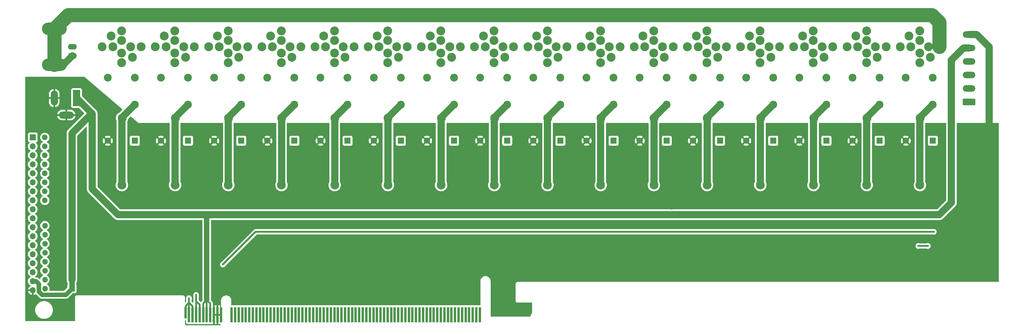
<source format=gbr>
%TF.GenerationSoftware,KiCad,Pcbnew,8.0.0*%
%TF.CreationDate,2025-01-27T00:28:36-06:00*%
%TF.ProjectId,inductor_board,696e6475-6374-46f7-925f-626f6172642e,rev?*%
%TF.SameCoordinates,Original*%
%TF.FileFunction,Copper,L2,Bot*%
%TF.FilePolarity,Positive*%
%FSLAX46Y46*%
G04 Gerber Fmt 4.6, Leading zero omitted, Abs format (unit mm)*
G04 Created by KiCad (PCBNEW 8.0.0) date 2025-01-27 00:28:36*
%MOMM*%
%LPD*%
G01*
G04 APERTURE LIST*
G04 Aperture macros list*
%AMRoundRect*
0 Rectangle with rounded corners*
0 $1 Rounding radius*
0 $2 $3 $4 $5 $6 $7 $8 $9 X,Y pos of 4 corners*
0 Add a 4 corners polygon primitive as box body*
4,1,4,$2,$3,$4,$5,$6,$7,$8,$9,$2,$3,0*
0 Add four circle primitives for the rounded corners*
1,1,$1+$1,$2,$3*
1,1,$1+$1,$4,$5*
1,1,$1+$1,$6,$7*
1,1,$1+$1,$8,$9*
0 Add four rect primitives between the rounded corners*
20,1,$1+$1,$2,$3,$4,$5,0*
20,1,$1+$1,$4,$5,$6,$7,0*
20,1,$1+$1,$6,$7,$8,$9,0*
20,1,$1+$1,$8,$9,$2,$3,0*%
G04 Aperture macros list end*
%TA.AperFunction,ComponentPad*%
%ADD10C,2.200000*%
%TD*%
%TA.AperFunction,ComponentPad*%
%ADD11R,1.800000X1.800000*%
%TD*%
%TA.AperFunction,ComponentPad*%
%ADD12C,1.800000*%
%TD*%
%TA.AperFunction,ComponentPad*%
%ADD13C,2.500000*%
%TD*%
%TA.AperFunction,ComponentPad*%
%ADD14RoundRect,0.250000X1.550000X-0.650000X1.550000X0.650000X-1.550000X0.650000X-1.550000X-0.650000X0*%
%TD*%
%TA.AperFunction,ComponentPad*%
%ADD15O,3.600000X1.800000*%
%TD*%
%TA.AperFunction,ComponentPad*%
%ADD16R,1.600000X1.600000*%
%TD*%
%TA.AperFunction,ComponentPad*%
%ADD17O,1.600000X1.600000*%
%TD*%
%TA.AperFunction,ComponentPad*%
%ADD18R,1.700000X1.700000*%
%TD*%
%TA.AperFunction,ComponentPad*%
%ADD19O,1.700000X1.700000*%
%TD*%
%TA.AperFunction,ComponentPad*%
%ADD20R,2.000000X4.600000*%
%TD*%
%TA.AperFunction,ComponentPad*%
%ADD21O,2.000000X4.200000*%
%TD*%
%TA.AperFunction,ComponentPad*%
%ADD22O,4.200000X2.000000*%
%TD*%
%TA.AperFunction,ComponentPad*%
%ADD23O,2.500000X1.600000*%
%TD*%
%TA.AperFunction,ComponentPad*%
%ADD24O,7.000000X3.500000*%
%TD*%
%TA.AperFunction,ConnectorPad*%
%ADD25R,0.700000X3.200000*%
%TD*%
%TA.AperFunction,ConnectorPad*%
%ADD26R,0.700000X4.300000*%
%TD*%
%TA.AperFunction,ViaPad*%
%ADD27C,0.600000*%
%TD*%
%TA.AperFunction,ViaPad*%
%ADD28C,2.500000*%
%TD*%
%TA.AperFunction,Conductor*%
%ADD29C,2.000000*%
%TD*%
%TA.AperFunction,Conductor*%
%ADD30C,4.000000*%
%TD*%
%TA.AperFunction,Conductor*%
%ADD31C,0.500000*%
%TD*%
%TA.AperFunction,Conductor*%
%ADD32C,1.250000*%
%TD*%
%TA.AperFunction,Conductor*%
%ADD33C,1.500000*%
%TD*%
G04 APERTURE END LIST*
D10*
%TO.P,K5,11*%
%TO.N,Net-(JP5-B)*%
X301547740Y-185942000D03*
%TO.P,K5,12*%
%TO.N,Net-(JP4-B)*%
X293927740Y-178322000D03*
%TO.P,K5,14*%
%TO.N,unconnected-(K5-Pad14)*%
X301547740Y-178322000D03*
D11*
%TO.P,K5,A1*%
%TO.N,Net-(U10-VO)*%
X301547740Y-196102000D03*
D12*
%TO.P,K5,A2*%
%TO.N,GND*%
X293927740Y-196102000D03*
%TD*%
D10*
%TO.P,K3,11*%
%TO.N,Net-(JP3-B)*%
X271547740Y-185942000D03*
%TO.P,K3,12*%
%TO.N,Net-(JP2-B)*%
X263927740Y-178322000D03*
%TO.P,K3,14*%
%TO.N,unconnected-(K3-Pad14)*%
X271547740Y-178322000D03*
D11*
%TO.P,K3,A1*%
%TO.N,Net-(U6-VO)*%
X271547740Y-196102000D03*
D12*
%TO.P,K3,A2*%
%TO.N,GND*%
X263927740Y-196102000D03*
%TD*%
D13*
%TO.P,L1,1,1*%
%TO.N,Input*%
X232357740Y-169559000D03*
X234857740Y-166559000D03*
X235357740Y-169559000D03*
X237857740Y-165059000D03*
X237857740Y-167809000D03*
%TO.P,L1,2,2*%
%TO.N,Net-(JP1-B)*%
X237857740Y-171309000D03*
X237857740Y-174059000D03*
X240357740Y-169559000D03*
X240857740Y-172559000D03*
X243357740Y-169559000D03*
%TD*%
D14*
%TO.P,J4,1,Pin_1*%
%TO.N,+24V*%
X476796240Y-185125500D03*
D15*
%TO.P,J4,2,Pin_2*%
%TO.N,-24V*%
X476796240Y-181315500D03*
%TO.P,J4,3,Pin_3*%
%TO.N,+12V*%
X476796240Y-177505500D03*
%TO.P,J4,4,Pin_4*%
%TO.N,-12V*%
X476796240Y-173695500D03*
%TO.P,J4,5,Pin_5*%
%TO.N,+5V*%
X476796240Y-169885500D03*
%TO.P,J4,6,Pin_6*%
%TO.N,GND*%
X476796240Y-166075500D03*
%TD*%
D10*
%TO.P,K11,11*%
%TO.N,Net-(JP11-B)*%
X391547740Y-185942000D03*
%TO.P,K11,12*%
%TO.N,Net-(JP10-B)*%
X383927740Y-178322000D03*
%TO.P,K11,14*%
%TO.N,unconnected-(K11-Pad14)*%
X391547740Y-178322000D03*
D11*
%TO.P,K11,A1*%
%TO.N,Net-(U22-VO)*%
X391547740Y-196102000D03*
D12*
%TO.P,K11,A2*%
%TO.N,GND*%
X383927740Y-196102000D03*
%TD*%
D10*
%TO.P,K8,11*%
%TO.N,Net-(JP8-B)*%
X346547740Y-185942000D03*
%TO.P,K8,12*%
%TO.N,Net-(JP7-B)*%
X338927740Y-178322000D03*
%TO.P,K8,14*%
%TO.N,unconnected-(K8-Pad14)*%
X346547740Y-178322000D03*
D11*
%TO.P,K8,A1*%
%TO.N,Net-(U16-VO)*%
X346547740Y-196102000D03*
D12*
%TO.P,K8,A2*%
%TO.N,GND*%
X338927740Y-196102000D03*
%TD*%
D13*
%TO.P,L4,1,1*%
%TO.N,Net-(JP3-B)*%
X277357740Y-169559000D03*
X279857740Y-166559000D03*
X280357740Y-169559000D03*
X282857740Y-165059000D03*
X282857740Y-167809000D03*
%TO.P,L4,2,2*%
%TO.N,Net-(JP4-B)*%
X282857740Y-171309000D03*
X282857740Y-174059000D03*
X285357740Y-169559000D03*
X285857740Y-172559000D03*
X288357740Y-169559000D03*
%TD*%
D10*
%TO.P,K1,11*%
%TO.N,Net-(JP1-B)*%
X241547740Y-185942000D03*
%TO.P,K1,12*%
%TO.N,Input*%
X233927740Y-178322000D03*
%TO.P,K1,14*%
%TO.N,unconnected-(K1-Pad14)*%
X241547740Y-178322000D03*
D11*
%TO.P,K1,A1*%
%TO.N,Net-(U2-VO)*%
X241547740Y-196102000D03*
D12*
%TO.P,K1,A2*%
%TO.N,GND*%
X233927740Y-196102000D03*
%TD*%
D13*
%TO.P,L16,1,1*%
%TO.N,Net-(JP15-B)*%
X457357740Y-169559000D03*
X459857740Y-166559000D03*
X460357740Y-169559000D03*
X462857740Y-165059000D03*
X462857740Y-167809000D03*
%TO.P,L16,2,2*%
%TO.N,Output*%
X462857740Y-171309000D03*
X462857740Y-174059000D03*
X465357740Y-169559000D03*
X465857740Y-172559000D03*
X468357740Y-169559000D03*
%TD*%
D16*
%TO.P,SW2,1*%
%TO.N,+5V*%
X223796240Y-212940500D03*
D17*
%TO.P,SW2,2*%
X223796240Y-210400500D03*
%TO.P,SW2,3*%
X223796240Y-207860500D03*
%TO.P,SW2,4*%
X223796240Y-205320500D03*
%TO.P,SW2,5*%
X223796240Y-202780500D03*
%TO.P,SW2,6*%
X223796240Y-200240500D03*
%TO.P,SW2,7*%
X223796240Y-197700500D03*
%TO.P,SW2,8*%
X223796240Y-195160500D03*
%TO.P,SW2,9*%
%TO.N,O0*%
X216176240Y-195160500D03*
%TO.P,SW2,10*%
%TO.N,O1*%
X216176240Y-197700500D03*
%TO.P,SW2,11*%
%TO.N,O2*%
X216176240Y-200240500D03*
%TO.P,SW2,12*%
%TO.N,O3*%
X216176240Y-202780500D03*
%TO.P,SW2,13*%
%TO.N,O4*%
X216176240Y-205320500D03*
%TO.P,SW2,14*%
%TO.N,O5*%
X216176240Y-207860500D03*
%TO.P,SW2,15*%
%TO.N,O6*%
X216176240Y-210400500D03*
%TO.P,SW2,16*%
%TO.N,O7*%
X216176240Y-212940500D03*
%TD*%
D10*
%TO.P,K2,11*%
%TO.N,Net-(JP2-B)*%
X256547740Y-185942000D03*
%TO.P,K2,12*%
%TO.N,Net-(JP1-B)*%
X248927740Y-178322000D03*
%TO.P,K2,14*%
%TO.N,unconnected-(K2-Pad14)*%
X256547740Y-178322000D03*
D11*
%TO.P,K2,A1*%
%TO.N,Net-(U4-VO)*%
X256547740Y-196102000D03*
D12*
%TO.P,K2,A2*%
%TO.N,GND*%
X248927740Y-196102000D03*
%TD*%
D10*
%TO.P,K14,11*%
%TO.N,Net-(JP14-B)*%
X436547740Y-185942000D03*
%TO.P,K14,12*%
%TO.N,Net-(JP13-B)*%
X428927740Y-178322000D03*
%TO.P,K14,14*%
%TO.N,unconnected-(K14-Pad14)*%
X436547740Y-178322000D03*
D11*
%TO.P,K14,A1*%
%TO.N,Net-(U28-VO)*%
X436547740Y-196102000D03*
D12*
%TO.P,K14,A2*%
%TO.N,GND*%
X428927740Y-196102000D03*
%TD*%
D10*
%TO.P,K15,11*%
%TO.N,Net-(JP15-B)*%
X451547740Y-185942000D03*
%TO.P,K15,12*%
%TO.N,Net-(JP14-B)*%
X443927740Y-178322000D03*
%TO.P,K15,14*%
%TO.N,unconnected-(K15-Pad14)*%
X451547740Y-178322000D03*
D11*
%TO.P,K15,A1*%
%TO.N,Net-(U30-VO)*%
X451547740Y-196102000D03*
D12*
%TO.P,K15,A2*%
%TO.N,GND*%
X443927740Y-196102000D03*
%TD*%
D10*
%TO.P,K16,11*%
%TO.N,Output*%
X466547740Y-185942000D03*
%TO.P,K16,12*%
%TO.N,Net-(JP15-B)*%
X458927740Y-178322000D03*
%TO.P,K16,14*%
%TO.N,unconnected-(K16-Pad14)*%
X466547740Y-178322000D03*
D11*
%TO.P,K16,A1*%
%TO.N,Net-(U32-VO)*%
X466547740Y-196102000D03*
D12*
%TO.P,K16,A2*%
%TO.N,GND*%
X458927740Y-196102000D03*
%TD*%
D13*
%TO.P,L5,1,1*%
%TO.N,Net-(JP4-B)*%
X292357740Y-169559000D03*
X294857740Y-166559000D03*
X295357740Y-169559000D03*
X297857740Y-165059000D03*
X297857740Y-167809000D03*
%TO.P,L5,2,2*%
%TO.N,Net-(JP5-B)*%
X297857740Y-171309000D03*
X297857740Y-174059000D03*
X300357740Y-169559000D03*
X300857740Y-172559000D03*
X303357740Y-169559000D03*
%TD*%
D10*
%TO.P,K12,11*%
%TO.N,Net-(JP12-B)*%
X406547740Y-185942000D03*
%TO.P,K12,12*%
%TO.N,Net-(JP11-B)*%
X398927740Y-178322000D03*
%TO.P,K12,14*%
%TO.N,unconnected-(K12-Pad14)*%
X406547740Y-178322000D03*
D11*
%TO.P,K12,A1*%
%TO.N,Net-(U24-VO)*%
X406547740Y-196102000D03*
D12*
%TO.P,K12,A2*%
%TO.N,GND*%
X398927740Y-196102000D03*
%TD*%
D13*
%TO.P,L12,1,1*%
%TO.N,Net-(JP11-B)*%
X397357740Y-169559000D03*
X399857740Y-166559000D03*
X400357740Y-169559000D03*
X402857740Y-165059000D03*
X402857740Y-167809000D03*
%TO.P,L12,2,2*%
%TO.N,Net-(JP12-B)*%
X402857740Y-171309000D03*
X402857740Y-174059000D03*
X405357740Y-169559000D03*
X405857740Y-172559000D03*
X408357740Y-169559000D03*
%TD*%
D10*
%TO.P,K4,11*%
%TO.N,Net-(JP4-B)*%
X286547740Y-185942000D03*
%TO.P,K4,12*%
%TO.N,Net-(JP3-B)*%
X278927740Y-178322000D03*
%TO.P,K4,14*%
%TO.N,unconnected-(K4-Pad14)*%
X286547740Y-178322000D03*
D11*
%TO.P,K4,A1*%
%TO.N,Net-(U8-VO)*%
X286547740Y-196102000D03*
D12*
%TO.P,K4,A2*%
%TO.N,GND*%
X278927740Y-196102000D03*
%TD*%
D10*
%TO.P,K10,11*%
%TO.N,Net-(JP10-B)*%
X376547740Y-185942000D03*
%TO.P,K10,12*%
%TO.N,Net-(JP10-A)*%
X368927740Y-178322000D03*
%TO.P,K10,14*%
%TO.N,unconnected-(K10-Pad14)*%
X376547740Y-178322000D03*
D11*
%TO.P,K10,A1*%
%TO.N,Net-(U20-VO)*%
X376547740Y-196102000D03*
D12*
%TO.P,K10,A2*%
%TO.N,GND*%
X368927740Y-196102000D03*
%TD*%
D13*
%TO.P,L7,1,1*%
%TO.N,Net-(JP6-B)*%
X322357740Y-169559000D03*
X324857740Y-166559000D03*
X325357740Y-169559000D03*
X327857740Y-165059000D03*
X327857740Y-167809000D03*
%TO.P,L7,2,2*%
%TO.N,Net-(JP7-B)*%
X327857740Y-171309000D03*
X327857740Y-174059000D03*
X330357740Y-169559000D03*
X330857740Y-172559000D03*
X333357740Y-169559000D03*
%TD*%
D16*
%TO.P,SW1,1*%
%TO.N,+5V*%
X223836240Y-237855500D03*
D17*
%TO.P,SW1,2*%
X223836240Y-235315500D03*
%TO.P,SW1,3*%
X223836240Y-232775500D03*
%TO.P,SW1,4*%
X223836240Y-230235500D03*
%TO.P,SW1,5*%
X223836240Y-227695500D03*
%TO.P,SW1,6*%
X223836240Y-225155500D03*
%TO.P,SW1,7*%
X223836240Y-222615500D03*
%TO.P,SW1,8*%
X223836240Y-220075500D03*
%TO.P,SW1,9*%
%TO.N,O8*%
X216216240Y-220075500D03*
%TO.P,SW1,10*%
%TO.N,O9*%
X216216240Y-222615500D03*
%TO.P,SW1,11*%
%TO.N,O10*%
X216216240Y-225155500D03*
%TO.P,SW1,12*%
%TO.N,O11*%
X216216240Y-227695500D03*
%TO.P,SW1,13*%
%TO.N,O12*%
X216216240Y-230235500D03*
%TO.P,SW1,14*%
%TO.N,O13*%
X216216240Y-232775500D03*
%TO.P,SW1,15*%
%TO.N,O14*%
X216216240Y-235315500D03*
%TO.P,SW1,16*%
%TO.N,O15*%
X216216240Y-237855500D03*
%TD*%
D13*
%TO.P,L10,1,1*%
%TO.N,Net-(JP10-A)*%
X367357740Y-169559000D03*
X369857740Y-166559000D03*
X370357740Y-169559000D03*
X372857740Y-165059000D03*
X372857740Y-167809000D03*
%TO.P,L10,2,2*%
%TO.N,Net-(JP10-B)*%
X372857740Y-171309000D03*
X372857740Y-174059000D03*
X375357740Y-169559000D03*
X375857740Y-172559000D03*
X378357740Y-169559000D03*
%TD*%
D18*
%TO.P,J3,1,Pin_1*%
%TO.N,O0*%
X212796240Y-195130500D03*
D19*
%TO.P,J3,2,Pin_2*%
%TO.N,O1*%
X212796240Y-197670500D03*
%TO.P,J3,3,Pin_3*%
%TO.N,O2*%
X212796240Y-200210500D03*
%TO.P,J3,4,Pin_4*%
%TO.N,O3*%
X212796240Y-202750500D03*
%TO.P,J3,5,Pin_5*%
%TO.N,O4*%
X212796240Y-205290500D03*
%TO.P,J3,6,Pin_6*%
%TO.N,O5*%
X212796240Y-207830500D03*
%TO.P,J3,7,Pin_7*%
%TO.N,O6*%
X212796240Y-210370500D03*
%TO.P,J3,8,Pin_8*%
%TO.N,O7*%
X212796240Y-212910500D03*
%TO.P,J3,9,Pin_9*%
%TO.N,O8*%
X212796240Y-215450500D03*
%TO.P,J3,10,Pin_10*%
%TO.N,O9*%
X212796240Y-217990500D03*
%TO.P,J3,11,Pin_11*%
%TO.N,O10*%
X212796240Y-220530500D03*
%TO.P,J3,12,Pin_12*%
%TO.N,O11*%
X212796240Y-223070500D03*
%TO.P,J3,13,Pin_13*%
%TO.N,O12*%
X212796240Y-225610500D03*
%TO.P,J3,14,Pin_14*%
%TO.N,O13*%
X212796240Y-228150500D03*
%TO.P,J3,15,Pin_15*%
%TO.N,O14*%
X212796240Y-230690500D03*
%TO.P,J3,16,Pin_16*%
%TO.N,O15*%
X212796240Y-233230500D03*
%TO.P,J3,17,Pin_17*%
%TO.N,+5V*%
X212796240Y-235770500D03*
%TO.P,J3,18,Pin_18*%
%TO.N,GND*%
X212796240Y-238310500D03*
%TD*%
D13*
%TO.P,L8,1,1*%
%TO.N,Net-(JP7-B)*%
X337357740Y-169559000D03*
X339857740Y-166559000D03*
X340357740Y-169559000D03*
X342857740Y-165059000D03*
X342857740Y-167809000D03*
%TO.P,L8,2,2*%
%TO.N,Net-(JP8-B)*%
X342857740Y-171309000D03*
X342857740Y-174059000D03*
X345357740Y-169559000D03*
X345857740Y-172559000D03*
X348357740Y-169559000D03*
%TD*%
D10*
%TO.P,K9,11*%
%TO.N,Net-(JP10-A)*%
X361547740Y-185942000D03*
%TO.P,K9,12*%
%TO.N,Net-(JP8-B)*%
X353927740Y-178322000D03*
%TO.P,K9,14*%
%TO.N,unconnected-(K9-Pad14)*%
X361547740Y-178322000D03*
D11*
%TO.P,K9,A1*%
%TO.N,Net-(U18-VO)*%
X361547740Y-196102000D03*
D12*
%TO.P,K9,A2*%
%TO.N,GND*%
X353927740Y-196102000D03*
%TD*%
D13*
%TO.P,L11,1,1*%
%TO.N,Net-(JP10-B)*%
X382357740Y-169559000D03*
X384857740Y-166559000D03*
X385357740Y-169559000D03*
X387857740Y-165059000D03*
X387857740Y-167809000D03*
%TO.P,L11,2,2*%
%TO.N,Net-(JP11-B)*%
X387857740Y-171309000D03*
X387857740Y-174059000D03*
X390357740Y-169559000D03*
X390857740Y-172559000D03*
X393357740Y-169559000D03*
%TD*%
D10*
%TO.P,K6,11*%
%TO.N,Net-(JP6-B)*%
X316547740Y-185942000D03*
%TO.P,K6,12*%
%TO.N,Net-(JP5-B)*%
X308927740Y-178322000D03*
%TO.P,K6,14*%
%TO.N,unconnected-(K6-Pad14)*%
X316547740Y-178322000D03*
D11*
%TO.P,K6,A1*%
%TO.N,Net-(U12-VO)*%
X316547740Y-196102000D03*
D12*
%TO.P,K6,A2*%
%TO.N,GND*%
X308927740Y-196102000D03*
%TD*%
D13*
%TO.P,L2,1,1*%
%TO.N,Net-(JP1-B)*%
X247357740Y-169559000D03*
X249857740Y-166559000D03*
X250357740Y-169559000D03*
X252857740Y-165059000D03*
X252857740Y-167809000D03*
%TO.P,L2,2,2*%
%TO.N,Net-(JP2-B)*%
X252857740Y-171309000D03*
X252857740Y-174059000D03*
X255357740Y-169559000D03*
X255857740Y-172559000D03*
X258357740Y-169559000D03*
%TD*%
%TO.P,L9,1,1*%
%TO.N,Net-(JP8-B)*%
X352357740Y-169559000D03*
X354857740Y-166559000D03*
X355357740Y-169559000D03*
X357857740Y-165059000D03*
X357857740Y-167809000D03*
%TO.P,L9,2,2*%
%TO.N,Net-(JP10-A)*%
X357857740Y-171309000D03*
X357857740Y-174059000D03*
X360357740Y-169559000D03*
X360857740Y-172559000D03*
X363357740Y-169559000D03*
%TD*%
D20*
%TO.P,J2,1*%
%TO.N,+5V*%
X225146240Y-184050500D03*
D21*
%TO.P,J2,2*%
%TO.N,GND*%
X218846240Y-184050500D03*
D22*
%TO.P,J2,3*%
X222246240Y-188850500D03*
%TD*%
D13*
%TO.P,L6,1,1*%
%TO.N,Net-(JP5-B)*%
X307357740Y-169559000D03*
X309857740Y-166559000D03*
X310357740Y-169559000D03*
X312857740Y-165059000D03*
X312857740Y-167809000D03*
%TO.P,L6,2,2*%
%TO.N,Net-(JP6-B)*%
X312857740Y-171309000D03*
X312857740Y-174059000D03*
X315357740Y-169559000D03*
X315857740Y-172559000D03*
X318357740Y-169559000D03*
%TD*%
D23*
%TO.P,J1,1,In*%
%TO.N,Input*%
X223921240Y-169575500D03*
D24*
%TO.P,J1,2,Ext*%
%TO.N,Output*%
X218841240Y-174655500D03*
D23*
X223921240Y-172115500D03*
D24*
X218841240Y-164495500D03*
%TD*%
D13*
%TO.P,L3,1,1*%
%TO.N,Net-(JP2-B)*%
X262357740Y-169559000D03*
X264857740Y-166559000D03*
X265357740Y-169559000D03*
X267857740Y-165059000D03*
X267857740Y-167809000D03*
%TO.P,L3,2,2*%
%TO.N,Net-(JP3-B)*%
X267857740Y-171309000D03*
X267857740Y-174059000D03*
X270357740Y-169559000D03*
X270857740Y-172559000D03*
X273357740Y-169559000D03*
%TD*%
D25*
%TO.P,E1,A1,A1*%
%TO.N,+24V*%
X255831240Y-244685500D03*
D26*
%TO.P,E1,A2,A2*%
X256831240Y-245235500D03*
%TO.P,E1,A3,A3*%
X257831240Y-245235500D03*
%TO.P,E1,A4,A4*%
%TO.N,+12V*%
X258831240Y-245235500D03*
%TO.P,E1,A5,A5*%
X259831240Y-245235500D03*
%TO.P,E1,A6,A6*%
%TO.N,+5V*%
X260831240Y-245235500D03*
%TO.P,E1,A7,A7*%
X261831240Y-245235500D03*
%TO.P,E1,A8,A8*%
X262831240Y-245235500D03*
%TO.P,E1,A9,A9*%
%TO.N,GND*%
X263831240Y-245235500D03*
%TO.P,E1,A10,A10*%
X264831240Y-245235500D03*
%TO.P,E1,A11,A11*%
X265831240Y-245235500D03*
%TO.P,E1,A12,A12*%
%TO.N,RESET*%
X268831240Y-245235500D03*
%TO.P,E1,A13,A13*%
%TO.N,unconnected-(E1-PadA13)*%
X269831240Y-245235500D03*
%TO.P,E1,A14,A14*%
%TO.N,unconnected-(E1-PadA14)*%
X270831240Y-245235500D03*
%TO.P,E1,A15,A15*%
%TO.N,unconnected-(E1-PadA15)*%
X271831240Y-245235500D03*
%TO.P,E1,A16,A16*%
%TO.N,unconnected-(E1-PadA16)*%
X272831240Y-245235500D03*
%TO.P,E1,A17,A17*%
%TO.N,unconnected-(E1-PadA17)*%
X273831240Y-245235500D03*
%TO.P,E1,A18,A18*%
%TO.N,unconnected-(E1-PadA18)*%
X274831240Y-245235500D03*
%TO.P,E1,A19,A19*%
%TO.N,unconnected-(E1-PadA19)*%
X275831240Y-245235500D03*
%TO.P,E1,A20,A20*%
%TO.N,unconnected-(E1-PadA20)*%
X276831240Y-245235500D03*
%TO.P,E1,A21,A21*%
%TO.N,unconnected-(E1-PadA21)*%
X277831240Y-245235500D03*
%TO.P,E1,A22,A22*%
%TO.N,unconnected-(E1-PadA22)*%
X278831240Y-245235500D03*
%TO.P,E1,A23,A23*%
%TO.N,unconnected-(E1-PadA23)*%
X279831240Y-245235500D03*
%TO.P,E1,A24,A24*%
%TO.N,unconnected-(E1-PadA24)*%
X280831240Y-245235500D03*
%TO.P,E1,A25,A25*%
%TO.N,unconnected-(E1-PadA25)*%
X281831240Y-245235500D03*
%TO.P,E1,A26,A26*%
%TO.N,unconnected-(E1-PadA26)*%
X282831240Y-245235500D03*
%TO.P,E1,A27,A27*%
%TO.N,unconnected-(E1-PadA27)*%
X283831240Y-245235500D03*
%TO.P,E1,A28,A28*%
%TO.N,unconnected-(E1-PadA28)*%
X284831240Y-245235500D03*
%TO.P,E1,A29,A29*%
%TO.N,unconnected-(E1-PadA29)*%
X285831240Y-245235500D03*
%TO.P,E1,A30,A30*%
%TO.N,unconnected-(E1-PadA30)*%
X286831240Y-245235500D03*
%TO.P,E1,A31,A31*%
%TO.N,unconnected-(E1-PadA31)*%
X287831240Y-245235500D03*
%TO.P,E1,A32,A32*%
%TO.N,unconnected-(E1-PadA32)*%
X288831240Y-245235500D03*
%TO.P,E1,A33,A33*%
%TO.N,unconnected-(E1-PadA33)*%
X289831240Y-245235500D03*
%TO.P,E1,A34,A34*%
%TO.N,unconnected-(E1-PadA34)*%
X290831240Y-245235500D03*
%TO.P,E1,A35,A35*%
%TO.N,unconnected-(E1-PadA35)*%
X291831240Y-245235500D03*
%TO.P,E1,A36,A36*%
%TO.N,unconnected-(E1-PadA36)*%
X292831240Y-245235500D03*
%TO.P,E1,A37,A37*%
%TO.N,unconnected-(E1-PadA37)*%
X293831240Y-245235500D03*
%TO.P,E1,A38,A38*%
%TO.N,unconnected-(E1-PadA38)*%
X294831240Y-245235500D03*
%TO.P,E1,A39,A39*%
%TO.N,unconnected-(E1-PadA39)*%
X295831240Y-245235500D03*
%TO.P,E1,A40,A40*%
%TO.N,unconnected-(E1-PadA40)*%
X296831240Y-245235500D03*
%TO.P,E1,A41,A41*%
%TO.N,unconnected-(E1-PadA41)*%
X297831240Y-245235500D03*
%TO.P,E1,A42,A42*%
%TO.N,unconnected-(E1-PadA42)*%
X298831240Y-245235500D03*
%TO.P,E1,A43,A43*%
%TO.N,unconnected-(E1-PadA43)*%
X299831240Y-245235500D03*
%TO.P,E1,A44,A44*%
%TO.N,unconnected-(E1-PadA44)*%
X300831240Y-245235500D03*
%TO.P,E1,A45,A45*%
%TO.N,unconnected-(E1-PadA45)*%
X301831240Y-245235500D03*
%TO.P,E1,A46,A46*%
%TO.N,unconnected-(E1-PadA46)*%
X302831240Y-245235500D03*
%TO.P,E1,A47,A47*%
%TO.N,unconnected-(E1-PadA47)*%
X303831240Y-245235500D03*
%TO.P,E1,A48,A48*%
%TO.N,unconnected-(E1-PadA48)*%
X304831240Y-245235500D03*
%TO.P,E1,A49,A49*%
%TO.N,unconnected-(E1-PadA49)*%
X305831240Y-245235500D03*
%TO.P,E1,A50,A50*%
%TO.N,unconnected-(E1-PadA50)*%
X306831240Y-245235500D03*
%TO.P,E1,A51,A51*%
%TO.N,unconnected-(E1-PadA51)*%
X307831240Y-245235500D03*
%TO.P,E1,A52,A52*%
%TO.N,unconnected-(E1-PadA52)*%
X308831240Y-245235500D03*
%TO.P,E1,A53,A53*%
%TO.N,unconnected-(E1-PadA53)*%
X309831240Y-245235500D03*
%TO.P,E1,A54,A54*%
%TO.N,unconnected-(E1-PadA54)*%
X310831240Y-245235500D03*
%TO.P,E1,A55,A55*%
%TO.N,unconnected-(E1-PadA55)*%
X311831240Y-245235500D03*
%TO.P,E1,A56,A56*%
%TO.N,unconnected-(E1-PadA56)*%
X312831240Y-245235500D03*
%TO.P,E1,A57,A57*%
%TO.N,unconnected-(E1-PadA57)*%
X313831240Y-245235500D03*
%TO.P,E1,A58,A58*%
%TO.N,unconnected-(E1-PadA58)*%
X314831240Y-245235500D03*
%TO.P,E1,A59,A59*%
%TO.N,unconnected-(E1-PadA59)*%
X315831240Y-245235500D03*
%TO.P,E1,A60,A60*%
%TO.N,unconnected-(E1-PadA60)*%
X316831240Y-245235500D03*
%TO.P,E1,A61,A61*%
%TO.N,unconnected-(E1-PadA61)*%
X317831240Y-245235500D03*
%TO.P,E1,A62,A62*%
%TO.N,unconnected-(E1-PadA62)*%
X318831240Y-245235500D03*
%TO.P,E1,A63,A63*%
%TO.N,unconnected-(E1-PadA63)*%
X319831240Y-245235500D03*
%TO.P,E1,A64,A64*%
%TO.N,unconnected-(E1-PadA64)*%
X320831240Y-245235500D03*
%TO.P,E1,A65,A65*%
%TO.N,unconnected-(E1-PadA65)*%
X321831240Y-245235500D03*
%TO.P,E1,A66,A66*%
%TO.N,unconnected-(E1-PadA66)*%
X322831240Y-245235500D03*
%TO.P,E1,A67,A67*%
%TO.N,unconnected-(E1-PadA67)*%
X323831240Y-245235500D03*
%TO.P,E1,A68,A68*%
%TO.N,unconnected-(E1-PadA68)*%
X324831240Y-245235500D03*
%TO.P,E1,A69,A69*%
%TO.N,unconnected-(E1-PadA69)*%
X325831240Y-245235500D03*
%TO.P,E1,A70,A70*%
%TO.N,unconnected-(E1-PadA70)*%
X326831240Y-245235500D03*
%TO.P,E1,A71,A71*%
%TO.N,unconnected-(E1-PadA71)*%
X327831240Y-245235500D03*
%TO.P,E1,A72,A72*%
%TO.N,unconnected-(E1-PadA72)*%
X328831240Y-245235500D03*
%TO.P,E1,A73,A73*%
%TO.N,unconnected-(E1-PadA73)*%
X329831240Y-245235500D03*
%TO.P,E1,A74,A74*%
%TO.N,unconnected-(E1-PadA74)*%
X330831240Y-245235500D03*
%TO.P,E1,A75,A75*%
%TO.N,unconnected-(E1-PadA75)*%
X331831240Y-245235500D03*
%TO.P,E1,A76,A76*%
%TO.N,unconnected-(E1-PadA76)*%
X332831240Y-245235500D03*
%TO.P,E1,A77,A77*%
%TO.N,unconnected-(E1-PadA77)*%
X333831240Y-245235500D03*
%TO.P,E1,A78,A78*%
%TO.N,unconnected-(E1-PadA78)*%
X334831240Y-245235500D03*
%TO.P,E1,A79,A79*%
%TO.N,unconnected-(E1-PadA79)*%
X335831240Y-245235500D03*
%TO.P,E1,A80,A80*%
%TO.N,unconnected-(E1-PadA80)*%
X336831240Y-245235500D03*
%TO.P,E1,A81,A81*%
%TO.N,unconnected-(E1-PadA81)*%
X337831240Y-245235500D03*
%TO.P,E1,A82,A82*%
%TO.N,unconnected-(E1-PadA82)*%
X338831240Y-245235500D03*
%TD*%
D10*
%TO.P,K7,11*%
%TO.N,Net-(JP7-B)*%
X331547740Y-185942000D03*
%TO.P,K7,12*%
%TO.N,Net-(JP6-B)*%
X323927740Y-178322000D03*
%TO.P,K7,14*%
%TO.N,unconnected-(K7-Pad14)*%
X331547740Y-178322000D03*
D11*
%TO.P,K7,A1*%
%TO.N,Net-(U14-VO)*%
X331547740Y-196102000D03*
D12*
%TO.P,K7,A2*%
%TO.N,GND*%
X323927740Y-196102000D03*
%TD*%
D13*
%TO.P,L14,1,1*%
%TO.N,Net-(JP13-B)*%
X427357740Y-169559000D03*
X429857740Y-166559000D03*
X430357740Y-169559000D03*
X432857740Y-165059000D03*
X432857740Y-167809000D03*
%TO.P,L14,2,2*%
%TO.N,Net-(JP14-B)*%
X432857740Y-171309000D03*
X432857740Y-174059000D03*
X435357740Y-169559000D03*
X435857740Y-172559000D03*
X438357740Y-169559000D03*
%TD*%
%TO.P,L15,1,1*%
%TO.N,Net-(JP14-B)*%
X442357740Y-169559000D03*
X444857740Y-166559000D03*
X445357740Y-169559000D03*
X447857740Y-165059000D03*
X447857740Y-167809000D03*
%TO.P,L15,2,2*%
%TO.N,Net-(JP15-B)*%
X447857740Y-171309000D03*
X447857740Y-174059000D03*
X450357740Y-169559000D03*
X450857740Y-172559000D03*
X453357740Y-169559000D03*
%TD*%
D10*
%TO.P,K13,11*%
%TO.N,Net-(JP13-B)*%
X421547740Y-185942000D03*
%TO.P,K13,12*%
%TO.N,Net-(JP12-B)*%
X413927740Y-178322000D03*
%TO.P,K13,14*%
%TO.N,unconnected-(K13-Pad14)*%
X421547740Y-178322000D03*
D11*
%TO.P,K13,A1*%
%TO.N,Net-(U26-VO)*%
X421547740Y-196102000D03*
D12*
%TO.P,K13,A2*%
%TO.N,GND*%
X413927740Y-196102000D03*
%TD*%
D13*
%TO.P,L13,1,1*%
%TO.N,Net-(JP12-B)*%
X412357740Y-169559000D03*
X414857740Y-166559000D03*
X415357740Y-169559000D03*
X417857740Y-165059000D03*
X417857740Y-167809000D03*
%TO.P,L13,2,2*%
%TO.N,Net-(JP13-B)*%
X417857740Y-171309000D03*
X417857740Y-174059000D03*
X420357740Y-169559000D03*
X420857740Y-172559000D03*
X423357740Y-169559000D03*
%TD*%
D27*
%TO.N,GND*%
X296372740Y-212993000D03*
X364521240Y-213439500D03*
X461372740Y-212993000D03*
X236372740Y-212993000D03*
X341372740Y-212993000D03*
X281372740Y-212993000D03*
X349521240Y-213439500D03*
X304521240Y-213439500D03*
X251372740Y-212993000D03*
X289521240Y-213439500D03*
X477096240Y-226075500D03*
X431372740Y-212993000D03*
X478096240Y-223075500D03*
X446372740Y-212993000D03*
X424521240Y-213439500D03*
X481096240Y-224075500D03*
X296372740Y-212993000D03*
X394521240Y-213439500D03*
X480096240Y-223075500D03*
X259521240Y-213439500D03*
X479096240Y-224075500D03*
X251372740Y-212993000D03*
X264821240Y-241675500D03*
X439521240Y-213439500D03*
X401372740Y-212993000D03*
X477096240Y-222325500D03*
X334521240Y-213439500D03*
X477096240Y-224075500D03*
X446372740Y-212993000D03*
X281471240Y-218750000D03*
X311372740Y-212993000D03*
X416372740Y-212993000D03*
X416372740Y-212993000D03*
X454521240Y-213439500D03*
X266372740Y-212993000D03*
X469621240Y-212575500D03*
X461372740Y-212993000D03*
X294271240Y-219225500D03*
X401372740Y-212993000D03*
X244521240Y-213439500D03*
X266372740Y-212993000D03*
X479096240Y-226075500D03*
X371372740Y-212993000D03*
X392968740Y-215279000D03*
X409521240Y-213439500D03*
X481096240Y-222325500D03*
X281372740Y-212993000D03*
X481096240Y-225825500D03*
X478096240Y-225075500D03*
X386372740Y-212993000D03*
X396721240Y-223625500D03*
X356372740Y-212993000D03*
X379521240Y-213439500D03*
X311372740Y-212993000D03*
X431372740Y-212993000D03*
X479096240Y-222325500D03*
X274521240Y-213439500D03*
X341372740Y-212993000D03*
X356372740Y-212993000D03*
X371372740Y-212993000D03*
X326372740Y-212993000D03*
X480096240Y-225075500D03*
X319521240Y-213439500D03*
X440921240Y-224125500D03*
X326372740Y-212993000D03*
X386372740Y-212993000D03*
D28*
%TO.N,Net-(JP1-B)*%
X237971240Y-189725500D03*
X237917381Y-208625500D03*
%TO.N,Net-(JP2-B)*%
X252971240Y-189725500D03*
X252917381Y-208625500D03*
%TO.N,Net-(JP3-B)*%
X267971240Y-189725500D03*
X267917381Y-208625500D03*
%TO.N,Net-(JP4-B)*%
X282971240Y-189725500D03*
X282917381Y-208625500D03*
%TO.N,Net-(JP5-B)*%
X297971240Y-189725500D03*
X297917381Y-208625500D03*
%TO.N,Net-(JP6-B)*%
X312917381Y-208625500D03*
X312971240Y-189725500D03*
%TO.N,Net-(JP7-B)*%
X327917381Y-208625500D03*
X327971240Y-189725500D03*
%TO.N,Net-(JP8-B)*%
X342917381Y-208625500D03*
X342971240Y-189725500D03*
%TO.N,Net-(JP10-A)*%
X357917381Y-208625500D03*
X357971240Y-189725500D03*
%TO.N,Net-(JP10-B)*%
X372917381Y-208625500D03*
X372971240Y-189725500D03*
%TO.N,Net-(JP11-B)*%
X387917381Y-208625500D03*
X387971240Y-189725500D03*
%TO.N,Net-(JP12-B)*%
X402917381Y-208625500D03*
X402971240Y-189725500D03*
%TO.N,Net-(JP13-B)*%
X417971240Y-189725500D03*
X417917381Y-208625500D03*
%TO.N,Net-(JP14-B)*%
X432971240Y-189725500D03*
X432917381Y-208625500D03*
%TO.N,Net-(JP15-B)*%
X447971240Y-189725500D03*
X447917381Y-208625500D03*
%TO.N,Output*%
X462971240Y-189725500D03*
X462917381Y-208625500D03*
D27*
%TO.N,+5V*%
X285673740Y-216450000D03*
X330673740Y-216450000D03*
X300673740Y-216450000D03*
X420673740Y-216450000D03*
X345673740Y-216450000D03*
X435673740Y-216450000D03*
X255673740Y-216450000D03*
X375673740Y-216450000D03*
X360673740Y-216450000D03*
X390673740Y-216450000D03*
X450673740Y-216450000D03*
X270673740Y-216450000D03*
X465673740Y-216450000D03*
X315673740Y-216450000D03*
X405673740Y-216450000D03*
X240673740Y-216450000D03*
%TO.N,+24V*%
X256831240Y-240575500D03*
X466846240Y-221825500D03*
X266390909Y-231045169D03*
%TO.N,+12V*%
X465171240Y-225825500D03*
X462471240Y-225825500D03*
X258831240Y-239665500D03*
%TD*%
D29*
%TO.N,GND*%
X476796240Y-166075500D02*
X478921240Y-166075500D01*
X478921240Y-166075500D02*
X482421240Y-169575500D01*
X482421240Y-169575500D02*
X482421240Y-195075500D01*
%TO.N,Net-(JP1-B)*%
X237917381Y-208625500D02*
X237921240Y-208621641D01*
X237921240Y-208621641D02*
X237921240Y-189568500D01*
X237921240Y-189568500D02*
X241547740Y-185942000D01*
%TO.N,Net-(JP2-B)*%
X252921240Y-189568500D02*
X256547740Y-185942000D01*
X252921240Y-208621641D02*
X252921240Y-189568500D01*
%TO.N,Net-(JP3-B)*%
X267921240Y-189568500D02*
X271547740Y-185942000D01*
X267921240Y-208621641D02*
X267921240Y-189568500D01*
%TO.N,Net-(JP4-B)*%
X282921240Y-189568500D02*
X286547740Y-185942000D01*
X282921240Y-208621641D02*
X282921240Y-189568500D01*
%TO.N,Net-(JP5-B)*%
X297921240Y-189568500D02*
X301547740Y-185942000D01*
X297921240Y-208621641D02*
X297921240Y-189568500D01*
%TO.N,Net-(JP6-B)*%
X312921240Y-189568500D02*
X316547740Y-185942000D01*
X312921240Y-208621641D02*
X312921240Y-189568500D01*
%TO.N,Net-(JP7-B)*%
X327921240Y-189568500D02*
X331547740Y-185942000D01*
X327921240Y-208621641D02*
X327921240Y-189568500D01*
%TO.N,Net-(JP8-B)*%
X342921240Y-208621641D02*
X342921240Y-189568500D01*
X342921240Y-189568500D02*
X346547740Y-185942000D01*
%TO.N,Net-(JP10-A)*%
X357921240Y-208621641D02*
X357921240Y-189568500D01*
X357921240Y-189568500D02*
X361547740Y-185942000D01*
%TO.N,Net-(JP10-B)*%
X372921240Y-189568500D02*
X376547740Y-185942000D01*
X372921240Y-208621641D02*
X372921240Y-189568500D01*
%TO.N,Net-(JP11-B)*%
X387921240Y-208621641D02*
X387921240Y-189568500D01*
X387921240Y-189568500D02*
X391547740Y-185942000D01*
%TO.N,Net-(JP12-B)*%
X402921240Y-208621641D02*
X402921240Y-189568500D01*
X402921240Y-189568500D02*
X406547740Y-185942000D01*
%TO.N,Net-(JP13-B)*%
X417921240Y-189568500D02*
X421547740Y-185942000D01*
X417921240Y-208621641D02*
X417921240Y-189568500D01*
%TO.N,Net-(JP14-B)*%
X432921240Y-208621641D02*
X432921240Y-189568500D01*
X432921240Y-189568500D02*
X436547740Y-185942000D01*
%TO.N,Net-(JP15-B)*%
X447921240Y-189568500D02*
X451547740Y-185942000D01*
X447921240Y-208621641D02*
X447921240Y-189568500D01*
%TO.N,Output*%
X462921240Y-208621641D02*
X462921240Y-189568500D01*
D30*
X468357740Y-169559000D02*
X468357740Y-162637000D01*
X222761240Y-160575500D02*
X218841240Y-164495500D01*
X218841240Y-164495500D02*
X218841240Y-174655500D01*
X468357740Y-162637000D02*
X466296240Y-160575500D01*
D29*
X218841240Y-174655500D02*
X221381240Y-174655500D01*
X221381240Y-174655500D02*
X223921240Y-172115500D01*
X462921240Y-189568500D02*
X466547740Y-185942000D01*
D30*
X466296240Y-160575500D02*
X222761240Y-160575500D01*
D31*
%TO.N,+5V*%
X261831240Y-245235500D02*
X261831240Y-241075500D01*
D29*
X229483740Y-188388000D02*
X225146240Y-184050500D01*
D32*
X213691240Y-235770500D02*
X214496240Y-236575500D01*
D29*
X229546240Y-209700500D02*
X236841240Y-216995500D01*
D31*
X262831240Y-245235500D02*
X262831240Y-242075500D01*
D32*
X212746240Y-235770500D02*
X213691240Y-235770500D01*
D29*
X471796240Y-173325500D02*
X475236240Y-169885500D01*
X229483740Y-188388000D02*
X229546240Y-188450500D01*
D33*
X261831240Y-241075500D02*
X261831240Y-233925500D01*
D32*
X223786240Y-237873000D02*
X223786240Y-237855500D01*
D29*
X223836240Y-235315500D02*
X223836240Y-194035500D01*
D32*
X215421240Y-239575500D02*
X222083740Y-239575500D01*
D29*
X468376240Y-216995500D02*
X471796240Y-213575500D01*
D32*
X214496240Y-236575500D02*
X214496240Y-238650500D01*
X214496240Y-238650500D02*
X215421240Y-239575500D01*
D33*
X223836240Y-237855500D02*
X223836240Y-235315500D01*
D31*
X260831240Y-245235500D02*
X260831240Y-242075500D01*
D29*
X475236240Y-169885500D02*
X476796240Y-169885500D01*
X229546240Y-188450500D02*
X229546240Y-209700500D01*
D32*
X222083740Y-239575500D02*
X223786240Y-237873000D01*
D31*
X260831240Y-242075500D02*
X261831240Y-241075500D01*
D29*
X471796240Y-213575500D02*
X471796240Y-173325500D01*
D33*
X261831240Y-233925500D02*
X261831240Y-217155500D01*
D29*
X223836240Y-194035500D02*
X229483740Y-188388000D01*
D31*
X262831240Y-242075500D02*
X261831240Y-241075500D01*
D29*
X261671240Y-216995500D02*
X468376240Y-216995500D01*
X236841240Y-216995500D02*
X261671240Y-216995500D01*
D31*
%TO.N,+24V*%
X257831240Y-242825500D02*
X256831240Y-241825500D01*
X256831240Y-241825500D02*
X256831240Y-245235500D01*
X257831240Y-245235500D02*
X257831240Y-242825500D01*
X266401571Y-231045169D02*
X275621240Y-221825500D01*
X255931240Y-242725500D02*
X255931240Y-244685500D01*
X275621240Y-221825500D02*
X466846240Y-221825500D01*
X256831240Y-240575500D02*
X256831240Y-241825500D01*
X266390909Y-231045169D02*
X266401571Y-231045169D01*
X256831240Y-241825500D02*
X255931240Y-242725500D01*
%TO.N,+12V*%
X258831240Y-241425500D02*
X258831240Y-245235500D01*
X258831240Y-239665500D02*
X258831240Y-241425500D01*
X462471240Y-225825500D02*
X465171240Y-225825500D01*
X259831240Y-245235500D02*
X259831240Y-242425500D01*
X259831240Y-242425500D02*
X258831240Y-241425500D01*
%TD*%
%TA.AperFunction,Conductor*%
%TO.N,GND*%
G36*
X477580577Y-191075882D02*
G01*
X477582077Y-191076000D01*
X477582083Y-191076000D01*
X477810403Y-191076000D01*
X477811903Y-191075882D01*
X477821626Y-191075500D01*
X485046740Y-191075500D01*
X485113779Y-191095185D01*
X485159534Y-191147989D01*
X485170740Y-191199500D01*
X485170740Y-235851053D01*
X485151055Y-235918092D01*
X485098251Y-235963847D01*
X485046751Y-235975053D01*
X355884492Y-235986255D01*
X349516594Y-235986255D01*
X349500413Y-235985195D01*
X349498932Y-235985000D01*
X349367148Y-235985000D01*
X349239852Y-236019108D01*
X349125726Y-236085000D01*
X349125723Y-236085002D01*
X349032542Y-236178183D01*
X349032540Y-236178186D01*
X348966648Y-236292312D01*
X348932540Y-236419608D01*
X348932540Y-241351391D01*
X348966648Y-241478687D01*
X348996453Y-241530309D01*
X349032540Y-241592814D01*
X349125726Y-241686000D01*
X349239854Y-241751892D01*
X349367148Y-241786000D01*
X349498932Y-241786000D01*
X353456740Y-241786000D01*
X353523779Y-241805685D01*
X353569534Y-241858489D01*
X353580740Y-241910000D01*
X353580740Y-244645427D01*
X353567201Y-244701769D01*
X353049191Y-245717342D01*
X353001194Y-245768118D01*
X352938730Y-245785000D01*
X342005740Y-245785000D01*
X341938701Y-245765315D01*
X341892946Y-245712511D01*
X341881740Y-245661000D01*
X341881740Y-235671337D01*
X341846024Y-235445839D01*
X341800858Y-235306835D01*
X341775471Y-235228701D01*
X341775469Y-235228698D01*
X341775469Y-235228696D01*
X341671818Y-235025271D01*
X341537619Y-234840563D01*
X341376177Y-234679121D01*
X341191468Y-234544921D01*
X341148446Y-234523000D01*
X340988043Y-234441270D01*
X340770900Y-234370715D01*
X340545402Y-234335000D01*
X340545397Y-234335000D01*
X340317083Y-234335000D01*
X340317078Y-234335000D01*
X340091579Y-234370715D01*
X339874436Y-234441270D01*
X339671011Y-234544921D01*
X339486301Y-234679122D01*
X339324862Y-234840561D01*
X339190661Y-235025271D01*
X339087010Y-235228696D01*
X339016455Y-235445839D01*
X338980740Y-235671337D01*
X338980740Y-242461000D01*
X338961055Y-242528039D01*
X338908251Y-242573794D01*
X338856740Y-242585000D01*
X338433369Y-242585000D01*
X338433363Y-242585001D01*
X338373760Y-242591408D01*
X338366214Y-242593192D01*
X338365868Y-242591730D01*
X338304862Y-242596084D01*
X338289840Y-242591672D01*
X338288722Y-242591408D01*
X338229123Y-242585001D01*
X338229121Y-242585000D01*
X338229113Y-242585000D01*
X338229104Y-242585000D01*
X337433369Y-242585000D01*
X337433363Y-242585001D01*
X337373760Y-242591408D01*
X337366214Y-242593192D01*
X337365868Y-242591730D01*
X337304862Y-242596084D01*
X337289840Y-242591672D01*
X337288722Y-242591408D01*
X337229123Y-242585001D01*
X337229121Y-242585000D01*
X337229113Y-242585000D01*
X337229104Y-242585000D01*
X336433369Y-242585000D01*
X336433363Y-242585001D01*
X336373760Y-242591408D01*
X336366214Y-242593192D01*
X336365868Y-242591730D01*
X336304862Y-242596084D01*
X336289840Y-242591672D01*
X336288722Y-242591408D01*
X336229123Y-242585001D01*
X336229121Y-242585000D01*
X336229113Y-242585000D01*
X336229104Y-242585000D01*
X335433369Y-242585000D01*
X335433363Y-242585001D01*
X335373760Y-242591408D01*
X335366214Y-242593192D01*
X335365868Y-242591730D01*
X335304862Y-242596084D01*
X335289840Y-242591672D01*
X335288722Y-242591408D01*
X335229123Y-242585001D01*
X335229121Y-242585000D01*
X335229113Y-242585000D01*
X335229104Y-242585000D01*
X334433369Y-242585000D01*
X334433363Y-242585001D01*
X334373760Y-242591408D01*
X334366214Y-242593192D01*
X334365868Y-242591730D01*
X334304862Y-242596084D01*
X334289840Y-242591672D01*
X334288722Y-242591408D01*
X334229123Y-242585001D01*
X334229121Y-242585000D01*
X334229113Y-242585000D01*
X334229104Y-242585000D01*
X333433369Y-242585000D01*
X333433363Y-242585001D01*
X333373760Y-242591408D01*
X333366214Y-242593192D01*
X333365868Y-242591730D01*
X333304862Y-242596084D01*
X333289840Y-242591672D01*
X333288722Y-242591408D01*
X333229123Y-242585001D01*
X333229121Y-242585000D01*
X333229113Y-242585000D01*
X333229104Y-242585000D01*
X332433369Y-242585000D01*
X332433363Y-242585001D01*
X332373760Y-242591408D01*
X332366214Y-242593192D01*
X332365868Y-242591730D01*
X332304862Y-242596084D01*
X332289840Y-242591672D01*
X332288722Y-242591408D01*
X332229123Y-242585001D01*
X332229121Y-242585000D01*
X332229113Y-242585000D01*
X332229104Y-242585000D01*
X331433369Y-242585000D01*
X331433363Y-242585001D01*
X331373760Y-242591408D01*
X331366214Y-242593192D01*
X331365868Y-242591730D01*
X331304862Y-242596084D01*
X331289840Y-242591672D01*
X331288722Y-242591408D01*
X331229123Y-242585001D01*
X331229121Y-242585000D01*
X331229113Y-242585000D01*
X331229104Y-242585000D01*
X330433369Y-242585000D01*
X330433363Y-242585001D01*
X330373760Y-242591408D01*
X330366214Y-242593192D01*
X330365868Y-242591730D01*
X330304862Y-242596084D01*
X330289840Y-242591672D01*
X330288722Y-242591408D01*
X330229123Y-242585001D01*
X330229121Y-242585000D01*
X330229113Y-242585000D01*
X330229104Y-242585000D01*
X329433369Y-242585000D01*
X329433363Y-242585001D01*
X329373760Y-242591408D01*
X329366214Y-242593192D01*
X329365868Y-242591730D01*
X329304862Y-242596084D01*
X329289840Y-242591672D01*
X329288722Y-242591408D01*
X329229123Y-242585001D01*
X329229121Y-242585000D01*
X329229113Y-242585000D01*
X329229104Y-242585000D01*
X328433369Y-242585000D01*
X328433363Y-242585001D01*
X328373760Y-242591408D01*
X328366214Y-242593192D01*
X328365868Y-242591730D01*
X328304862Y-242596084D01*
X328289840Y-242591672D01*
X328288722Y-242591408D01*
X328229123Y-242585001D01*
X328229121Y-242585000D01*
X328229113Y-242585000D01*
X328229104Y-242585000D01*
X327433369Y-242585000D01*
X327433363Y-242585001D01*
X327373760Y-242591408D01*
X327366214Y-242593192D01*
X327365868Y-242591730D01*
X327304862Y-242596084D01*
X327289840Y-242591672D01*
X327288722Y-242591408D01*
X327229123Y-242585001D01*
X327229121Y-242585000D01*
X327229113Y-242585000D01*
X327229104Y-242585000D01*
X326433369Y-242585000D01*
X326433363Y-242585001D01*
X326373760Y-242591408D01*
X326366214Y-242593192D01*
X326365868Y-242591730D01*
X326304862Y-242596084D01*
X326289840Y-242591672D01*
X326288722Y-242591408D01*
X326229123Y-242585001D01*
X326229121Y-242585000D01*
X326229113Y-242585000D01*
X326229104Y-242585000D01*
X325433369Y-242585000D01*
X325433363Y-242585001D01*
X325373760Y-242591408D01*
X325366214Y-242593192D01*
X325365868Y-242591730D01*
X325304862Y-242596084D01*
X325289840Y-242591672D01*
X325288722Y-242591408D01*
X325229123Y-242585001D01*
X325229121Y-242585000D01*
X325229113Y-242585000D01*
X325229104Y-242585000D01*
X324433369Y-242585000D01*
X324433363Y-242585001D01*
X324373760Y-242591408D01*
X324366214Y-242593192D01*
X324365868Y-242591730D01*
X324304862Y-242596084D01*
X324289840Y-242591672D01*
X324288722Y-242591408D01*
X324229123Y-242585001D01*
X324229121Y-242585000D01*
X324229113Y-242585000D01*
X324229104Y-242585000D01*
X323433369Y-242585000D01*
X323433363Y-242585001D01*
X323373760Y-242591408D01*
X323366214Y-242593192D01*
X323365868Y-242591730D01*
X323304862Y-242596084D01*
X323289840Y-242591672D01*
X323288722Y-242591408D01*
X323229123Y-242585001D01*
X323229121Y-242585000D01*
X323229113Y-242585000D01*
X323229104Y-242585000D01*
X322433369Y-242585000D01*
X322433363Y-242585001D01*
X322373760Y-242591408D01*
X322366214Y-242593192D01*
X322365868Y-242591730D01*
X322304862Y-242596084D01*
X322289840Y-242591672D01*
X322288722Y-242591408D01*
X322229123Y-242585001D01*
X322229121Y-242585000D01*
X322229113Y-242585000D01*
X322229104Y-242585000D01*
X321433369Y-242585000D01*
X321433363Y-242585001D01*
X321373760Y-242591408D01*
X321366214Y-242593192D01*
X321365868Y-242591730D01*
X321304862Y-242596084D01*
X321289840Y-242591672D01*
X321288722Y-242591408D01*
X321229123Y-242585001D01*
X321229121Y-242585000D01*
X321229113Y-242585000D01*
X321229104Y-242585000D01*
X320433369Y-242585000D01*
X320433363Y-242585001D01*
X320373760Y-242591408D01*
X320366214Y-242593192D01*
X320365868Y-242591730D01*
X320304862Y-242596084D01*
X320289840Y-242591672D01*
X320288722Y-242591408D01*
X320229123Y-242585001D01*
X320229121Y-242585000D01*
X320229113Y-242585000D01*
X320229104Y-242585000D01*
X319433369Y-242585000D01*
X319433363Y-242585001D01*
X319373760Y-242591408D01*
X319366214Y-242593192D01*
X319365868Y-242591730D01*
X319304862Y-242596084D01*
X319289840Y-242591672D01*
X319288722Y-242591408D01*
X319229123Y-242585001D01*
X319229121Y-242585000D01*
X319229113Y-242585000D01*
X319229104Y-242585000D01*
X318433369Y-242585000D01*
X318433363Y-242585001D01*
X318373760Y-242591408D01*
X318366214Y-242593192D01*
X318365868Y-242591730D01*
X318304862Y-242596084D01*
X318289840Y-242591672D01*
X318288722Y-242591408D01*
X318229123Y-242585001D01*
X318229121Y-242585000D01*
X318229113Y-242585000D01*
X318229104Y-242585000D01*
X317433369Y-242585000D01*
X317433363Y-242585001D01*
X317373760Y-242591408D01*
X317366214Y-242593192D01*
X317365868Y-242591730D01*
X317304862Y-242596084D01*
X317289840Y-242591672D01*
X317288722Y-242591408D01*
X317229123Y-242585001D01*
X317229121Y-242585000D01*
X317229113Y-242585000D01*
X317229104Y-242585000D01*
X316433369Y-242585000D01*
X316433363Y-242585001D01*
X316373760Y-242591408D01*
X316366214Y-242593192D01*
X316365868Y-242591730D01*
X316304862Y-242596084D01*
X316289840Y-242591672D01*
X316288722Y-242591408D01*
X316229123Y-242585001D01*
X316229121Y-242585000D01*
X316229113Y-242585000D01*
X316229104Y-242585000D01*
X315433369Y-242585000D01*
X315433363Y-242585001D01*
X315373760Y-242591408D01*
X315366214Y-242593192D01*
X315365868Y-242591730D01*
X315304862Y-242596084D01*
X315289840Y-242591672D01*
X315288722Y-242591408D01*
X315229123Y-242585001D01*
X315229121Y-242585000D01*
X315229113Y-242585000D01*
X315229104Y-242585000D01*
X314433369Y-242585000D01*
X314433363Y-242585001D01*
X314373760Y-242591408D01*
X314366214Y-242593192D01*
X314365868Y-242591730D01*
X314304862Y-242596084D01*
X314289840Y-242591672D01*
X314288722Y-242591408D01*
X314229123Y-242585001D01*
X314229121Y-242585000D01*
X314229113Y-242585000D01*
X314229104Y-242585000D01*
X313433369Y-242585000D01*
X313433363Y-242585001D01*
X313373760Y-242591408D01*
X313366214Y-242593192D01*
X313365868Y-242591730D01*
X313304862Y-242596084D01*
X313289840Y-242591672D01*
X313288722Y-242591408D01*
X313229123Y-242585001D01*
X313229121Y-242585000D01*
X313229113Y-242585000D01*
X313229104Y-242585000D01*
X312433369Y-242585000D01*
X312433363Y-242585001D01*
X312373760Y-242591408D01*
X312366214Y-242593192D01*
X312365868Y-242591730D01*
X312304862Y-242596084D01*
X312289840Y-242591672D01*
X312288722Y-242591408D01*
X312229123Y-242585001D01*
X312229121Y-242585000D01*
X312229113Y-242585000D01*
X312229104Y-242585000D01*
X311433369Y-242585000D01*
X311433363Y-242585001D01*
X311373760Y-242591408D01*
X311366214Y-242593192D01*
X311365868Y-242591730D01*
X311304862Y-242596084D01*
X311289840Y-242591672D01*
X311288722Y-242591408D01*
X311229123Y-242585001D01*
X311229121Y-242585000D01*
X311229113Y-242585000D01*
X311229104Y-242585000D01*
X310433369Y-242585000D01*
X310433363Y-242585001D01*
X310373760Y-242591408D01*
X310366214Y-242593192D01*
X310365868Y-242591730D01*
X310304862Y-242596084D01*
X310289840Y-242591672D01*
X310288722Y-242591408D01*
X310229123Y-242585001D01*
X310229121Y-242585000D01*
X310229113Y-242585000D01*
X310229104Y-242585000D01*
X309433369Y-242585000D01*
X309433363Y-242585001D01*
X309373760Y-242591408D01*
X309366214Y-242593192D01*
X309365868Y-242591730D01*
X309304862Y-242596084D01*
X309289840Y-242591672D01*
X309288722Y-242591408D01*
X309229123Y-242585001D01*
X309229121Y-242585000D01*
X309229113Y-242585000D01*
X309229104Y-242585000D01*
X308433369Y-242585000D01*
X308433363Y-242585001D01*
X308373760Y-242591408D01*
X308366214Y-242593192D01*
X308365868Y-242591730D01*
X308304862Y-242596084D01*
X308289840Y-242591672D01*
X308288722Y-242591408D01*
X308229123Y-242585001D01*
X308229121Y-242585000D01*
X308229113Y-242585000D01*
X308229104Y-242585000D01*
X307433369Y-242585000D01*
X307433363Y-242585001D01*
X307373760Y-242591408D01*
X307366214Y-242593192D01*
X307365868Y-242591730D01*
X307304862Y-242596084D01*
X307289840Y-242591672D01*
X307288722Y-242591408D01*
X307229123Y-242585001D01*
X307229121Y-242585000D01*
X307229113Y-242585000D01*
X307229104Y-242585000D01*
X306433369Y-242585000D01*
X306433363Y-242585001D01*
X306373760Y-242591408D01*
X306366214Y-242593192D01*
X306365868Y-242591730D01*
X306304862Y-242596084D01*
X306289840Y-242591672D01*
X306288722Y-242591408D01*
X306229123Y-242585001D01*
X306229121Y-242585000D01*
X306229113Y-242585000D01*
X306229104Y-242585000D01*
X305433369Y-242585000D01*
X305433363Y-242585001D01*
X305373760Y-242591408D01*
X305366214Y-242593192D01*
X305365868Y-242591730D01*
X305304862Y-242596084D01*
X305289840Y-242591672D01*
X305288722Y-242591408D01*
X305229123Y-242585001D01*
X305229121Y-242585000D01*
X305229113Y-242585000D01*
X305229104Y-242585000D01*
X304433369Y-242585000D01*
X304433363Y-242585001D01*
X304373760Y-242591408D01*
X304366214Y-242593192D01*
X304365868Y-242591730D01*
X304304862Y-242596084D01*
X304289840Y-242591672D01*
X304288722Y-242591408D01*
X304229123Y-242585001D01*
X304229121Y-242585000D01*
X304229113Y-242585000D01*
X304229104Y-242585000D01*
X303433369Y-242585000D01*
X303433363Y-242585001D01*
X303373760Y-242591408D01*
X303366214Y-242593192D01*
X303365868Y-242591730D01*
X303304862Y-242596084D01*
X303289840Y-242591672D01*
X303288722Y-242591408D01*
X303229123Y-242585001D01*
X303229121Y-242585000D01*
X303229113Y-242585000D01*
X303229104Y-242585000D01*
X302433369Y-242585000D01*
X302433363Y-242585001D01*
X302373760Y-242591408D01*
X302366214Y-242593192D01*
X302365868Y-242591730D01*
X302304862Y-242596084D01*
X302289840Y-242591672D01*
X302288722Y-242591408D01*
X302229123Y-242585001D01*
X302229121Y-242585000D01*
X302229113Y-242585000D01*
X302229104Y-242585000D01*
X301433369Y-242585000D01*
X301433363Y-242585001D01*
X301373760Y-242591408D01*
X301366214Y-242593192D01*
X301365868Y-242591730D01*
X301304862Y-242596084D01*
X301289840Y-242591672D01*
X301288722Y-242591408D01*
X301229123Y-242585001D01*
X301229121Y-242585000D01*
X301229113Y-242585000D01*
X301229104Y-242585000D01*
X300433369Y-242585000D01*
X300433363Y-242585001D01*
X300373760Y-242591408D01*
X300366214Y-242593192D01*
X300365868Y-242591730D01*
X300304862Y-242596084D01*
X300289840Y-242591672D01*
X300288722Y-242591408D01*
X300229123Y-242585001D01*
X300229121Y-242585000D01*
X300229113Y-242585000D01*
X300229104Y-242585000D01*
X299433369Y-242585000D01*
X299433363Y-242585001D01*
X299373760Y-242591408D01*
X299366214Y-242593192D01*
X299365868Y-242591730D01*
X299304862Y-242596084D01*
X299289840Y-242591672D01*
X299288722Y-242591408D01*
X299229123Y-242585001D01*
X299229121Y-242585000D01*
X299229113Y-242585000D01*
X299229104Y-242585000D01*
X298433369Y-242585000D01*
X298433363Y-242585001D01*
X298373760Y-242591408D01*
X298366214Y-242593192D01*
X298365868Y-242591730D01*
X298304862Y-242596084D01*
X298289840Y-242591672D01*
X298288722Y-242591408D01*
X298229123Y-242585001D01*
X298229121Y-242585000D01*
X298229113Y-242585000D01*
X298229104Y-242585000D01*
X297433369Y-242585000D01*
X297433363Y-242585001D01*
X297373760Y-242591408D01*
X297366214Y-242593192D01*
X297365868Y-242591730D01*
X297304862Y-242596084D01*
X297289840Y-242591672D01*
X297288722Y-242591408D01*
X297229123Y-242585001D01*
X297229121Y-242585000D01*
X297229113Y-242585000D01*
X297229104Y-242585000D01*
X296433369Y-242585000D01*
X296433363Y-242585001D01*
X296373760Y-242591408D01*
X296366214Y-242593192D01*
X296365868Y-242591730D01*
X296304862Y-242596084D01*
X296289840Y-242591672D01*
X296288722Y-242591408D01*
X296229123Y-242585001D01*
X296229121Y-242585000D01*
X296229113Y-242585000D01*
X296229104Y-242585000D01*
X295433369Y-242585000D01*
X295433363Y-242585001D01*
X295373760Y-242591408D01*
X295366214Y-242593192D01*
X295365868Y-242591730D01*
X295304862Y-242596084D01*
X295289840Y-242591672D01*
X295288722Y-242591408D01*
X295229123Y-242585001D01*
X295229121Y-242585000D01*
X295229113Y-242585000D01*
X295229104Y-242585000D01*
X294433369Y-242585000D01*
X294433363Y-242585001D01*
X294373760Y-242591408D01*
X294366214Y-242593192D01*
X294365868Y-242591730D01*
X294304862Y-242596084D01*
X294289840Y-242591672D01*
X294288722Y-242591408D01*
X294229123Y-242585001D01*
X294229121Y-242585000D01*
X294229113Y-242585000D01*
X294229104Y-242585000D01*
X293433369Y-242585000D01*
X293433363Y-242585001D01*
X293373760Y-242591408D01*
X293366214Y-242593192D01*
X293365868Y-242591730D01*
X293304862Y-242596084D01*
X293289840Y-242591672D01*
X293288722Y-242591408D01*
X293229123Y-242585001D01*
X293229121Y-242585000D01*
X293229113Y-242585000D01*
X293229104Y-242585000D01*
X292433369Y-242585000D01*
X292433363Y-242585001D01*
X292373760Y-242591408D01*
X292366214Y-242593192D01*
X292365868Y-242591730D01*
X292304862Y-242596084D01*
X292289840Y-242591672D01*
X292288722Y-242591408D01*
X292229123Y-242585001D01*
X292229121Y-242585000D01*
X292229113Y-242585000D01*
X292229104Y-242585000D01*
X291433369Y-242585000D01*
X291433363Y-242585001D01*
X291373760Y-242591408D01*
X291366214Y-242593192D01*
X291365868Y-242591730D01*
X291304862Y-242596084D01*
X291289840Y-242591672D01*
X291288722Y-242591408D01*
X291229123Y-242585001D01*
X291229121Y-242585000D01*
X291229113Y-242585000D01*
X291229104Y-242585000D01*
X290433369Y-242585000D01*
X290433363Y-242585001D01*
X290373760Y-242591408D01*
X290366214Y-242593192D01*
X290365868Y-242591730D01*
X290304862Y-242596084D01*
X290289840Y-242591672D01*
X290288722Y-242591408D01*
X290229123Y-242585001D01*
X290229121Y-242585000D01*
X290229113Y-242585000D01*
X290229104Y-242585000D01*
X289433369Y-242585000D01*
X289433363Y-242585001D01*
X289373760Y-242591408D01*
X289366214Y-242593192D01*
X289365868Y-242591730D01*
X289304862Y-242596084D01*
X289289840Y-242591672D01*
X289288722Y-242591408D01*
X289229123Y-242585001D01*
X289229121Y-242585000D01*
X289229113Y-242585000D01*
X289229104Y-242585000D01*
X288433369Y-242585000D01*
X288433363Y-242585001D01*
X288373760Y-242591408D01*
X288366214Y-242593192D01*
X288365868Y-242591730D01*
X288304862Y-242596084D01*
X288289840Y-242591672D01*
X288288722Y-242591408D01*
X288229123Y-242585001D01*
X288229121Y-242585000D01*
X288229113Y-242585000D01*
X288229104Y-242585000D01*
X287433369Y-242585000D01*
X287433363Y-242585001D01*
X287373760Y-242591408D01*
X287366214Y-242593192D01*
X287365868Y-242591730D01*
X287304862Y-242596084D01*
X287289840Y-242591672D01*
X287288722Y-242591408D01*
X287229123Y-242585001D01*
X287229121Y-242585000D01*
X287229113Y-242585000D01*
X287229104Y-242585000D01*
X286433369Y-242585000D01*
X286433363Y-242585001D01*
X286373760Y-242591408D01*
X286366214Y-242593192D01*
X286365868Y-242591730D01*
X286304862Y-242596084D01*
X286289840Y-242591672D01*
X286288722Y-242591408D01*
X286229123Y-242585001D01*
X286229121Y-242585000D01*
X286229113Y-242585000D01*
X286229104Y-242585000D01*
X285433369Y-242585000D01*
X285433363Y-242585001D01*
X285373760Y-242591408D01*
X285366214Y-242593192D01*
X285365868Y-242591730D01*
X285304862Y-242596084D01*
X285289840Y-242591672D01*
X285288722Y-242591408D01*
X285229123Y-242585001D01*
X285229121Y-242585000D01*
X285229113Y-242585000D01*
X285229104Y-242585000D01*
X284433369Y-242585000D01*
X284433363Y-242585001D01*
X284373760Y-242591408D01*
X284366214Y-242593192D01*
X284365868Y-242591730D01*
X284304862Y-242596084D01*
X284289840Y-242591672D01*
X284288722Y-242591408D01*
X284229123Y-242585001D01*
X284229121Y-242585000D01*
X284229113Y-242585000D01*
X284229104Y-242585000D01*
X283433369Y-242585000D01*
X283433363Y-242585001D01*
X283373760Y-242591408D01*
X283366214Y-242593192D01*
X283365868Y-242591730D01*
X283304862Y-242596084D01*
X283289840Y-242591672D01*
X283288722Y-242591408D01*
X283229123Y-242585001D01*
X283229121Y-242585000D01*
X283229113Y-242585000D01*
X283229104Y-242585000D01*
X282433369Y-242585000D01*
X282433363Y-242585001D01*
X282373760Y-242591408D01*
X282366214Y-242593192D01*
X282365868Y-242591730D01*
X282304862Y-242596084D01*
X282289840Y-242591672D01*
X282288722Y-242591408D01*
X282229123Y-242585001D01*
X282229121Y-242585000D01*
X282229113Y-242585000D01*
X282229104Y-242585000D01*
X281433369Y-242585000D01*
X281433363Y-242585001D01*
X281373760Y-242591408D01*
X281366214Y-242593192D01*
X281365868Y-242591730D01*
X281304862Y-242596084D01*
X281289840Y-242591672D01*
X281288722Y-242591408D01*
X281229123Y-242585001D01*
X281229121Y-242585000D01*
X281229113Y-242585000D01*
X281229104Y-242585000D01*
X280433369Y-242585000D01*
X280433363Y-242585001D01*
X280373760Y-242591408D01*
X280366214Y-242593192D01*
X280365868Y-242591730D01*
X280304862Y-242596084D01*
X280289840Y-242591672D01*
X280288722Y-242591408D01*
X280229123Y-242585001D01*
X280229121Y-242585000D01*
X280229113Y-242585000D01*
X280229104Y-242585000D01*
X279433369Y-242585000D01*
X279433363Y-242585001D01*
X279373760Y-242591408D01*
X279366214Y-242593192D01*
X279365868Y-242591730D01*
X279304862Y-242596084D01*
X279289840Y-242591672D01*
X279288722Y-242591408D01*
X279229123Y-242585001D01*
X279229121Y-242585000D01*
X279229113Y-242585000D01*
X279229104Y-242585000D01*
X278433369Y-242585000D01*
X278433363Y-242585001D01*
X278373760Y-242591408D01*
X278366214Y-242593192D01*
X278365868Y-242591730D01*
X278304862Y-242596084D01*
X278289840Y-242591672D01*
X278288722Y-242591408D01*
X278229123Y-242585001D01*
X278229121Y-242585000D01*
X278229113Y-242585000D01*
X278229104Y-242585000D01*
X277433369Y-242585000D01*
X277433363Y-242585001D01*
X277373760Y-242591408D01*
X277366214Y-242593192D01*
X277365868Y-242591730D01*
X277304862Y-242596084D01*
X277289840Y-242591672D01*
X277288722Y-242591408D01*
X277229123Y-242585001D01*
X277229121Y-242585000D01*
X277229113Y-242585000D01*
X277229104Y-242585000D01*
X276433369Y-242585000D01*
X276433363Y-242585001D01*
X276373760Y-242591408D01*
X276366214Y-242593192D01*
X276365868Y-242591730D01*
X276304862Y-242596084D01*
X276289840Y-242591672D01*
X276288722Y-242591408D01*
X276229123Y-242585001D01*
X276229121Y-242585000D01*
X276229113Y-242585000D01*
X276229104Y-242585000D01*
X275433369Y-242585000D01*
X275433363Y-242585001D01*
X275373760Y-242591408D01*
X275366214Y-242593192D01*
X275365868Y-242591730D01*
X275304862Y-242596084D01*
X275289840Y-242591672D01*
X275288722Y-242591408D01*
X275229123Y-242585001D01*
X275229121Y-242585000D01*
X275229113Y-242585000D01*
X275229104Y-242585000D01*
X274433369Y-242585000D01*
X274433363Y-242585001D01*
X274373760Y-242591408D01*
X274366214Y-242593192D01*
X274365868Y-242591730D01*
X274304862Y-242596084D01*
X274289840Y-242591672D01*
X274288722Y-242591408D01*
X274229123Y-242585001D01*
X274229121Y-242585000D01*
X274229113Y-242585000D01*
X274229104Y-242585000D01*
X273433369Y-242585000D01*
X273433363Y-242585001D01*
X273373760Y-242591408D01*
X273366214Y-242593192D01*
X273365868Y-242591730D01*
X273304862Y-242596084D01*
X273289840Y-242591672D01*
X273288722Y-242591408D01*
X273229123Y-242585001D01*
X273229121Y-242585000D01*
X273229113Y-242585000D01*
X273229104Y-242585000D01*
X272433369Y-242585000D01*
X272433363Y-242585001D01*
X272373760Y-242591408D01*
X272366214Y-242593192D01*
X272365868Y-242591730D01*
X272304862Y-242596084D01*
X272289840Y-242591672D01*
X272288722Y-242591408D01*
X272229123Y-242585001D01*
X272229121Y-242585000D01*
X272229113Y-242585000D01*
X272229104Y-242585000D01*
X271433369Y-242585000D01*
X271433363Y-242585001D01*
X271373760Y-242591408D01*
X271366214Y-242593192D01*
X271365868Y-242591730D01*
X271304862Y-242596084D01*
X271289840Y-242591672D01*
X271288722Y-242591408D01*
X271229123Y-242585001D01*
X271229121Y-242585000D01*
X271229113Y-242585000D01*
X271229104Y-242585000D01*
X270433369Y-242585000D01*
X270433363Y-242585001D01*
X270373760Y-242591408D01*
X270366214Y-242593192D01*
X270365868Y-242591730D01*
X270304862Y-242596084D01*
X270289840Y-242591672D01*
X270288722Y-242591408D01*
X270229123Y-242585001D01*
X270229121Y-242585000D01*
X270229113Y-242585000D01*
X270229104Y-242585000D01*
X269433369Y-242585000D01*
X269433363Y-242585001D01*
X269373760Y-242591408D01*
X269366214Y-242593192D01*
X269365868Y-242591730D01*
X269304862Y-242596084D01*
X269289840Y-242591672D01*
X269288722Y-242591408D01*
X269229123Y-242585001D01*
X269229121Y-242585000D01*
X269229113Y-242585000D01*
X269229105Y-242585000D01*
X268905740Y-242585000D01*
X268838701Y-242565315D01*
X268792946Y-242512511D01*
X268781740Y-242461000D01*
X268781740Y-241121337D01*
X268746024Y-240895839D01*
X268710010Y-240785000D01*
X268675471Y-240678701D01*
X268675469Y-240678698D01*
X268675469Y-240678696D01*
X268620790Y-240571384D01*
X268571819Y-240475272D01*
X268437619Y-240290563D01*
X268276177Y-240129121D01*
X268091468Y-239994921D01*
X268058618Y-239978183D01*
X267888043Y-239891270D01*
X267670900Y-239820715D01*
X267445402Y-239785000D01*
X267445397Y-239785000D01*
X267217083Y-239785000D01*
X267217078Y-239785000D01*
X266991579Y-239820715D01*
X266774436Y-239891270D01*
X266571011Y-239994921D01*
X266386301Y-240129122D01*
X266224862Y-240290561D01*
X266090661Y-240475271D01*
X265987010Y-240678696D01*
X265916455Y-240895839D01*
X265880740Y-241121337D01*
X265880740Y-245361500D01*
X265861055Y-245428539D01*
X265808251Y-245474294D01*
X265756740Y-245485500D01*
X265081240Y-245485500D01*
X265081240Y-247885500D01*
X265229068Y-247885500D01*
X265229084Y-247885499D01*
X265288617Y-247879097D01*
X265296173Y-247877313D01*
X265296512Y-247878750D01*
X265357582Y-247874374D01*
X265372873Y-247878864D01*
X265373862Y-247879097D01*
X265433395Y-247885499D01*
X265433412Y-247885500D01*
X265674064Y-247885500D01*
X265741103Y-247905185D01*
X265786858Y-247957989D01*
X265796802Y-248027147D01*
X265767777Y-248090703D01*
X265761745Y-248097181D01*
X265710245Y-248148681D01*
X265648922Y-248182166D01*
X265622564Y-248185000D01*
X255939916Y-248185000D01*
X255872877Y-248165315D01*
X255852235Y-248148681D01*
X255718059Y-248014505D01*
X255684574Y-247953182D01*
X255681740Y-247926824D01*
X255681740Y-246909999D01*
X255701425Y-246842960D01*
X255754229Y-246797205D01*
X255805740Y-246785999D01*
X255856740Y-246785999D01*
X255923779Y-246805684D01*
X255969534Y-246858488D01*
X255980740Y-246909999D01*
X255980740Y-247433370D01*
X255980741Y-247433376D01*
X255987148Y-247492983D01*
X256037442Y-247627828D01*
X256037446Y-247627835D01*
X256123692Y-247743044D01*
X256123695Y-247743047D01*
X256238904Y-247829293D01*
X256238911Y-247829297D01*
X256373757Y-247879591D01*
X256373756Y-247879591D01*
X256380684Y-247880335D01*
X256433367Y-247886000D01*
X257229112Y-247885999D01*
X257288723Y-247879591D01*
X257288725Y-247879590D01*
X257288727Y-247879590D01*
X257296271Y-247877808D01*
X257296617Y-247879275D01*
X257357582Y-247874908D01*
X257372618Y-247879322D01*
X257373753Y-247879589D01*
X257373757Y-247879591D01*
X257433367Y-247886000D01*
X258229112Y-247885999D01*
X258288723Y-247879591D01*
X258288725Y-247879590D01*
X258288727Y-247879590D01*
X258296271Y-247877808D01*
X258296617Y-247879275D01*
X258357582Y-247874908D01*
X258372618Y-247879322D01*
X258373753Y-247879589D01*
X258373757Y-247879591D01*
X258433367Y-247886000D01*
X259229112Y-247885999D01*
X259288723Y-247879591D01*
X259288725Y-247879590D01*
X259288727Y-247879590D01*
X259296271Y-247877808D01*
X259296617Y-247879275D01*
X259357582Y-247874908D01*
X259372618Y-247879322D01*
X259373753Y-247879589D01*
X259373757Y-247879591D01*
X259433367Y-247886000D01*
X260229112Y-247885999D01*
X260288723Y-247879591D01*
X260288725Y-247879590D01*
X260288727Y-247879590D01*
X260296271Y-247877808D01*
X260296617Y-247879275D01*
X260357582Y-247874908D01*
X260372618Y-247879322D01*
X260373753Y-247879589D01*
X260373757Y-247879591D01*
X260433367Y-247886000D01*
X261229112Y-247885999D01*
X261288723Y-247879591D01*
X261288725Y-247879590D01*
X261288727Y-247879590D01*
X261296271Y-247877808D01*
X261296617Y-247879275D01*
X261357582Y-247874908D01*
X261372618Y-247879322D01*
X261373753Y-247879589D01*
X261373757Y-247879591D01*
X261433367Y-247886000D01*
X262229112Y-247885999D01*
X262288723Y-247879591D01*
X262288725Y-247879590D01*
X262288727Y-247879590D01*
X262296271Y-247877808D01*
X262296617Y-247879275D01*
X262357582Y-247874908D01*
X262372618Y-247879322D01*
X262373753Y-247879589D01*
X262373757Y-247879591D01*
X262433367Y-247886000D01*
X263229112Y-247885999D01*
X263288723Y-247879591D01*
X263288729Y-247879588D01*
X263296265Y-247877808D01*
X263296561Y-247879061D01*
X263358303Y-247874642D01*
X263371895Y-247878632D01*
X263373867Y-247879098D01*
X263433395Y-247885499D01*
X263433412Y-247885500D01*
X263581240Y-247885500D01*
X263581240Y-247727606D01*
X263600925Y-247660567D01*
X263605974Y-247653294D01*
X263625036Y-247627831D01*
X263675331Y-247492983D01*
X263681740Y-247433373D01*
X263681740Y-245485500D01*
X264081240Y-245485500D01*
X264081240Y-247885500D01*
X264229068Y-247885500D01*
X264229084Y-247885499D01*
X264288617Y-247879097D01*
X264296173Y-247877313D01*
X264296512Y-247878750D01*
X264357582Y-247874374D01*
X264372873Y-247878864D01*
X264373862Y-247879097D01*
X264433395Y-247885499D01*
X264433412Y-247885500D01*
X264581240Y-247885500D01*
X264581240Y-245485500D01*
X264081240Y-245485500D01*
X263681740Y-245485500D01*
X263681739Y-243037628D01*
X263675331Y-242978017D01*
X263625036Y-242843169D01*
X263606473Y-242818372D01*
X263582056Y-242752908D01*
X263581740Y-242744061D01*
X263581740Y-242585500D01*
X264081240Y-242585500D01*
X264081240Y-244985500D01*
X264581240Y-244985500D01*
X264581240Y-242585500D01*
X265081240Y-242585500D01*
X265081240Y-244985500D01*
X265581240Y-244985500D01*
X265581240Y-242585500D01*
X265433395Y-242585500D01*
X265373864Y-242591901D01*
X265366313Y-242593686D01*
X265365974Y-242592254D01*
X265304870Y-242596619D01*
X265289590Y-242592132D01*
X265288615Y-242591901D01*
X265229084Y-242585500D01*
X265081240Y-242585500D01*
X264581240Y-242585500D01*
X264433395Y-242585500D01*
X264373864Y-242591901D01*
X264366313Y-242593686D01*
X264365974Y-242592254D01*
X264304870Y-242596619D01*
X264289590Y-242592132D01*
X264288615Y-242591901D01*
X264229084Y-242585500D01*
X264081240Y-242585500D01*
X263581740Y-242585500D01*
X263581740Y-242001581D01*
X263581739Y-242001580D01*
X263570900Y-241947085D01*
X263552899Y-241856588D01*
X263509404Y-241751583D01*
X263502716Y-241735436D01*
X263496327Y-241720011D01*
X263496320Y-241719998D01*
X263422225Y-241609108D01*
X263422221Y-241609101D01*
X263414197Y-241597090D01*
X263114012Y-241296905D01*
X263080527Y-241235582D01*
X263079220Y-241189825D01*
X263079220Y-241189824D01*
X263081740Y-241173917D01*
X263081740Y-233827083D01*
X263081740Y-231045172D01*
X265585344Y-231045172D01*
X265605539Y-231224418D01*
X265605540Y-231224423D01*
X265665120Y-231394692D01*
X265693144Y-231439291D01*
X265761093Y-231547431D01*
X265888647Y-231674985D01*
X266041387Y-231770958D01*
X266211654Y-231830537D01*
X266211659Y-231830538D01*
X266390905Y-231850734D01*
X266390909Y-231850734D01*
X266390913Y-231850734D01*
X266570158Y-231830538D01*
X266570161Y-231830537D01*
X266570164Y-231830537D01*
X266740431Y-231770958D01*
X266893171Y-231674985D01*
X267020725Y-231547431D01*
X267114818Y-231397682D01*
X267132123Y-231375983D01*
X272682604Y-225825503D01*
X461665675Y-225825503D01*
X461685870Y-226004749D01*
X461685871Y-226004754D01*
X461745451Y-226175023D01*
X461841424Y-226327762D01*
X461968978Y-226455316D01*
X462121718Y-226551289D01*
X462192338Y-226576000D01*
X462291985Y-226610868D01*
X462291990Y-226610869D01*
X462471236Y-226631065D01*
X462471240Y-226631065D01*
X462471244Y-226631065D01*
X462650489Y-226610869D01*
X462650492Y-226610868D01*
X462650495Y-226610868D01*
X462730257Y-226582957D01*
X462771212Y-226576000D01*
X464871268Y-226576000D01*
X464912223Y-226582958D01*
X464991985Y-226610868D01*
X464991990Y-226610869D01*
X465171236Y-226631065D01*
X465171240Y-226631065D01*
X465171244Y-226631065D01*
X465350489Y-226610869D01*
X465350492Y-226610868D01*
X465350495Y-226610868D01*
X465520762Y-226551289D01*
X465673502Y-226455316D01*
X465801056Y-226327762D01*
X465897029Y-226175022D01*
X465956608Y-226004755D01*
X465976805Y-225825500D01*
X465974859Y-225808232D01*
X465956609Y-225646250D01*
X465956608Y-225646245D01*
X465897028Y-225475976D01*
X465838099Y-225382192D01*
X465801056Y-225323238D01*
X465673502Y-225195684D01*
X465520763Y-225099711D01*
X465350494Y-225040131D01*
X465350489Y-225040130D01*
X465171244Y-225019935D01*
X465171236Y-225019935D01*
X464991990Y-225040130D01*
X464991985Y-225040131D01*
X464912223Y-225068042D01*
X464871268Y-225075000D01*
X462771212Y-225075000D01*
X462730257Y-225068042D01*
X462650494Y-225040131D01*
X462650489Y-225040130D01*
X462471244Y-225019935D01*
X462471236Y-225019935D01*
X462291990Y-225040130D01*
X462291985Y-225040131D01*
X462121716Y-225099711D01*
X461968977Y-225195684D01*
X461841424Y-225323237D01*
X461745451Y-225475976D01*
X461685871Y-225646245D01*
X461685870Y-225646250D01*
X461665675Y-225825496D01*
X461665675Y-225825503D01*
X272682604Y-225825503D01*
X275895789Y-222612319D01*
X275957112Y-222578834D01*
X275983470Y-222576000D01*
X466546268Y-222576000D01*
X466587223Y-222582958D01*
X466666985Y-222610868D01*
X466666990Y-222610869D01*
X466846236Y-222631065D01*
X466846240Y-222631065D01*
X466846244Y-222631065D01*
X467025489Y-222610869D01*
X467025492Y-222610868D01*
X467025495Y-222610868D01*
X467195762Y-222551289D01*
X467348502Y-222455316D01*
X467476056Y-222327762D01*
X467572029Y-222175022D01*
X467631608Y-222004755D01*
X467643177Y-221902075D01*
X467651805Y-221825503D01*
X467651805Y-221825496D01*
X467631609Y-221646250D01*
X467631608Y-221646245D01*
X467572028Y-221475976D01*
X467525483Y-221401901D01*
X467476056Y-221323238D01*
X467348502Y-221195684D01*
X467344729Y-221193313D01*
X467195763Y-221099711D01*
X467025494Y-221040131D01*
X467025489Y-221040130D01*
X466846244Y-221019935D01*
X466846236Y-221019935D01*
X466666990Y-221040130D01*
X466666985Y-221040131D01*
X466587223Y-221068042D01*
X466546268Y-221075000D01*
X275547320Y-221075000D01*
X275402332Y-221103840D01*
X275402326Y-221103842D01*
X275265748Y-221160414D01*
X275265736Y-221160421D01*
X275216509Y-221193313D01*
X275142828Y-221242544D01*
X275142820Y-221242550D01*
X266099247Y-230286123D01*
X266052527Y-230315481D01*
X266041389Y-230319378D01*
X266041384Y-230319381D01*
X265888646Y-230415353D01*
X265761093Y-230542906D01*
X265665120Y-230695645D01*
X265605540Y-230865914D01*
X265605539Y-230865919D01*
X265585344Y-231045165D01*
X265585344Y-231045172D01*
X263081740Y-231045172D01*
X263081740Y-218620000D01*
X263101425Y-218552961D01*
X263154229Y-218507206D01*
X263205740Y-218496000D01*
X468494337Y-218496000D01*
X468727608Y-218459053D01*
X468742682Y-218454155D01*
X468952232Y-218386068D01*
X469162674Y-218278843D01*
X469353750Y-218140017D01*
X472940757Y-214553010D01*
X473079583Y-214361934D01*
X473186808Y-214151492D01*
X473255348Y-213940547D01*
X473255350Y-213940547D01*
X473255350Y-213940538D01*
X473259793Y-213926868D01*
X473282753Y-213781902D01*
X473296740Y-213693597D01*
X473296740Y-191199500D01*
X473316425Y-191132461D01*
X473369229Y-191086706D01*
X473420740Y-191075500D01*
X477570854Y-191075500D01*
X477580577Y-191075882D01*
G37*
%TD.AperFunction*%
%TA.AperFunction,Conductor*%
G36*
X227442313Y-178095185D02*
G01*
X227456097Y-178105459D01*
X238005998Y-187173143D01*
X238044006Y-187231766D01*
X238044286Y-187301635D01*
X238012851Y-187354859D01*
X237241345Y-188126366D01*
X237207467Y-188150405D01*
X237156396Y-188175000D01*
X237093536Y-188205272D01*
X237018142Y-188256674D01*
X236876760Y-188353067D01*
X236684438Y-188531514D01*
X236520854Y-188736643D01*
X236389672Y-188963856D01*
X236293822Y-189208078D01*
X236293816Y-189208097D01*
X236235437Y-189463874D01*
X236235436Y-189463879D01*
X236215832Y-189725495D01*
X236215832Y-189725504D01*
X236235436Y-189987120D01*
X236235437Y-189987125D01*
X236293816Y-190242902D01*
X236293822Y-190242921D01*
X236389671Y-190487142D01*
X236389672Y-190487143D01*
X236404126Y-190512178D01*
X236420740Y-190574179D01*
X236420740Y-207683533D01*
X236404127Y-207745533D01*
X236335813Y-207863856D01*
X236239963Y-208108078D01*
X236239957Y-208108097D01*
X236181578Y-208363874D01*
X236181577Y-208363879D01*
X236161973Y-208625495D01*
X236161973Y-208625504D01*
X236181577Y-208887120D01*
X236181578Y-208887125D01*
X236239957Y-209142902D01*
X236239959Y-209142911D01*
X236239961Y-209142916D01*
X236335813Y-209387143D01*
X236466995Y-209614357D01*
X236573385Y-209747766D01*
X236630579Y-209819485D01*
X236775565Y-209954011D01*
X236822902Y-209997933D01*
X237039677Y-210145728D01*
X237039682Y-210145730D01*
X237039683Y-210145731D01*
X237039684Y-210145732D01*
X237165224Y-210206188D01*
X237276054Y-210259561D01*
X237276055Y-210259561D01*
X237276058Y-210259563D01*
X237526766Y-210336896D01*
X237786199Y-210376000D01*
X238048563Y-210376000D01*
X238307996Y-210336896D01*
X238558704Y-210259563D01*
X238795085Y-210145728D01*
X239011860Y-209997933D01*
X239204186Y-209819481D01*
X239367767Y-209614357D01*
X239498949Y-209387143D01*
X239594801Y-209142916D01*
X239653183Y-208887130D01*
X239672789Y-208625500D01*
X239653183Y-208363870D01*
X239594801Y-208108084D01*
X239498949Y-207863857D01*
X239438353Y-207758901D01*
X239421740Y-207696901D01*
X239421740Y-197049870D01*
X240147240Y-197049870D01*
X240147241Y-197049876D01*
X240153648Y-197109483D01*
X240203942Y-197244328D01*
X240203946Y-197244335D01*
X240290192Y-197359544D01*
X240290195Y-197359547D01*
X240405404Y-197445793D01*
X240405411Y-197445797D01*
X240540257Y-197496091D01*
X240540256Y-197496091D01*
X240547184Y-197496835D01*
X240599867Y-197502500D01*
X242495612Y-197502499D01*
X242555223Y-197496091D01*
X242690071Y-197445796D01*
X242805286Y-197359546D01*
X242891536Y-197244331D01*
X242941831Y-197109483D01*
X242948240Y-197049873D01*
X242948240Y-196102005D01*
X247522942Y-196102005D01*
X247542101Y-196333218D01*
X247599057Y-196558135D01*
X247692255Y-196770606D01*
X247776552Y-196899633D01*
X248444777Y-196231408D01*
X248461815Y-196294993D01*
X248527641Y-196409007D01*
X248620733Y-196502099D01*
X248734747Y-196567925D01*
X248798330Y-196584962D01*
X248128941Y-197254351D01*
X248159389Y-197278050D01*
X248363437Y-197388476D01*
X248363446Y-197388479D01*
X248582879Y-197463811D01*
X248811733Y-197502000D01*
X249043747Y-197502000D01*
X249272600Y-197463811D01*
X249492033Y-197388479D01*
X249492041Y-197388476D01*
X249696095Y-197278047D01*
X249726537Y-197254351D01*
X249726538Y-197254350D01*
X249057150Y-196584962D01*
X249120733Y-196567925D01*
X249234747Y-196502099D01*
X249327839Y-196409007D01*
X249393665Y-196294993D01*
X249410702Y-196231409D01*
X250078926Y-196899633D01*
X250163222Y-196770611D01*
X250256422Y-196558135D01*
X250313378Y-196333218D01*
X250332538Y-196102005D01*
X250332538Y-196101994D01*
X250313378Y-195870781D01*
X250256422Y-195645864D01*
X250163224Y-195433393D01*
X250078926Y-195304365D01*
X249410702Y-195972589D01*
X249393665Y-195909007D01*
X249327839Y-195794993D01*
X249234747Y-195701901D01*
X249120733Y-195636075D01*
X249057149Y-195619037D01*
X249726537Y-194949647D01*
X249726537Y-194949645D01*
X249696100Y-194925955D01*
X249696094Y-194925951D01*
X249492042Y-194815523D01*
X249492033Y-194815520D01*
X249272600Y-194740188D01*
X249043747Y-194702000D01*
X248811733Y-194702000D01*
X248582879Y-194740188D01*
X248363446Y-194815520D01*
X248363437Y-194815523D01*
X248159390Y-194925949D01*
X248128940Y-194949647D01*
X248798331Y-195619037D01*
X248734747Y-195636075D01*
X248620733Y-195701901D01*
X248527641Y-195794993D01*
X248461815Y-195909007D01*
X248444777Y-195972591D01*
X247776551Y-195304365D01*
X247692256Y-195433390D01*
X247599057Y-195645864D01*
X247542101Y-195870781D01*
X247522942Y-196101994D01*
X247522942Y-196102005D01*
X242948240Y-196102005D01*
X242948239Y-195154128D01*
X242941831Y-195094517D01*
X242891536Y-194959669D01*
X242891535Y-194959668D01*
X242891533Y-194959664D01*
X242805287Y-194844455D01*
X242805284Y-194844452D01*
X242690075Y-194758206D01*
X242690068Y-194758202D01*
X242555222Y-194707908D01*
X242555223Y-194707908D01*
X242495623Y-194701501D01*
X242495621Y-194701500D01*
X242495613Y-194701500D01*
X242495604Y-194701500D01*
X240599869Y-194701500D01*
X240599863Y-194701501D01*
X240540256Y-194707908D01*
X240405411Y-194758202D01*
X240405404Y-194758206D01*
X240290195Y-194844452D01*
X240290192Y-194844455D01*
X240203946Y-194959664D01*
X240203942Y-194959671D01*
X240153648Y-195094517D01*
X240147241Y-195154116D01*
X240147241Y-195154123D01*
X240147240Y-195154135D01*
X240147240Y-197049870D01*
X239421740Y-197049870D01*
X239421740Y-190747384D01*
X239438353Y-190685384D01*
X239552808Y-190487143D01*
X239648660Y-190242916D01*
X239707042Y-189987130D01*
X239710279Y-189943929D01*
X239734916Y-189878550D01*
X239746244Y-189865521D01*
X240308462Y-189303303D01*
X240369781Y-189269821D01*
X240439472Y-189274805D01*
X240476962Y-189296947D01*
X242546240Y-191075500D01*
X251296740Y-191075500D01*
X251363779Y-191095185D01*
X251409534Y-191147989D01*
X251420740Y-191199500D01*
X251420740Y-207683533D01*
X251404127Y-207745533D01*
X251335813Y-207863856D01*
X251239963Y-208108078D01*
X251239957Y-208108097D01*
X251181578Y-208363874D01*
X251181577Y-208363879D01*
X251161973Y-208625495D01*
X251161973Y-208625504D01*
X251181577Y-208887120D01*
X251181578Y-208887125D01*
X251239957Y-209142902D01*
X251239959Y-209142911D01*
X251239961Y-209142916D01*
X251335813Y-209387143D01*
X251466995Y-209614357D01*
X251573385Y-209747766D01*
X251630579Y-209819485D01*
X251775565Y-209954011D01*
X251822902Y-209997933D01*
X252039677Y-210145728D01*
X252039682Y-210145730D01*
X252039683Y-210145731D01*
X252039684Y-210145732D01*
X252165224Y-210206188D01*
X252276054Y-210259561D01*
X252276055Y-210259561D01*
X252276058Y-210259563D01*
X252526766Y-210336896D01*
X252786199Y-210376000D01*
X253048563Y-210376000D01*
X253307996Y-210336896D01*
X253558704Y-210259563D01*
X253795085Y-210145728D01*
X254011860Y-209997933D01*
X254204186Y-209819481D01*
X254367767Y-209614357D01*
X254498949Y-209387143D01*
X254594801Y-209142916D01*
X254653183Y-208887130D01*
X254672789Y-208625500D01*
X254653183Y-208363870D01*
X254594801Y-208108084D01*
X254498949Y-207863857D01*
X254438353Y-207758901D01*
X254421740Y-207696901D01*
X254421740Y-197049870D01*
X255147240Y-197049870D01*
X255147241Y-197049876D01*
X255153648Y-197109483D01*
X255203942Y-197244328D01*
X255203946Y-197244335D01*
X255290192Y-197359544D01*
X255290195Y-197359547D01*
X255405404Y-197445793D01*
X255405411Y-197445797D01*
X255540257Y-197496091D01*
X255540256Y-197496091D01*
X255547184Y-197496835D01*
X255599867Y-197502500D01*
X257495612Y-197502499D01*
X257555223Y-197496091D01*
X257690071Y-197445796D01*
X257805286Y-197359546D01*
X257891536Y-197244331D01*
X257941831Y-197109483D01*
X257948240Y-197049873D01*
X257948240Y-196102005D01*
X262522942Y-196102005D01*
X262542101Y-196333218D01*
X262599057Y-196558135D01*
X262692255Y-196770606D01*
X262776552Y-196899633D01*
X263444777Y-196231408D01*
X263461815Y-196294993D01*
X263527641Y-196409007D01*
X263620733Y-196502099D01*
X263734747Y-196567925D01*
X263798330Y-196584962D01*
X263128941Y-197254351D01*
X263159389Y-197278050D01*
X263363437Y-197388476D01*
X263363446Y-197388479D01*
X263582879Y-197463811D01*
X263811733Y-197502000D01*
X264043747Y-197502000D01*
X264272600Y-197463811D01*
X264492033Y-197388479D01*
X264492041Y-197388476D01*
X264696095Y-197278047D01*
X264726537Y-197254351D01*
X264726538Y-197254350D01*
X264057150Y-196584962D01*
X264120733Y-196567925D01*
X264234747Y-196502099D01*
X264327839Y-196409007D01*
X264393665Y-196294993D01*
X264410702Y-196231409D01*
X265078926Y-196899633D01*
X265163222Y-196770611D01*
X265256422Y-196558135D01*
X265313378Y-196333218D01*
X265332538Y-196102005D01*
X265332538Y-196101994D01*
X265313378Y-195870781D01*
X265256422Y-195645864D01*
X265163224Y-195433393D01*
X265078926Y-195304365D01*
X264410702Y-195972589D01*
X264393665Y-195909007D01*
X264327839Y-195794993D01*
X264234747Y-195701901D01*
X264120733Y-195636075D01*
X264057149Y-195619037D01*
X264726537Y-194949647D01*
X264726537Y-194949645D01*
X264696100Y-194925955D01*
X264696094Y-194925951D01*
X264492042Y-194815523D01*
X264492033Y-194815520D01*
X264272600Y-194740188D01*
X264043747Y-194702000D01*
X263811733Y-194702000D01*
X263582879Y-194740188D01*
X263363446Y-194815520D01*
X263363437Y-194815523D01*
X263159390Y-194925949D01*
X263128940Y-194949647D01*
X263798331Y-195619037D01*
X263734747Y-195636075D01*
X263620733Y-195701901D01*
X263527641Y-195794993D01*
X263461815Y-195909007D01*
X263444777Y-195972591D01*
X262776551Y-195304365D01*
X262692256Y-195433390D01*
X262599057Y-195645864D01*
X262542101Y-195870781D01*
X262522942Y-196101994D01*
X262522942Y-196102005D01*
X257948240Y-196102005D01*
X257948239Y-195154128D01*
X257941831Y-195094517D01*
X257891536Y-194959669D01*
X257891535Y-194959668D01*
X257891533Y-194959664D01*
X257805287Y-194844455D01*
X257805284Y-194844452D01*
X257690075Y-194758206D01*
X257690068Y-194758202D01*
X257555222Y-194707908D01*
X257555223Y-194707908D01*
X257495623Y-194701501D01*
X257495621Y-194701500D01*
X257495613Y-194701500D01*
X257495604Y-194701500D01*
X255599869Y-194701500D01*
X255599863Y-194701501D01*
X255540256Y-194707908D01*
X255405411Y-194758202D01*
X255405404Y-194758206D01*
X255290195Y-194844452D01*
X255290192Y-194844455D01*
X255203946Y-194959664D01*
X255203942Y-194959671D01*
X255153648Y-195094517D01*
X255147241Y-195154116D01*
X255147241Y-195154123D01*
X255147240Y-195154135D01*
X255147240Y-197049870D01*
X254421740Y-197049870D01*
X254421740Y-191199500D01*
X254441425Y-191132461D01*
X254494229Y-191086706D01*
X254545740Y-191075500D01*
X266296740Y-191075500D01*
X266363779Y-191095185D01*
X266409534Y-191147989D01*
X266420740Y-191199500D01*
X266420740Y-207683533D01*
X266404127Y-207745533D01*
X266335813Y-207863856D01*
X266239963Y-208108078D01*
X266239957Y-208108097D01*
X266181578Y-208363874D01*
X266181577Y-208363879D01*
X266161973Y-208625495D01*
X266161973Y-208625504D01*
X266181577Y-208887120D01*
X266181578Y-208887125D01*
X266239957Y-209142902D01*
X266239959Y-209142911D01*
X266239961Y-209142916D01*
X266335813Y-209387143D01*
X266466995Y-209614357D01*
X266573385Y-209747766D01*
X266630579Y-209819485D01*
X266775565Y-209954011D01*
X266822902Y-209997933D01*
X267039677Y-210145728D01*
X267039682Y-210145730D01*
X267039683Y-210145731D01*
X267039684Y-210145732D01*
X267165224Y-210206188D01*
X267276054Y-210259561D01*
X267276055Y-210259561D01*
X267276058Y-210259563D01*
X267526766Y-210336896D01*
X267786199Y-210376000D01*
X268048563Y-210376000D01*
X268307996Y-210336896D01*
X268558704Y-210259563D01*
X268795085Y-210145728D01*
X269011860Y-209997933D01*
X269204186Y-209819481D01*
X269367767Y-209614357D01*
X269498949Y-209387143D01*
X269594801Y-209142916D01*
X269653183Y-208887130D01*
X269672789Y-208625500D01*
X269653183Y-208363870D01*
X269594801Y-208108084D01*
X269498949Y-207863857D01*
X269438353Y-207758901D01*
X269421740Y-207696901D01*
X269421740Y-197049870D01*
X270147240Y-197049870D01*
X270147241Y-197049876D01*
X270153648Y-197109483D01*
X270203942Y-197244328D01*
X270203946Y-197244335D01*
X270290192Y-197359544D01*
X270290195Y-197359547D01*
X270405404Y-197445793D01*
X270405411Y-197445797D01*
X270540257Y-197496091D01*
X270540256Y-197496091D01*
X270547184Y-197496835D01*
X270599867Y-197502500D01*
X272495612Y-197502499D01*
X272555223Y-197496091D01*
X272690071Y-197445796D01*
X272805286Y-197359546D01*
X272891536Y-197244331D01*
X272941831Y-197109483D01*
X272948240Y-197049873D01*
X272948240Y-196102005D01*
X277522942Y-196102005D01*
X277542101Y-196333218D01*
X277599057Y-196558135D01*
X277692255Y-196770606D01*
X277776552Y-196899633D01*
X278444777Y-196231408D01*
X278461815Y-196294993D01*
X278527641Y-196409007D01*
X278620733Y-196502099D01*
X278734747Y-196567925D01*
X278798330Y-196584962D01*
X278128941Y-197254351D01*
X278159389Y-197278050D01*
X278363437Y-197388476D01*
X278363446Y-197388479D01*
X278582879Y-197463811D01*
X278811733Y-197502000D01*
X279043747Y-197502000D01*
X279272600Y-197463811D01*
X279492033Y-197388479D01*
X279492041Y-197388476D01*
X279696095Y-197278047D01*
X279726537Y-197254351D01*
X279726538Y-197254350D01*
X279057150Y-196584962D01*
X279120733Y-196567925D01*
X279234747Y-196502099D01*
X279327839Y-196409007D01*
X279393665Y-196294993D01*
X279410702Y-196231409D01*
X280078926Y-196899633D01*
X280163222Y-196770611D01*
X280256422Y-196558135D01*
X280313378Y-196333218D01*
X280332538Y-196102005D01*
X280332538Y-196101994D01*
X280313378Y-195870781D01*
X280256422Y-195645864D01*
X280163224Y-195433393D01*
X280078926Y-195304365D01*
X279410702Y-195972589D01*
X279393665Y-195909007D01*
X279327839Y-195794993D01*
X279234747Y-195701901D01*
X279120733Y-195636075D01*
X279057149Y-195619037D01*
X279726537Y-194949647D01*
X279726537Y-194949645D01*
X279696100Y-194925955D01*
X279696094Y-194925951D01*
X279492042Y-194815523D01*
X279492033Y-194815520D01*
X279272600Y-194740188D01*
X279043747Y-194702000D01*
X278811733Y-194702000D01*
X278582879Y-194740188D01*
X278363446Y-194815520D01*
X278363437Y-194815523D01*
X278159390Y-194925949D01*
X278128940Y-194949647D01*
X278798331Y-195619037D01*
X278734747Y-195636075D01*
X278620733Y-195701901D01*
X278527641Y-195794993D01*
X278461815Y-195909007D01*
X278444777Y-195972590D01*
X277776551Y-195304365D01*
X277692256Y-195433390D01*
X277599057Y-195645864D01*
X277542101Y-195870781D01*
X277522942Y-196101994D01*
X277522942Y-196102005D01*
X272948240Y-196102005D01*
X272948239Y-195154128D01*
X272941831Y-195094517D01*
X272891536Y-194959669D01*
X272891535Y-194959668D01*
X272891533Y-194959664D01*
X272805287Y-194844455D01*
X272805284Y-194844452D01*
X272690075Y-194758206D01*
X272690068Y-194758202D01*
X272555222Y-194707908D01*
X272555223Y-194707908D01*
X272495623Y-194701501D01*
X272495621Y-194701500D01*
X272495613Y-194701500D01*
X272495604Y-194701500D01*
X270599869Y-194701500D01*
X270599863Y-194701501D01*
X270540256Y-194707908D01*
X270405411Y-194758202D01*
X270405404Y-194758206D01*
X270290195Y-194844452D01*
X270290192Y-194844455D01*
X270203946Y-194959664D01*
X270203942Y-194959671D01*
X270153648Y-195094517D01*
X270147241Y-195154116D01*
X270147241Y-195154123D01*
X270147240Y-195154135D01*
X270147240Y-197049870D01*
X269421740Y-197049870D01*
X269421740Y-191199500D01*
X269441425Y-191132461D01*
X269494229Y-191086706D01*
X269545740Y-191075500D01*
X281296740Y-191075500D01*
X281363779Y-191095185D01*
X281409534Y-191147989D01*
X281420740Y-191199500D01*
X281420740Y-207683533D01*
X281404127Y-207745533D01*
X281335813Y-207863856D01*
X281239963Y-208108078D01*
X281239957Y-208108097D01*
X281181578Y-208363874D01*
X281181577Y-208363879D01*
X281161973Y-208625495D01*
X281161973Y-208625504D01*
X281181577Y-208887120D01*
X281181578Y-208887125D01*
X281239957Y-209142902D01*
X281239959Y-209142911D01*
X281239961Y-209142916D01*
X281335813Y-209387143D01*
X281466995Y-209614357D01*
X281573385Y-209747766D01*
X281630579Y-209819485D01*
X281775565Y-209954011D01*
X281822902Y-209997933D01*
X282039677Y-210145728D01*
X282039682Y-210145730D01*
X282039683Y-210145731D01*
X282039684Y-210145732D01*
X282165224Y-210206188D01*
X282276054Y-210259561D01*
X282276055Y-210259561D01*
X282276058Y-210259563D01*
X282526766Y-210336896D01*
X282786199Y-210376000D01*
X283048563Y-210376000D01*
X283307996Y-210336896D01*
X283558704Y-210259563D01*
X283795085Y-210145728D01*
X284011860Y-209997933D01*
X284204186Y-209819481D01*
X284367767Y-209614357D01*
X284498949Y-209387143D01*
X284594801Y-209142916D01*
X284653183Y-208887130D01*
X284672789Y-208625500D01*
X284653183Y-208363870D01*
X284594801Y-208108084D01*
X284498949Y-207863857D01*
X284438353Y-207758901D01*
X284421740Y-207696901D01*
X284421740Y-197049870D01*
X285147240Y-197049870D01*
X285147241Y-197049876D01*
X285153648Y-197109483D01*
X285203942Y-197244328D01*
X285203946Y-197244335D01*
X285290192Y-197359544D01*
X285290195Y-197359547D01*
X285405404Y-197445793D01*
X285405411Y-197445797D01*
X285540257Y-197496091D01*
X285540256Y-197496091D01*
X285547184Y-197496835D01*
X285599867Y-197502500D01*
X287495612Y-197502499D01*
X287555223Y-197496091D01*
X287690071Y-197445796D01*
X287805286Y-197359546D01*
X287891536Y-197244331D01*
X287941831Y-197109483D01*
X287948240Y-197049873D01*
X287948240Y-196102005D01*
X292522942Y-196102005D01*
X292542101Y-196333218D01*
X292599057Y-196558135D01*
X292692255Y-196770606D01*
X292776552Y-196899633D01*
X293444777Y-196231408D01*
X293461815Y-196294993D01*
X293527641Y-196409007D01*
X293620733Y-196502099D01*
X293734747Y-196567925D01*
X293798330Y-196584962D01*
X293128941Y-197254351D01*
X293159389Y-197278050D01*
X293363437Y-197388476D01*
X293363446Y-197388479D01*
X293582879Y-197463811D01*
X293811733Y-197502000D01*
X294043747Y-197502000D01*
X294272600Y-197463811D01*
X294492033Y-197388479D01*
X294492041Y-197388476D01*
X294696095Y-197278047D01*
X294726537Y-197254351D01*
X294726538Y-197254350D01*
X294057150Y-196584962D01*
X294120733Y-196567925D01*
X294234747Y-196502099D01*
X294327839Y-196409007D01*
X294393665Y-196294993D01*
X294410702Y-196231409D01*
X295078926Y-196899633D01*
X295163222Y-196770611D01*
X295256422Y-196558135D01*
X295313378Y-196333218D01*
X295332538Y-196102005D01*
X295332538Y-196101994D01*
X295313378Y-195870781D01*
X295256422Y-195645864D01*
X295163224Y-195433393D01*
X295078926Y-195304365D01*
X294410702Y-195972589D01*
X294393665Y-195909007D01*
X294327839Y-195794993D01*
X294234747Y-195701901D01*
X294120733Y-195636075D01*
X294057149Y-195619037D01*
X294726537Y-194949647D01*
X294726537Y-194949645D01*
X294696100Y-194925955D01*
X294696094Y-194925951D01*
X294492042Y-194815523D01*
X294492033Y-194815520D01*
X294272600Y-194740188D01*
X294043747Y-194702000D01*
X293811733Y-194702000D01*
X293582879Y-194740188D01*
X293363446Y-194815520D01*
X293363437Y-194815523D01*
X293159390Y-194925949D01*
X293128940Y-194949647D01*
X293798331Y-195619037D01*
X293734747Y-195636075D01*
X293620733Y-195701901D01*
X293527641Y-195794993D01*
X293461815Y-195909007D01*
X293444777Y-195972591D01*
X292776551Y-195304365D01*
X292692256Y-195433390D01*
X292599057Y-195645864D01*
X292542101Y-195870781D01*
X292522942Y-196101994D01*
X292522942Y-196102005D01*
X287948240Y-196102005D01*
X287948239Y-195154128D01*
X287941831Y-195094517D01*
X287891536Y-194959669D01*
X287891535Y-194959668D01*
X287891533Y-194959664D01*
X287805287Y-194844455D01*
X287805284Y-194844452D01*
X287690075Y-194758206D01*
X287690068Y-194758202D01*
X287555222Y-194707908D01*
X287555223Y-194707908D01*
X287495623Y-194701501D01*
X287495621Y-194701500D01*
X287495613Y-194701500D01*
X287495604Y-194701500D01*
X285599869Y-194701500D01*
X285599863Y-194701501D01*
X285540256Y-194707908D01*
X285405411Y-194758202D01*
X285405404Y-194758206D01*
X285290195Y-194844452D01*
X285290192Y-194844455D01*
X285203946Y-194959664D01*
X285203942Y-194959671D01*
X285153648Y-195094517D01*
X285147241Y-195154116D01*
X285147241Y-195154123D01*
X285147240Y-195154135D01*
X285147240Y-197049870D01*
X284421740Y-197049870D01*
X284421740Y-191199500D01*
X284441425Y-191132461D01*
X284494229Y-191086706D01*
X284545740Y-191075500D01*
X296296740Y-191075500D01*
X296363779Y-191095185D01*
X296409534Y-191147989D01*
X296420740Y-191199500D01*
X296420740Y-207683533D01*
X296404127Y-207745533D01*
X296335813Y-207863856D01*
X296239963Y-208108078D01*
X296239957Y-208108097D01*
X296181578Y-208363874D01*
X296181577Y-208363879D01*
X296161973Y-208625495D01*
X296161973Y-208625504D01*
X296181577Y-208887120D01*
X296181578Y-208887125D01*
X296239957Y-209142902D01*
X296239959Y-209142911D01*
X296239961Y-209142916D01*
X296335813Y-209387143D01*
X296466995Y-209614357D01*
X296573385Y-209747766D01*
X296630579Y-209819485D01*
X296775565Y-209954011D01*
X296822902Y-209997933D01*
X297039677Y-210145728D01*
X297039682Y-210145730D01*
X297039683Y-210145731D01*
X297039684Y-210145732D01*
X297165224Y-210206188D01*
X297276054Y-210259561D01*
X297276055Y-210259561D01*
X297276058Y-210259563D01*
X297526766Y-210336896D01*
X297786199Y-210376000D01*
X298048563Y-210376000D01*
X298307996Y-210336896D01*
X298558704Y-210259563D01*
X298795085Y-210145728D01*
X299011860Y-209997933D01*
X299204186Y-209819481D01*
X299367767Y-209614357D01*
X299498949Y-209387143D01*
X299594801Y-209142916D01*
X299653183Y-208887130D01*
X299672789Y-208625500D01*
X299653183Y-208363870D01*
X299594801Y-208108084D01*
X299498949Y-207863857D01*
X299438353Y-207758901D01*
X299421740Y-207696901D01*
X299421740Y-197049870D01*
X300147240Y-197049870D01*
X300147241Y-197049876D01*
X300153648Y-197109483D01*
X300203942Y-197244328D01*
X300203946Y-197244335D01*
X300290192Y-197359544D01*
X300290195Y-197359547D01*
X300405404Y-197445793D01*
X300405411Y-197445797D01*
X300540257Y-197496091D01*
X300540256Y-197496091D01*
X300547184Y-197496835D01*
X300599867Y-197502500D01*
X302495612Y-197502499D01*
X302555223Y-197496091D01*
X302690071Y-197445796D01*
X302805286Y-197359546D01*
X302891536Y-197244331D01*
X302941831Y-197109483D01*
X302948240Y-197049873D01*
X302948240Y-196102005D01*
X307522942Y-196102005D01*
X307542101Y-196333218D01*
X307599057Y-196558135D01*
X307692255Y-196770606D01*
X307776552Y-196899633D01*
X308444777Y-196231408D01*
X308461815Y-196294993D01*
X308527641Y-196409007D01*
X308620733Y-196502099D01*
X308734747Y-196567925D01*
X308798330Y-196584962D01*
X308128941Y-197254351D01*
X308159389Y-197278050D01*
X308363437Y-197388476D01*
X308363446Y-197388479D01*
X308582879Y-197463811D01*
X308811733Y-197502000D01*
X309043747Y-197502000D01*
X309272600Y-197463811D01*
X309492033Y-197388479D01*
X309492041Y-197388476D01*
X309696095Y-197278047D01*
X309726537Y-197254351D01*
X309726538Y-197254350D01*
X309057150Y-196584962D01*
X309120733Y-196567925D01*
X309234747Y-196502099D01*
X309327839Y-196409007D01*
X309393665Y-196294993D01*
X309410702Y-196231409D01*
X310078926Y-196899633D01*
X310163222Y-196770611D01*
X310256422Y-196558135D01*
X310313378Y-196333218D01*
X310332538Y-196102005D01*
X310332538Y-196101994D01*
X310313378Y-195870781D01*
X310256422Y-195645864D01*
X310163224Y-195433393D01*
X310078926Y-195304365D01*
X309410702Y-195972589D01*
X309393665Y-195909007D01*
X309327839Y-195794993D01*
X309234747Y-195701901D01*
X309120733Y-195636075D01*
X309057149Y-195619037D01*
X309726537Y-194949647D01*
X309726537Y-194949645D01*
X309696100Y-194925955D01*
X309696094Y-194925951D01*
X309492042Y-194815523D01*
X309492033Y-194815520D01*
X309272600Y-194740188D01*
X309043747Y-194702000D01*
X308811733Y-194702000D01*
X308582879Y-194740188D01*
X308363446Y-194815520D01*
X308363437Y-194815523D01*
X308159390Y-194925949D01*
X308128940Y-194949647D01*
X308798331Y-195619037D01*
X308734747Y-195636075D01*
X308620733Y-195701901D01*
X308527641Y-195794993D01*
X308461815Y-195909007D01*
X308444777Y-195972591D01*
X307776551Y-195304365D01*
X307692256Y-195433390D01*
X307599057Y-195645864D01*
X307542101Y-195870781D01*
X307522942Y-196101994D01*
X307522942Y-196102005D01*
X302948240Y-196102005D01*
X302948239Y-195154128D01*
X302941831Y-195094517D01*
X302891536Y-194959669D01*
X302891535Y-194959668D01*
X302891533Y-194959664D01*
X302805287Y-194844455D01*
X302805284Y-194844452D01*
X302690075Y-194758206D01*
X302690068Y-194758202D01*
X302555222Y-194707908D01*
X302555223Y-194707908D01*
X302495623Y-194701501D01*
X302495621Y-194701500D01*
X302495613Y-194701500D01*
X302495604Y-194701500D01*
X300599869Y-194701500D01*
X300599863Y-194701501D01*
X300540256Y-194707908D01*
X300405411Y-194758202D01*
X300405404Y-194758206D01*
X300290195Y-194844452D01*
X300290192Y-194844455D01*
X300203946Y-194959664D01*
X300203942Y-194959671D01*
X300153648Y-195094517D01*
X300147241Y-195154116D01*
X300147241Y-195154123D01*
X300147240Y-195154135D01*
X300147240Y-197049870D01*
X299421740Y-197049870D01*
X299421740Y-191199500D01*
X299441425Y-191132461D01*
X299494229Y-191086706D01*
X299545740Y-191075500D01*
X311296740Y-191075500D01*
X311363779Y-191095185D01*
X311409534Y-191147989D01*
X311420740Y-191199500D01*
X311420740Y-207683533D01*
X311404127Y-207745533D01*
X311335813Y-207863856D01*
X311239963Y-208108078D01*
X311239957Y-208108097D01*
X311181578Y-208363874D01*
X311181577Y-208363879D01*
X311161973Y-208625495D01*
X311161973Y-208625504D01*
X311181577Y-208887120D01*
X311181578Y-208887125D01*
X311239957Y-209142902D01*
X311239959Y-209142911D01*
X311239961Y-209142916D01*
X311335813Y-209387143D01*
X311466995Y-209614357D01*
X311573385Y-209747766D01*
X311630579Y-209819485D01*
X311775565Y-209954011D01*
X311822902Y-209997933D01*
X312039677Y-210145728D01*
X312039682Y-210145730D01*
X312039683Y-210145731D01*
X312039684Y-210145732D01*
X312165224Y-210206188D01*
X312276054Y-210259561D01*
X312276055Y-210259561D01*
X312276058Y-210259563D01*
X312526766Y-210336896D01*
X312786199Y-210376000D01*
X313048563Y-210376000D01*
X313307996Y-210336896D01*
X313558704Y-210259563D01*
X313795085Y-210145728D01*
X314011860Y-209997933D01*
X314204186Y-209819481D01*
X314367767Y-209614357D01*
X314498949Y-209387143D01*
X314594801Y-209142916D01*
X314653183Y-208887130D01*
X314672789Y-208625500D01*
X314653183Y-208363870D01*
X314594801Y-208108084D01*
X314498949Y-207863857D01*
X314438353Y-207758901D01*
X314421740Y-207696901D01*
X314421740Y-197049870D01*
X315147240Y-197049870D01*
X315147241Y-197049876D01*
X315153648Y-197109483D01*
X315203942Y-197244328D01*
X315203946Y-197244335D01*
X315290192Y-197359544D01*
X315290195Y-197359547D01*
X315405404Y-197445793D01*
X315405411Y-197445797D01*
X315540257Y-197496091D01*
X315540256Y-197496091D01*
X315547184Y-197496835D01*
X315599867Y-197502500D01*
X317495612Y-197502499D01*
X317555223Y-197496091D01*
X317690071Y-197445796D01*
X317805286Y-197359546D01*
X317891536Y-197244331D01*
X317941831Y-197109483D01*
X317948240Y-197049873D01*
X317948240Y-196102005D01*
X322522942Y-196102005D01*
X322542101Y-196333218D01*
X322599057Y-196558135D01*
X322692255Y-196770606D01*
X322776552Y-196899633D01*
X323444777Y-196231408D01*
X323461815Y-196294993D01*
X323527641Y-196409007D01*
X323620733Y-196502099D01*
X323734747Y-196567925D01*
X323798330Y-196584962D01*
X323128941Y-197254351D01*
X323159389Y-197278050D01*
X323363437Y-197388476D01*
X323363446Y-197388479D01*
X323582879Y-197463811D01*
X323811733Y-197502000D01*
X324043747Y-197502000D01*
X324272600Y-197463811D01*
X324492033Y-197388479D01*
X324492041Y-197388476D01*
X324696095Y-197278047D01*
X324726537Y-197254351D01*
X324726538Y-197254350D01*
X324057150Y-196584962D01*
X324120733Y-196567925D01*
X324234747Y-196502099D01*
X324327839Y-196409007D01*
X324393665Y-196294993D01*
X324410702Y-196231409D01*
X325078926Y-196899633D01*
X325163222Y-196770611D01*
X325256422Y-196558135D01*
X325313378Y-196333218D01*
X325332538Y-196102005D01*
X325332538Y-196101994D01*
X325313378Y-195870781D01*
X325256422Y-195645864D01*
X325163224Y-195433393D01*
X325078926Y-195304365D01*
X324410702Y-195972589D01*
X324393665Y-195909007D01*
X324327839Y-195794993D01*
X324234747Y-195701901D01*
X324120733Y-195636075D01*
X324057149Y-195619037D01*
X324726537Y-194949647D01*
X324726537Y-194949645D01*
X324696100Y-194925955D01*
X324696094Y-194925951D01*
X324492042Y-194815523D01*
X324492033Y-194815520D01*
X324272600Y-194740188D01*
X324043747Y-194702000D01*
X323811733Y-194702000D01*
X323582879Y-194740188D01*
X323363446Y-194815520D01*
X323363437Y-194815523D01*
X323159390Y-194925949D01*
X323128940Y-194949647D01*
X323798331Y-195619037D01*
X323734747Y-195636075D01*
X323620733Y-195701901D01*
X323527641Y-195794993D01*
X323461815Y-195909007D01*
X323444777Y-195972591D01*
X322776551Y-195304365D01*
X322692256Y-195433390D01*
X322599057Y-195645864D01*
X322542101Y-195870781D01*
X322522942Y-196101994D01*
X322522942Y-196102005D01*
X317948240Y-196102005D01*
X317948239Y-195154128D01*
X317941831Y-195094517D01*
X317891536Y-194959669D01*
X317891535Y-194959668D01*
X317891533Y-194959664D01*
X317805287Y-194844455D01*
X317805284Y-194844452D01*
X317690075Y-194758206D01*
X317690068Y-194758202D01*
X317555222Y-194707908D01*
X317555223Y-194707908D01*
X317495623Y-194701501D01*
X317495621Y-194701500D01*
X317495613Y-194701500D01*
X317495604Y-194701500D01*
X315599869Y-194701500D01*
X315599863Y-194701501D01*
X315540256Y-194707908D01*
X315405411Y-194758202D01*
X315405404Y-194758206D01*
X315290195Y-194844452D01*
X315290192Y-194844455D01*
X315203946Y-194959664D01*
X315203942Y-194959671D01*
X315153648Y-195094517D01*
X315147241Y-195154116D01*
X315147241Y-195154123D01*
X315147240Y-195154135D01*
X315147240Y-197049870D01*
X314421740Y-197049870D01*
X314421740Y-191199500D01*
X314441425Y-191132461D01*
X314494229Y-191086706D01*
X314545740Y-191075500D01*
X326296740Y-191075500D01*
X326363779Y-191095185D01*
X326409534Y-191147989D01*
X326420740Y-191199500D01*
X326420740Y-207683533D01*
X326404127Y-207745533D01*
X326335813Y-207863856D01*
X326239963Y-208108078D01*
X326239957Y-208108097D01*
X326181578Y-208363874D01*
X326181577Y-208363879D01*
X326161973Y-208625495D01*
X326161973Y-208625504D01*
X326181577Y-208887120D01*
X326181578Y-208887125D01*
X326239957Y-209142902D01*
X326239959Y-209142911D01*
X326239961Y-209142916D01*
X326335813Y-209387143D01*
X326466995Y-209614357D01*
X326573385Y-209747766D01*
X326630579Y-209819485D01*
X326775565Y-209954011D01*
X326822902Y-209997933D01*
X327039677Y-210145728D01*
X327039682Y-210145730D01*
X327039683Y-210145731D01*
X327039684Y-210145732D01*
X327165224Y-210206188D01*
X327276054Y-210259561D01*
X327276055Y-210259561D01*
X327276058Y-210259563D01*
X327526766Y-210336896D01*
X327786199Y-210376000D01*
X328048563Y-210376000D01*
X328307996Y-210336896D01*
X328558704Y-210259563D01*
X328795085Y-210145728D01*
X329011860Y-209997933D01*
X329204186Y-209819481D01*
X329367767Y-209614357D01*
X329498949Y-209387143D01*
X329594801Y-209142916D01*
X329653183Y-208887130D01*
X329672789Y-208625500D01*
X329653183Y-208363870D01*
X329594801Y-208108084D01*
X329498949Y-207863857D01*
X329438353Y-207758901D01*
X329421740Y-207696901D01*
X329421740Y-197049870D01*
X330147240Y-197049870D01*
X330147241Y-197049876D01*
X330153648Y-197109483D01*
X330203942Y-197244328D01*
X330203946Y-197244335D01*
X330290192Y-197359544D01*
X330290195Y-197359547D01*
X330405404Y-197445793D01*
X330405411Y-197445797D01*
X330540257Y-197496091D01*
X330540256Y-197496091D01*
X330547184Y-197496835D01*
X330599867Y-197502500D01*
X332495612Y-197502499D01*
X332555223Y-197496091D01*
X332690071Y-197445796D01*
X332805286Y-197359546D01*
X332891536Y-197244331D01*
X332941831Y-197109483D01*
X332948240Y-197049873D01*
X332948240Y-196102005D01*
X337522942Y-196102005D01*
X337542101Y-196333218D01*
X337599057Y-196558135D01*
X337692255Y-196770606D01*
X337776552Y-196899633D01*
X338444777Y-196231408D01*
X338461815Y-196294993D01*
X338527641Y-196409007D01*
X338620733Y-196502099D01*
X338734747Y-196567925D01*
X338798330Y-196584962D01*
X338128941Y-197254351D01*
X338159389Y-197278050D01*
X338363437Y-197388476D01*
X338363446Y-197388479D01*
X338582879Y-197463811D01*
X338811733Y-197502000D01*
X339043747Y-197502000D01*
X339272600Y-197463811D01*
X339492033Y-197388479D01*
X339492041Y-197388476D01*
X339696095Y-197278047D01*
X339726537Y-197254351D01*
X339726538Y-197254350D01*
X339057150Y-196584962D01*
X339120733Y-196567925D01*
X339234747Y-196502099D01*
X339327839Y-196409007D01*
X339393665Y-196294993D01*
X339410702Y-196231409D01*
X340078926Y-196899633D01*
X340163222Y-196770611D01*
X340256422Y-196558135D01*
X340313378Y-196333218D01*
X340332538Y-196102005D01*
X340332538Y-196101994D01*
X340313378Y-195870781D01*
X340256422Y-195645864D01*
X340163224Y-195433393D01*
X340078926Y-195304365D01*
X339410702Y-195972589D01*
X339393665Y-195909007D01*
X339327839Y-195794993D01*
X339234747Y-195701901D01*
X339120733Y-195636075D01*
X339057149Y-195619037D01*
X339726537Y-194949647D01*
X339726537Y-194949645D01*
X339696100Y-194925955D01*
X339696094Y-194925951D01*
X339492042Y-194815523D01*
X339492033Y-194815520D01*
X339272600Y-194740188D01*
X339043747Y-194702000D01*
X338811733Y-194702000D01*
X338582879Y-194740188D01*
X338363446Y-194815520D01*
X338363437Y-194815523D01*
X338159390Y-194925949D01*
X338128940Y-194949647D01*
X338798331Y-195619037D01*
X338734747Y-195636075D01*
X338620733Y-195701901D01*
X338527641Y-195794993D01*
X338461815Y-195909007D01*
X338444777Y-195972591D01*
X337776551Y-195304365D01*
X337692256Y-195433390D01*
X337599057Y-195645864D01*
X337542101Y-195870781D01*
X337522942Y-196101994D01*
X337522942Y-196102005D01*
X332948240Y-196102005D01*
X332948239Y-195154128D01*
X332941831Y-195094517D01*
X332891536Y-194959669D01*
X332891535Y-194959668D01*
X332891533Y-194959664D01*
X332805287Y-194844455D01*
X332805284Y-194844452D01*
X332690075Y-194758206D01*
X332690068Y-194758202D01*
X332555222Y-194707908D01*
X332555223Y-194707908D01*
X332495623Y-194701501D01*
X332495621Y-194701500D01*
X332495613Y-194701500D01*
X332495604Y-194701500D01*
X330599869Y-194701500D01*
X330599863Y-194701501D01*
X330540256Y-194707908D01*
X330405411Y-194758202D01*
X330405404Y-194758206D01*
X330290195Y-194844452D01*
X330290192Y-194844455D01*
X330203946Y-194959664D01*
X330203942Y-194959671D01*
X330153648Y-195094517D01*
X330147241Y-195154116D01*
X330147241Y-195154123D01*
X330147240Y-195154135D01*
X330147240Y-197049870D01*
X329421740Y-197049870D01*
X329421740Y-191199500D01*
X329441425Y-191132461D01*
X329494229Y-191086706D01*
X329545740Y-191075500D01*
X341296740Y-191075500D01*
X341363779Y-191095185D01*
X341409534Y-191147989D01*
X341420740Y-191199500D01*
X341420740Y-207683533D01*
X341404127Y-207745533D01*
X341335813Y-207863856D01*
X341239963Y-208108078D01*
X341239957Y-208108097D01*
X341181578Y-208363874D01*
X341181577Y-208363879D01*
X341161973Y-208625495D01*
X341161973Y-208625504D01*
X341181577Y-208887120D01*
X341181578Y-208887125D01*
X341239957Y-209142902D01*
X341239959Y-209142911D01*
X341239961Y-209142916D01*
X341335813Y-209387143D01*
X341466995Y-209614357D01*
X341573385Y-209747766D01*
X341630579Y-209819485D01*
X341775565Y-209954011D01*
X341822902Y-209997933D01*
X342039677Y-210145728D01*
X342039682Y-210145730D01*
X342039683Y-210145731D01*
X342039684Y-210145732D01*
X342165224Y-210206188D01*
X342276054Y-210259561D01*
X342276055Y-210259561D01*
X342276058Y-210259563D01*
X342526766Y-210336896D01*
X342786199Y-210376000D01*
X343048563Y-210376000D01*
X343307996Y-210336896D01*
X343558704Y-210259563D01*
X343795085Y-210145728D01*
X344011860Y-209997933D01*
X344204186Y-209819481D01*
X344367767Y-209614357D01*
X344498949Y-209387143D01*
X344594801Y-209142916D01*
X344653183Y-208887130D01*
X344672789Y-208625500D01*
X344653183Y-208363870D01*
X344594801Y-208108084D01*
X344498949Y-207863857D01*
X344438353Y-207758901D01*
X344421740Y-207696901D01*
X344421740Y-197049870D01*
X345147240Y-197049870D01*
X345147241Y-197049876D01*
X345153648Y-197109483D01*
X345203942Y-197244328D01*
X345203946Y-197244335D01*
X345290192Y-197359544D01*
X345290195Y-197359547D01*
X345405404Y-197445793D01*
X345405411Y-197445797D01*
X345540257Y-197496091D01*
X345540256Y-197496091D01*
X345547184Y-197496835D01*
X345599867Y-197502500D01*
X347495612Y-197502499D01*
X347555223Y-197496091D01*
X347690071Y-197445796D01*
X347805286Y-197359546D01*
X347891536Y-197244331D01*
X347941831Y-197109483D01*
X347948240Y-197049873D01*
X347948240Y-196102005D01*
X352522942Y-196102005D01*
X352542101Y-196333218D01*
X352599057Y-196558135D01*
X352692255Y-196770606D01*
X352776552Y-196899633D01*
X353444777Y-196231408D01*
X353461815Y-196294993D01*
X353527641Y-196409007D01*
X353620733Y-196502099D01*
X353734747Y-196567925D01*
X353798330Y-196584962D01*
X353128941Y-197254351D01*
X353159389Y-197278050D01*
X353363437Y-197388476D01*
X353363446Y-197388479D01*
X353582879Y-197463811D01*
X353811733Y-197502000D01*
X354043747Y-197502000D01*
X354272600Y-197463811D01*
X354492033Y-197388479D01*
X354492041Y-197388476D01*
X354696095Y-197278047D01*
X354726537Y-197254351D01*
X354726538Y-197254350D01*
X354057150Y-196584962D01*
X354120733Y-196567925D01*
X354234747Y-196502099D01*
X354327839Y-196409007D01*
X354393665Y-196294993D01*
X354410702Y-196231409D01*
X355078926Y-196899633D01*
X355163222Y-196770611D01*
X355256422Y-196558135D01*
X355313378Y-196333218D01*
X355332538Y-196102005D01*
X355332538Y-196101994D01*
X355313378Y-195870781D01*
X355256422Y-195645864D01*
X355163224Y-195433393D01*
X355078926Y-195304365D01*
X354410702Y-195972589D01*
X354393665Y-195909007D01*
X354327839Y-195794993D01*
X354234747Y-195701901D01*
X354120733Y-195636075D01*
X354057149Y-195619037D01*
X354726537Y-194949647D01*
X354726537Y-194949645D01*
X354696100Y-194925955D01*
X354696094Y-194925951D01*
X354492042Y-194815523D01*
X354492033Y-194815520D01*
X354272600Y-194740188D01*
X354043747Y-194702000D01*
X353811733Y-194702000D01*
X353582879Y-194740188D01*
X353363446Y-194815520D01*
X353363437Y-194815523D01*
X353159390Y-194925949D01*
X353128940Y-194949647D01*
X353798331Y-195619037D01*
X353734747Y-195636075D01*
X353620733Y-195701901D01*
X353527641Y-195794993D01*
X353461815Y-195909007D01*
X353444777Y-195972591D01*
X352776551Y-195304365D01*
X352692256Y-195433390D01*
X352599057Y-195645864D01*
X352542101Y-195870781D01*
X352522942Y-196101994D01*
X352522942Y-196102005D01*
X347948240Y-196102005D01*
X347948239Y-195154128D01*
X347941831Y-195094517D01*
X347891536Y-194959669D01*
X347891535Y-194959668D01*
X347891533Y-194959664D01*
X347805287Y-194844455D01*
X347805284Y-194844452D01*
X347690075Y-194758206D01*
X347690068Y-194758202D01*
X347555222Y-194707908D01*
X347555223Y-194707908D01*
X347495623Y-194701501D01*
X347495621Y-194701500D01*
X347495613Y-194701500D01*
X347495604Y-194701500D01*
X345599869Y-194701500D01*
X345599863Y-194701501D01*
X345540256Y-194707908D01*
X345405411Y-194758202D01*
X345405404Y-194758206D01*
X345290195Y-194844452D01*
X345290192Y-194844455D01*
X345203946Y-194959664D01*
X345203942Y-194959671D01*
X345153648Y-195094517D01*
X345147241Y-195154116D01*
X345147241Y-195154123D01*
X345147240Y-195154135D01*
X345147240Y-197049870D01*
X344421740Y-197049870D01*
X344421740Y-191199500D01*
X344441425Y-191132461D01*
X344494229Y-191086706D01*
X344545740Y-191075500D01*
X356296740Y-191075500D01*
X356363779Y-191095185D01*
X356409534Y-191147989D01*
X356420740Y-191199500D01*
X356420740Y-207683533D01*
X356404127Y-207745533D01*
X356335813Y-207863856D01*
X356239963Y-208108078D01*
X356239957Y-208108097D01*
X356181578Y-208363874D01*
X356181577Y-208363879D01*
X356161973Y-208625495D01*
X356161973Y-208625504D01*
X356181577Y-208887120D01*
X356181578Y-208887125D01*
X356239957Y-209142902D01*
X356239959Y-209142911D01*
X356239961Y-209142916D01*
X356335813Y-209387143D01*
X356466995Y-209614357D01*
X356573385Y-209747766D01*
X356630579Y-209819485D01*
X356775565Y-209954011D01*
X356822902Y-209997933D01*
X357039677Y-210145728D01*
X357039682Y-210145730D01*
X357039683Y-210145731D01*
X357039684Y-210145732D01*
X357165224Y-210206188D01*
X357276054Y-210259561D01*
X357276055Y-210259561D01*
X357276058Y-210259563D01*
X357526766Y-210336896D01*
X357786199Y-210376000D01*
X358048563Y-210376000D01*
X358307996Y-210336896D01*
X358558704Y-210259563D01*
X358795085Y-210145728D01*
X359011860Y-209997933D01*
X359204186Y-209819481D01*
X359367767Y-209614357D01*
X359498949Y-209387143D01*
X359594801Y-209142916D01*
X359653183Y-208887130D01*
X359672789Y-208625500D01*
X359653183Y-208363870D01*
X359594801Y-208108084D01*
X359498949Y-207863857D01*
X359438353Y-207758901D01*
X359421740Y-207696901D01*
X359421740Y-197049870D01*
X360147240Y-197049870D01*
X360147241Y-197049876D01*
X360153648Y-197109483D01*
X360203942Y-197244328D01*
X360203946Y-197244335D01*
X360290192Y-197359544D01*
X360290195Y-197359547D01*
X360405404Y-197445793D01*
X360405411Y-197445797D01*
X360540257Y-197496091D01*
X360540256Y-197496091D01*
X360547184Y-197496835D01*
X360599867Y-197502500D01*
X362495612Y-197502499D01*
X362555223Y-197496091D01*
X362690071Y-197445796D01*
X362805286Y-197359546D01*
X362891536Y-197244331D01*
X362941831Y-197109483D01*
X362948240Y-197049873D01*
X362948240Y-196102005D01*
X367522942Y-196102005D01*
X367542101Y-196333218D01*
X367599057Y-196558135D01*
X367692255Y-196770606D01*
X367776552Y-196899633D01*
X368444777Y-196231408D01*
X368461815Y-196294993D01*
X368527641Y-196409007D01*
X368620733Y-196502099D01*
X368734747Y-196567925D01*
X368798330Y-196584962D01*
X368128941Y-197254351D01*
X368159389Y-197278050D01*
X368363437Y-197388476D01*
X368363446Y-197388479D01*
X368582879Y-197463811D01*
X368811733Y-197502000D01*
X369043747Y-197502000D01*
X369272600Y-197463811D01*
X369492033Y-197388479D01*
X369492041Y-197388476D01*
X369696095Y-197278047D01*
X369726537Y-197254351D01*
X369726538Y-197254350D01*
X369057150Y-196584962D01*
X369120733Y-196567925D01*
X369234747Y-196502099D01*
X369327839Y-196409007D01*
X369393665Y-196294993D01*
X369410702Y-196231409D01*
X370078926Y-196899633D01*
X370163222Y-196770611D01*
X370256422Y-196558135D01*
X370313378Y-196333218D01*
X370332538Y-196102005D01*
X370332538Y-196101994D01*
X370313378Y-195870781D01*
X370256422Y-195645864D01*
X370163224Y-195433393D01*
X370078926Y-195304365D01*
X369410702Y-195972589D01*
X369393665Y-195909007D01*
X369327839Y-195794993D01*
X369234747Y-195701901D01*
X369120733Y-195636075D01*
X369057149Y-195619037D01*
X369726537Y-194949647D01*
X369726537Y-194949645D01*
X369696100Y-194925955D01*
X369696094Y-194925951D01*
X369492042Y-194815523D01*
X369492033Y-194815520D01*
X369272600Y-194740188D01*
X369043747Y-194702000D01*
X368811733Y-194702000D01*
X368582879Y-194740188D01*
X368363446Y-194815520D01*
X368363437Y-194815523D01*
X368159390Y-194925949D01*
X368128940Y-194949647D01*
X368798331Y-195619037D01*
X368734747Y-195636075D01*
X368620733Y-195701901D01*
X368527641Y-195794993D01*
X368461815Y-195909007D01*
X368444777Y-195972591D01*
X367776551Y-195304365D01*
X367692256Y-195433390D01*
X367599057Y-195645864D01*
X367542101Y-195870781D01*
X367522942Y-196101994D01*
X367522942Y-196102005D01*
X362948240Y-196102005D01*
X362948239Y-195154128D01*
X362941831Y-195094517D01*
X362891536Y-194959669D01*
X362891535Y-194959668D01*
X362891533Y-194959664D01*
X362805287Y-194844455D01*
X362805284Y-194844452D01*
X362690075Y-194758206D01*
X362690068Y-194758202D01*
X362555222Y-194707908D01*
X362555223Y-194707908D01*
X362495623Y-194701501D01*
X362495621Y-194701500D01*
X362495613Y-194701500D01*
X362495604Y-194701500D01*
X360599869Y-194701500D01*
X360599863Y-194701501D01*
X360540256Y-194707908D01*
X360405411Y-194758202D01*
X360405404Y-194758206D01*
X360290195Y-194844452D01*
X360290192Y-194844455D01*
X360203946Y-194959664D01*
X360203942Y-194959671D01*
X360153648Y-195094517D01*
X360147241Y-195154116D01*
X360147241Y-195154123D01*
X360147240Y-195154135D01*
X360147240Y-197049870D01*
X359421740Y-197049870D01*
X359421740Y-191199500D01*
X359441425Y-191132461D01*
X359494229Y-191086706D01*
X359545740Y-191075500D01*
X371296740Y-191075500D01*
X371363779Y-191095185D01*
X371409534Y-191147989D01*
X371420740Y-191199500D01*
X371420740Y-207683533D01*
X371404127Y-207745533D01*
X371335813Y-207863856D01*
X371239963Y-208108078D01*
X371239957Y-208108097D01*
X371181578Y-208363874D01*
X371181577Y-208363879D01*
X371161973Y-208625495D01*
X371161973Y-208625504D01*
X371181577Y-208887120D01*
X371181578Y-208887125D01*
X371239957Y-209142902D01*
X371239959Y-209142911D01*
X371239961Y-209142916D01*
X371335813Y-209387143D01*
X371466995Y-209614357D01*
X371573385Y-209747766D01*
X371630579Y-209819485D01*
X371775565Y-209954011D01*
X371822902Y-209997933D01*
X372039677Y-210145728D01*
X372039682Y-210145730D01*
X372039683Y-210145731D01*
X372039684Y-210145732D01*
X372165224Y-210206188D01*
X372276054Y-210259561D01*
X372276055Y-210259561D01*
X372276058Y-210259563D01*
X372526766Y-210336896D01*
X372786199Y-210376000D01*
X373048563Y-210376000D01*
X373307996Y-210336896D01*
X373558704Y-210259563D01*
X373795085Y-210145728D01*
X374011860Y-209997933D01*
X374204186Y-209819481D01*
X374367767Y-209614357D01*
X374498949Y-209387143D01*
X374594801Y-209142916D01*
X374653183Y-208887130D01*
X374672789Y-208625500D01*
X374653183Y-208363870D01*
X374594801Y-208108084D01*
X374498949Y-207863857D01*
X374438353Y-207758901D01*
X374421740Y-207696901D01*
X374421740Y-197049870D01*
X375147240Y-197049870D01*
X375147241Y-197049876D01*
X375153648Y-197109483D01*
X375203942Y-197244328D01*
X375203946Y-197244335D01*
X375290192Y-197359544D01*
X375290195Y-197359547D01*
X375405404Y-197445793D01*
X375405411Y-197445797D01*
X375540257Y-197496091D01*
X375540256Y-197496091D01*
X375547184Y-197496835D01*
X375599867Y-197502500D01*
X377495612Y-197502499D01*
X377555223Y-197496091D01*
X377690071Y-197445796D01*
X377805286Y-197359546D01*
X377891536Y-197244331D01*
X377941831Y-197109483D01*
X377948240Y-197049873D01*
X377948240Y-196102005D01*
X382522942Y-196102005D01*
X382542101Y-196333218D01*
X382599057Y-196558135D01*
X382692255Y-196770606D01*
X382776552Y-196899633D01*
X383444777Y-196231408D01*
X383461815Y-196294993D01*
X383527641Y-196409007D01*
X383620733Y-196502099D01*
X383734747Y-196567925D01*
X383798330Y-196584962D01*
X383128941Y-197254351D01*
X383159389Y-197278050D01*
X383363437Y-197388476D01*
X383363446Y-197388479D01*
X383582879Y-197463811D01*
X383811733Y-197502000D01*
X384043747Y-197502000D01*
X384272600Y-197463811D01*
X384492033Y-197388479D01*
X384492041Y-197388476D01*
X384696095Y-197278047D01*
X384726537Y-197254351D01*
X384726538Y-197254350D01*
X384057150Y-196584962D01*
X384120733Y-196567925D01*
X384234747Y-196502099D01*
X384327839Y-196409007D01*
X384393665Y-196294993D01*
X384410702Y-196231409D01*
X385078926Y-196899633D01*
X385163222Y-196770611D01*
X385256422Y-196558135D01*
X385313378Y-196333218D01*
X385332538Y-196102005D01*
X385332538Y-196101994D01*
X385313378Y-195870781D01*
X385256422Y-195645864D01*
X385163224Y-195433393D01*
X385078926Y-195304365D01*
X384410702Y-195972589D01*
X384393665Y-195909007D01*
X384327839Y-195794993D01*
X384234747Y-195701901D01*
X384120733Y-195636075D01*
X384057149Y-195619037D01*
X384726537Y-194949647D01*
X384726537Y-194949645D01*
X384696100Y-194925955D01*
X384696094Y-194925951D01*
X384492042Y-194815523D01*
X384492033Y-194815520D01*
X384272600Y-194740188D01*
X384043747Y-194702000D01*
X383811733Y-194702000D01*
X383582879Y-194740188D01*
X383363446Y-194815520D01*
X383363437Y-194815523D01*
X383159390Y-194925949D01*
X383128940Y-194949647D01*
X383798331Y-195619037D01*
X383734747Y-195636075D01*
X383620733Y-195701901D01*
X383527641Y-195794993D01*
X383461815Y-195909007D01*
X383444777Y-195972591D01*
X382776551Y-195304365D01*
X382692256Y-195433390D01*
X382599057Y-195645864D01*
X382542101Y-195870781D01*
X382522942Y-196101994D01*
X382522942Y-196102005D01*
X377948240Y-196102005D01*
X377948239Y-195154128D01*
X377941831Y-195094517D01*
X377891536Y-194959669D01*
X377891535Y-194959668D01*
X377891533Y-194959664D01*
X377805287Y-194844455D01*
X377805284Y-194844452D01*
X377690075Y-194758206D01*
X377690068Y-194758202D01*
X377555222Y-194707908D01*
X377555223Y-194707908D01*
X377495623Y-194701501D01*
X377495621Y-194701500D01*
X377495613Y-194701500D01*
X377495604Y-194701500D01*
X375599869Y-194701500D01*
X375599863Y-194701501D01*
X375540256Y-194707908D01*
X375405411Y-194758202D01*
X375405404Y-194758206D01*
X375290195Y-194844452D01*
X375290192Y-194844455D01*
X375203946Y-194959664D01*
X375203942Y-194959671D01*
X375153648Y-195094517D01*
X375147241Y-195154116D01*
X375147241Y-195154123D01*
X375147240Y-195154135D01*
X375147240Y-197049870D01*
X374421740Y-197049870D01*
X374421740Y-191199500D01*
X374441425Y-191132461D01*
X374494229Y-191086706D01*
X374545740Y-191075500D01*
X386296740Y-191075500D01*
X386363779Y-191095185D01*
X386409534Y-191147989D01*
X386420740Y-191199500D01*
X386420740Y-207683533D01*
X386404127Y-207745533D01*
X386335813Y-207863856D01*
X386239963Y-208108078D01*
X386239957Y-208108097D01*
X386181578Y-208363874D01*
X386181577Y-208363879D01*
X386161973Y-208625495D01*
X386161973Y-208625504D01*
X386181577Y-208887120D01*
X386181578Y-208887125D01*
X386239957Y-209142902D01*
X386239959Y-209142911D01*
X386239961Y-209142916D01*
X386335813Y-209387143D01*
X386466995Y-209614357D01*
X386573385Y-209747766D01*
X386630579Y-209819485D01*
X386775565Y-209954011D01*
X386822902Y-209997933D01*
X387039677Y-210145728D01*
X387039682Y-210145730D01*
X387039683Y-210145731D01*
X387039684Y-210145732D01*
X387165224Y-210206188D01*
X387276054Y-210259561D01*
X387276055Y-210259561D01*
X387276058Y-210259563D01*
X387526766Y-210336896D01*
X387786199Y-210376000D01*
X388048563Y-210376000D01*
X388307996Y-210336896D01*
X388558704Y-210259563D01*
X388795085Y-210145728D01*
X389011860Y-209997933D01*
X389204186Y-209819481D01*
X389367767Y-209614357D01*
X389498949Y-209387143D01*
X389594801Y-209142916D01*
X389653183Y-208887130D01*
X389672789Y-208625500D01*
X389653183Y-208363870D01*
X389594801Y-208108084D01*
X389498949Y-207863857D01*
X389438353Y-207758901D01*
X389421740Y-207696901D01*
X389421740Y-197049870D01*
X390147240Y-197049870D01*
X390147241Y-197049876D01*
X390153648Y-197109483D01*
X390203942Y-197244328D01*
X390203946Y-197244335D01*
X390290192Y-197359544D01*
X390290195Y-197359547D01*
X390405404Y-197445793D01*
X390405411Y-197445797D01*
X390540257Y-197496091D01*
X390540256Y-197496091D01*
X390547184Y-197496835D01*
X390599867Y-197502500D01*
X392495612Y-197502499D01*
X392555223Y-197496091D01*
X392690071Y-197445796D01*
X392805286Y-197359546D01*
X392891536Y-197244331D01*
X392941831Y-197109483D01*
X392948240Y-197049873D01*
X392948240Y-196102005D01*
X397522942Y-196102005D01*
X397542101Y-196333218D01*
X397599057Y-196558135D01*
X397692255Y-196770606D01*
X397776552Y-196899633D01*
X398444777Y-196231408D01*
X398461815Y-196294993D01*
X398527641Y-196409007D01*
X398620733Y-196502099D01*
X398734747Y-196567925D01*
X398798330Y-196584962D01*
X398128941Y-197254351D01*
X398159389Y-197278050D01*
X398363437Y-197388476D01*
X398363446Y-197388479D01*
X398582879Y-197463811D01*
X398811733Y-197502000D01*
X399043747Y-197502000D01*
X399272600Y-197463811D01*
X399492033Y-197388479D01*
X399492041Y-197388476D01*
X399696095Y-197278047D01*
X399726537Y-197254351D01*
X399726538Y-197254350D01*
X399057150Y-196584962D01*
X399120733Y-196567925D01*
X399234747Y-196502099D01*
X399327839Y-196409007D01*
X399393665Y-196294993D01*
X399410702Y-196231409D01*
X400078926Y-196899633D01*
X400163222Y-196770611D01*
X400256422Y-196558135D01*
X400313378Y-196333218D01*
X400332538Y-196102005D01*
X400332538Y-196101994D01*
X400313378Y-195870781D01*
X400256422Y-195645864D01*
X400163224Y-195433393D01*
X400078926Y-195304365D01*
X399410702Y-195972589D01*
X399393665Y-195909007D01*
X399327839Y-195794993D01*
X399234747Y-195701901D01*
X399120733Y-195636075D01*
X399057149Y-195619037D01*
X399726537Y-194949647D01*
X399726537Y-194949645D01*
X399696100Y-194925955D01*
X399696094Y-194925951D01*
X399492042Y-194815523D01*
X399492033Y-194815520D01*
X399272600Y-194740188D01*
X399043747Y-194702000D01*
X398811733Y-194702000D01*
X398582879Y-194740188D01*
X398363446Y-194815520D01*
X398363437Y-194815523D01*
X398159390Y-194925949D01*
X398128940Y-194949647D01*
X398798331Y-195619037D01*
X398734747Y-195636075D01*
X398620733Y-195701901D01*
X398527641Y-195794993D01*
X398461815Y-195909007D01*
X398444777Y-195972591D01*
X397776551Y-195304365D01*
X397692256Y-195433390D01*
X397599057Y-195645864D01*
X397542101Y-195870781D01*
X397522942Y-196101994D01*
X397522942Y-196102005D01*
X392948240Y-196102005D01*
X392948239Y-195154128D01*
X392941831Y-195094517D01*
X392891536Y-194959669D01*
X392891535Y-194959668D01*
X392891533Y-194959664D01*
X392805287Y-194844455D01*
X392805284Y-194844452D01*
X392690075Y-194758206D01*
X392690068Y-194758202D01*
X392555222Y-194707908D01*
X392555223Y-194707908D01*
X392495623Y-194701501D01*
X392495621Y-194701500D01*
X392495613Y-194701500D01*
X392495604Y-194701500D01*
X390599869Y-194701500D01*
X390599863Y-194701501D01*
X390540256Y-194707908D01*
X390405411Y-194758202D01*
X390405404Y-194758206D01*
X390290195Y-194844452D01*
X390290192Y-194844455D01*
X390203946Y-194959664D01*
X390203942Y-194959671D01*
X390153648Y-195094517D01*
X390147241Y-195154116D01*
X390147241Y-195154123D01*
X390147240Y-195154135D01*
X390147240Y-197049870D01*
X389421740Y-197049870D01*
X389421740Y-191199500D01*
X389441425Y-191132461D01*
X389494229Y-191086706D01*
X389545740Y-191075500D01*
X401296740Y-191075500D01*
X401363779Y-191095185D01*
X401409534Y-191147989D01*
X401420740Y-191199500D01*
X401420740Y-207683533D01*
X401404127Y-207745533D01*
X401335813Y-207863856D01*
X401239963Y-208108078D01*
X401239957Y-208108097D01*
X401181578Y-208363874D01*
X401181577Y-208363879D01*
X401161973Y-208625495D01*
X401161973Y-208625504D01*
X401181577Y-208887120D01*
X401181578Y-208887125D01*
X401239957Y-209142902D01*
X401239959Y-209142911D01*
X401239961Y-209142916D01*
X401335813Y-209387143D01*
X401466995Y-209614357D01*
X401573385Y-209747766D01*
X401630579Y-209819485D01*
X401775565Y-209954011D01*
X401822902Y-209997933D01*
X402039677Y-210145728D01*
X402039682Y-210145730D01*
X402039683Y-210145731D01*
X402039684Y-210145732D01*
X402165224Y-210206188D01*
X402276054Y-210259561D01*
X402276055Y-210259561D01*
X402276058Y-210259563D01*
X402526766Y-210336896D01*
X402786199Y-210376000D01*
X403048563Y-210376000D01*
X403307996Y-210336896D01*
X403558704Y-210259563D01*
X403795085Y-210145728D01*
X404011860Y-209997933D01*
X404204186Y-209819481D01*
X404367767Y-209614357D01*
X404498949Y-209387143D01*
X404594801Y-209142916D01*
X404653183Y-208887130D01*
X404672789Y-208625500D01*
X404653183Y-208363870D01*
X404594801Y-208108084D01*
X404498949Y-207863857D01*
X404438353Y-207758901D01*
X404421740Y-207696901D01*
X404421740Y-197049870D01*
X405147240Y-197049870D01*
X405147241Y-197049876D01*
X405153648Y-197109483D01*
X405203942Y-197244328D01*
X405203946Y-197244335D01*
X405290192Y-197359544D01*
X405290195Y-197359547D01*
X405405404Y-197445793D01*
X405405411Y-197445797D01*
X405540257Y-197496091D01*
X405540256Y-197496091D01*
X405547184Y-197496835D01*
X405599867Y-197502500D01*
X407495612Y-197502499D01*
X407555223Y-197496091D01*
X407690071Y-197445796D01*
X407805286Y-197359546D01*
X407891536Y-197244331D01*
X407941831Y-197109483D01*
X407948240Y-197049873D01*
X407948240Y-196102005D01*
X412522942Y-196102005D01*
X412542101Y-196333218D01*
X412599057Y-196558135D01*
X412692255Y-196770606D01*
X412776552Y-196899633D01*
X413444777Y-196231408D01*
X413461815Y-196294993D01*
X413527641Y-196409007D01*
X413620733Y-196502099D01*
X413734747Y-196567925D01*
X413798330Y-196584962D01*
X413128941Y-197254351D01*
X413159389Y-197278050D01*
X413363437Y-197388476D01*
X413363446Y-197388479D01*
X413582879Y-197463811D01*
X413811733Y-197502000D01*
X414043747Y-197502000D01*
X414272600Y-197463811D01*
X414492033Y-197388479D01*
X414492041Y-197388476D01*
X414696095Y-197278047D01*
X414726537Y-197254351D01*
X414726538Y-197254350D01*
X414057150Y-196584962D01*
X414120733Y-196567925D01*
X414234747Y-196502099D01*
X414327839Y-196409007D01*
X414393665Y-196294993D01*
X414410702Y-196231409D01*
X415078926Y-196899633D01*
X415163222Y-196770611D01*
X415256422Y-196558135D01*
X415313378Y-196333218D01*
X415332538Y-196102005D01*
X415332538Y-196101994D01*
X415313378Y-195870781D01*
X415256422Y-195645864D01*
X415163224Y-195433393D01*
X415078926Y-195304365D01*
X414410702Y-195972589D01*
X414393665Y-195909007D01*
X414327839Y-195794993D01*
X414234747Y-195701901D01*
X414120733Y-195636075D01*
X414057149Y-195619037D01*
X414726537Y-194949647D01*
X414726537Y-194949645D01*
X414696100Y-194925955D01*
X414696094Y-194925951D01*
X414492042Y-194815523D01*
X414492033Y-194815520D01*
X414272600Y-194740188D01*
X414043747Y-194702000D01*
X413811733Y-194702000D01*
X413582879Y-194740188D01*
X413363446Y-194815520D01*
X413363437Y-194815523D01*
X413159390Y-194925949D01*
X413128940Y-194949647D01*
X413798331Y-195619037D01*
X413734747Y-195636075D01*
X413620733Y-195701901D01*
X413527641Y-195794993D01*
X413461815Y-195909007D01*
X413444777Y-195972591D01*
X412776551Y-195304365D01*
X412692256Y-195433390D01*
X412599057Y-195645864D01*
X412542101Y-195870781D01*
X412522942Y-196101994D01*
X412522942Y-196102005D01*
X407948240Y-196102005D01*
X407948239Y-195154128D01*
X407941831Y-195094517D01*
X407891536Y-194959669D01*
X407891535Y-194959668D01*
X407891533Y-194959664D01*
X407805287Y-194844455D01*
X407805284Y-194844452D01*
X407690075Y-194758206D01*
X407690068Y-194758202D01*
X407555222Y-194707908D01*
X407555223Y-194707908D01*
X407495623Y-194701501D01*
X407495621Y-194701500D01*
X407495613Y-194701500D01*
X407495604Y-194701500D01*
X405599869Y-194701500D01*
X405599863Y-194701501D01*
X405540256Y-194707908D01*
X405405411Y-194758202D01*
X405405404Y-194758206D01*
X405290195Y-194844452D01*
X405290192Y-194844455D01*
X405203946Y-194959664D01*
X405203942Y-194959671D01*
X405153648Y-195094517D01*
X405147241Y-195154116D01*
X405147241Y-195154123D01*
X405147240Y-195154135D01*
X405147240Y-197049870D01*
X404421740Y-197049870D01*
X404421740Y-191199500D01*
X404441425Y-191132461D01*
X404494229Y-191086706D01*
X404545740Y-191075500D01*
X416296740Y-191075500D01*
X416363779Y-191095185D01*
X416409534Y-191147989D01*
X416420740Y-191199500D01*
X416420740Y-207683533D01*
X416404127Y-207745533D01*
X416335813Y-207863856D01*
X416239963Y-208108078D01*
X416239957Y-208108097D01*
X416181578Y-208363874D01*
X416181577Y-208363879D01*
X416161973Y-208625495D01*
X416161973Y-208625504D01*
X416181577Y-208887120D01*
X416181578Y-208887125D01*
X416239957Y-209142902D01*
X416239959Y-209142911D01*
X416239961Y-209142916D01*
X416335813Y-209387143D01*
X416466995Y-209614357D01*
X416573385Y-209747766D01*
X416630579Y-209819485D01*
X416775565Y-209954011D01*
X416822902Y-209997933D01*
X417039677Y-210145728D01*
X417039682Y-210145730D01*
X417039683Y-210145731D01*
X417039684Y-210145732D01*
X417165224Y-210206188D01*
X417276054Y-210259561D01*
X417276055Y-210259561D01*
X417276058Y-210259563D01*
X417526766Y-210336896D01*
X417786199Y-210376000D01*
X418048563Y-210376000D01*
X418307996Y-210336896D01*
X418558704Y-210259563D01*
X418795085Y-210145728D01*
X419011860Y-209997933D01*
X419204186Y-209819481D01*
X419367767Y-209614357D01*
X419498949Y-209387143D01*
X419594801Y-209142916D01*
X419653183Y-208887130D01*
X419672789Y-208625500D01*
X419653183Y-208363870D01*
X419594801Y-208108084D01*
X419498949Y-207863857D01*
X419438353Y-207758901D01*
X419421740Y-207696901D01*
X419421740Y-197049870D01*
X420147240Y-197049870D01*
X420147241Y-197049876D01*
X420153648Y-197109483D01*
X420203942Y-197244328D01*
X420203946Y-197244335D01*
X420290192Y-197359544D01*
X420290195Y-197359547D01*
X420405404Y-197445793D01*
X420405411Y-197445797D01*
X420540257Y-197496091D01*
X420540256Y-197496091D01*
X420547184Y-197496835D01*
X420599867Y-197502500D01*
X422495612Y-197502499D01*
X422555223Y-197496091D01*
X422690071Y-197445796D01*
X422805286Y-197359546D01*
X422891536Y-197244331D01*
X422941831Y-197109483D01*
X422948240Y-197049873D01*
X422948240Y-196102005D01*
X427522942Y-196102005D01*
X427542101Y-196333218D01*
X427599057Y-196558135D01*
X427692255Y-196770606D01*
X427776552Y-196899633D01*
X428444777Y-196231408D01*
X428461815Y-196294993D01*
X428527641Y-196409007D01*
X428620733Y-196502099D01*
X428734747Y-196567925D01*
X428798330Y-196584962D01*
X428128941Y-197254351D01*
X428159389Y-197278050D01*
X428363437Y-197388476D01*
X428363446Y-197388479D01*
X428582879Y-197463811D01*
X428811733Y-197502000D01*
X429043747Y-197502000D01*
X429272600Y-197463811D01*
X429492033Y-197388479D01*
X429492041Y-197388476D01*
X429696095Y-197278047D01*
X429726537Y-197254351D01*
X429726538Y-197254350D01*
X429057150Y-196584962D01*
X429120733Y-196567925D01*
X429234747Y-196502099D01*
X429327839Y-196409007D01*
X429393665Y-196294993D01*
X429410702Y-196231409D01*
X430078926Y-196899633D01*
X430163222Y-196770611D01*
X430256422Y-196558135D01*
X430313378Y-196333218D01*
X430332538Y-196102005D01*
X430332538Y-196101994D01*
X430313378Y-195870781D01*
X430256422Y-195645864D01*
X430163224Y-195433393D01*
X430078926Y-195304365D01*
X429410702Y-195972589D01*
X429393665Y-195909007D01*
X429327839Y-195794993D01*
X429234747Y-195701901D01*
X429120733Y-195636075D01*
X429057149Y-195619037D01*
X429726537Y-194949647D01*
X429726537Y-194949645D01*
X429696100Y-194925955D01*
X429696094Y-194925951D01*
X429492042Y-194815523D01*
X429492033Y-194815520D01*
X429272600Y-194740188D01*
X429043747Y-194702000D01*
X428811733Y-194702000D01*
X428582879Y-194740188D01*
X428363446Y-194815520D01*
X428363437Y-194815523D01*
X428159390Y-194925949D01*
X428128940Y-194949647D01*
X428798331Y-195619037D01*
X428734747Y-195636075D01*
X428620733Y-195701901D01*
X428527641Y-195794993D01*
X428461815Y-195909007D01*
X428444777Y-195972591D01*
X427776551Y-195304365D01*
X427692256Y-195433390D01*
X427599057Y-195645864D01*
X427542101Y-195870781D01*
X427522942Y-196101994D01*
X427522942Y-196102005D01*
X422948240Y-196102005D01*
X422948239Y-195154128D01*
X422941831Y-195094517D01*
X422891536Y-194959669D01*
X422891535Y-194959668D01*
X422891533Y-194959664D01*
X422805287Y-194844455D01*
X422805284Y-194844452D01*
X422690075Y-194758206D01*
X422690068Y-194758202D01*
X422555222Y-194707908D01*
X422555223Y-194707908D01*
X422495623Y-194701501D01*
X422495621Y-194701500D01*
X422495613Y-194701500D01*
X422495604Y-194701500D01*
X420599869Y-194701500D01*
X420599863Y-194701501D01*
X420540256Y-194707908D01*
X420405411Y-194758202D01*
X420405404Y-194758206D01*
X420290195Y-194844452D01*
X420290192Y-194844455D01*
X420203946Y-194959664D01*
X420203942Y-194959671D01*
X420153648Y-195094517D01*
X420147241Y-195154116D01*
X420147241Y-195154123D01*
X420147240Y-195154135D01*
X420147240Y-197049870D01*
X419421740Y-197049870D01*
X419421740Y-191199500D01*
X419441425Y-191132461D01*
X419494229Y-191086706D01*
X419545740Y-191075500D01*
X431296740Y-191075500D01*
X431363779Y-191095185D01*
X431409534Y-191147989D01*
X431420740Y-191199500D01*
X431420740Y-207683533D01*
X431404127Y-207745533D01*
X431335813Y-207863856D01*
X431239963Y-208108078D01*
X431239957Y-208108097D01*
X431181578Y-208363874D01*
X431181577Y-208363879D01*
X431161973Y-208625495D01*
X431161973Y-208625504D01*
X431181577Y-208887120D01*
X431181578Y-208887125D01*
X431239957Y-209142902D01*
X431239959Y-209142911D01*
X431239961Y-209142916D01*
X431335813Y-209387143D01*
X431466995Y-209614357D01*
X431573385Y-209747766D01*
X431630579Y-209819485D01*
X431775565Y-209954011D01*
X431822902Y-209997933D01*
X432039677Y-210145728D01*
X432039682Y-210145730D01*
X432039683Y-210145731D01*
X432039684Y-210145732D01*
X432165224Y-210206188D01*
X432276054Y-210259561D01*
X432276055Y-210259561D01*
X432276058Y-210259563D01*
X432526766Y-210336896D01*
X432786199Y-210376000D01*
X433048563Y-210376000D01*
X433307996Y-210336896D01*
X433558704Y-210259563D01*
X433795085Y-210145728D01*
X434011860Y-209997933D01*
X434204186Y-209819481D01*
X434367767Y-209614357D01*
X434498949Y-209387143D01*
X434594801Y-209142916D01*
X434653183Y-208887130D01*
X434672789Y-208625500D01*
X434653183Y-208363870D01*
X434594801Y-208108084D01*
X434498949Y-207863857D01*
X434438353Y-207758901D01*
X434421740Y-207696901D01*
X434421740Y-197049870D01*
X435147240Y-197049870D01*
X435147241Y-197049876D01*
X435153648Y-197109483D01*
X435203942Y-197244328D01*
X435203946Y-197244335D01*
X435290192Y-197359544D01*
X435290195Y-197359547D01*
X435405404Y-197445793D01*
X435405411Y-197445797D01*
X435540257Y-197496091D01*
X435540256Y-197496091D01*
X435547184Y-197496835D01*
X435599867Y-197502500D01*
X437495612Y-197502499D01*
X437555223Y-197496091D01*
X437690071Y-197445796D01*
X437805286Y-197359546D01*
X437891536Y-197244331D01*
X437941831Y-197109483D01*
X437948240Y-197049873D01*
X437948240Y-196102005D01*
X442522942Y-196102005D01*
X442542101Y-196333218D01*
X442599057Y-196558135D01*
X442692255Y-196770606D01*
X442776552Y-196899633D01*
X443444777Y-196231408D01*
X443461815Y-196294993D01*
X443527641Y-196409007D01*
X443620733Y-196502099D01*
X443734747Y-196567925D01*
X443798330Y-196584962D01*
X443128941Y-197254351D01*
X443159389Y-197278050D01*
X443363437Y-197388476D01*
X443363446Y-197388479D01*
X443582879Y-197463811D01*
X443811733Y-197502000D01*
X444043747Y-197502000D01*
X444272600Y-197463811D01*
X444492033Y-197388479D01*
X444492041Y-197388476D01*
X444696095Y-197278047D01*
X444726537Y-197254351D01*
X444726538Y-197254350D01*
X444057150Y-196584962D01*
X444120733Y-196567925D01*
X444234747Y-196502099D01*
X444327839Y-196409007D01*
X444393665Y-196294993D01*
X444410702Y-196231409D01*
X445078926Y-196899633D01*
X445163222Y-196770611D01*
X445256422Y-196558135D01*
X445313378Y-196333218D01*
X445332538Y-196102005D01*
X445332538Y-196101994D01*
X445313378Y-195870781D01*
X445256422Y-195645864D01*
X445163224Y-195433393D01*
X445078926Y-195304365D01*
X444410702Y-195972589D01*
X444393665Y-195909007D01*
X444327839Y-195794993D01*
X444234747Y-195701901D01*
X444120733Y-195636075D01*
X444057149Y-195619037D01*
X444726537Y-194949647D01*
X444726537Y-194949645D01*
X444696100Y-194925955D01*
X444696094Y-194925951D01*
X444492042Y-194815523D01*
X444492033Y-194815520D01*
X444272600Y-194740188D01*
X444043747Y-194702000D01*
X443811733Y-194702000D01*
X443582879Y-194740188D01*
X443363446Y-194815520D01*
X443363437Y-194815523D01*
X443159390Y-194925949D01*
X443128940Y-194949647D01*
X443798331Y-195619037D01*
X443734747Y-195636075D01*
X443620733Y-195701901D01*
X443527641Y-195794993D01*
X443461815Y-195909007D01*
X443444777Y-195972591D01*
X442776551Y-195304365D01*
X442692256Y-195433390D01*
X442599057Y-195645864D01*
X442542101Y-195870781D01*
X442522942Y-196101994D01*
X442522942Y-196102005D01*
X437948240Y-196102005D01*
X437948239Y-195154128D01*
X437941831Y-195094517D01*
X437891536Y-194959669D01*
X437891535Y-194959668D01*
X437891533Y-194959664D01*
X437805287Y-194844455D01*
X437805284Y-194844452D01*
X437690075Y-194758206D01*
X437690068Y-194758202D01*
X437555222Y-194707908D01*
X437555223Y-194707908D01*
X437495623Y-194701501D01*
X437495621Y-194701500D01*
X437495613Y-194701500D01*
X437495604Y-194701500D01*
X435599869Y-194701500D01*
X435599863Y-194701501D01*
X435540256Y-194707908D01*
X435405411Y-194758202D01*
X435405404Y-194758206D01*
X435290195Y-194844452D01*
X435290192Y-194844455D01*
X435203946Y-194959664D01*
X435203942Y-194959671D01*
X435153648Y-195094517D01*
X435147241Y-195154116D01*
X435147241Y-195154123D01*
X435147240Y-195154135D01*
X435147240Y-197049870D01*
X434421740Y-197049870D01*
X434421740Y-191199500D01*
X434441425Y-191132461D01*
X434494229Y-191086706D01*
X434545740Y-191075500D01*
X446296740Y-191075500D01*
X446363779Y-191095185D01*
X446409534Y-191147989D01*
X446420740Y-191199500D01*
X446420740Y-207683533D01*
X446404127Y-207745533D01*
X446335813Y-207863856D01*
X446239963Y-208108078D01*
X446239957Y-208108097D01*
X446181578Y-208363874D01*
X446181577Y-208363879D01*
X446161973Y-208625495D01*
X446161973Y-208625504D01*
X446181577Y-208887120D01*
X446181578Y-208887125D01*
X446239957Y-209142902D01*
X446239959Y-209142911D01*
X446239961Y-209142916D01*
X446335813Y-209387143D01*
X446466995Y-209614357D01*
X446573385Y-209747766D01*
X446630579Y-209819485D01*
X446775565Y-209954011D01*
X446822902Y-209997933D01*
X447039677Y-210145728D01*
X447039682Y-210145730D01*
X447039683Y-210145731D01*
X447039684Y-210145732D01*
X447165224Y-210206188D01*
X447276054Y-210259561D01*
X447276055Y-210259561D01*
X447276058Y-210259563D01*
X447526766Y-210336896D01*
X447786199Y-210376000D01*
X448048563Y-210376000D01*
X448307996Y-210336896D01*
X448558704Y-210259563D01*
X448795085Y-210145728D01*
X449011860Y-209997933D01*
X449204186Y-209819481D01*
X449367767Y-209614357D01*
X449498949Y-209387143D01*
X449594801Y-209142916D01*
X449653183Y-208887130D01*
X449672789Y-208625500D01*
X449653183Y-208363870D01*
X449594801Y-208108084D01*
X449498949Y-207863857D01*
X449438353Y-207758901D01*
X449421740Y-207696901D01*
X449421740Y-197049870D01*
X450147240Y-197049870D01*
X450147241Y-197049876D01*
X450153648Y-197109483D01*
X450203942Y-197244328D01*
X450203946Y-197244335D01*
X450290192Y-197359544D01*
X450290195Y-197359547D01*
X450405404Y-197445793D01*
X450405411Y-197445797D01*
X450540257Y-197496091D01*
X450540256Y-197496091D01*
X450547184Y-197496835D01*
X450599867Y-197502500D01*
X452495612Y-197502499D01*
X452555223Y-197496091D01*
X452690071Y-197445796D01*
X452805286Y-197359546D01*
X452891536Y-197244331D01*
X452941831Y-197109483D01*
X452948240Y-197049873D01*
X452948240Y-196102005D01*
X457522942Y-196102005D01*
X457542101Y-196333218D01*
X457599057Y-196558135D01*
X457692255Y-196770606D01*
X457776552Y-196899633D01*
X458444777Y-196231408D01*
X458461815Y-196294993D01*
X458527641Y-196409007D01*
X458620733Y-196502099D01*
X458734747Y-196567925D01*
X458798330Y-196584962D01*
X458128941Y-197254351D01*
X458159389Y-197278050D01*
X458363437Y-197388476D01*
X458363446Y-197388479D01*
X458582879Y-197463811D01*
X458811733Y-197502000D01*
X459043747Y-197502000D01*
X459272600Y-197463811D01*
X459492033Y-197388479D01*
X459492041Y-197388476D01*
X459696095Y-197278047D01*
X459726537Y-197254351D01*
X459726538Y-197254350D01*
X459057150Y-196584962D01*
X459120733Y-196567925D01*
X459234747Y-196502099D01*
X459327839Y-196409007D01*
X459393665Y-196294993D01*
X459410702Y-196231409D01*
X460078926Y-196899633D01*
X460163222Y-196770611D01*
X460256422Y-196558135D01*
X460313378Y-196333218D01*
X460332538Y-196102005D01*
X460332538Y-196101994D01*
X460313378Y-195870781D01*
X460256422Y-195645864D01*
X460163224Y-195433393D01*
X460078926Y-195304365D01*
X459410702Y-195972589D01*
X459393665Y-195909007D01*
X459327839Y-195794993D01*
X459234747Y-195701901D01*
X459120733Y-195636075D01*
X459057149Y-195619037D01*
X459726537Y-194949647D01*
X459726537Y-194949645D01*
X459696100Y-194925955D01*
X459696094Y-194925951D01*
X459492042Y-194815523D01*
X459492033Y-194815520D01*
X459272600Y-194740188D01*
X459043747Y-194702000D01*
X458811733Y-194702000D01*
X458582879Y-194740188D01*
X458363446Y-194815520D01*
X458363437Y-194815523D01*
X458159390Y-194925949D01*
X458128940Y-194949647D01*
X458798331Y-195619037D01*
X458734747Y-195636075D01*
X458620733Y-195701901D01*
X458527641Y-195794993D01*
X458461815Y-195909007D01*
X458444777Y-195972591D01*
X457776551Y-195304365D01*
X457692256Y-195433390D01*
X457599057Y-195645864D01*
X457542101Y-195870781D01*
X457522942Y-196101994D01*
X457522942Y-196102005D01*
X452948240Y-196102005D01*
X452948239Y-195154128D01*
X452941831Y-195094517D01*
X452891536Y-194959669D01*
X452891535Y-194959668D01*
X452891533Y-194959664D01*
X452805287Y-194844455D01*
X452805284Y-194844452D01*
X452690075Y-194758206D01*
X452690068Y-194758202D01*
X452555222Y-194707908D01*
X452555223Y-194707908D01*
X452495623Y-194701501D01*
X452495621Y-194701500D01*
X452495613Y-194701500D01*
X452495604Y-194701500D01*
X450599869Y-194701500D01*
X450599863Y-194701501D01*
X450540256Y-194707908D01*
X450405411Y-194758202D01*
X450405404Y-194758206D01*
X450290195Y-194844452D01*
X450290192Y-194844455D01*
X450203946Y-194959664D01*
X450203942Y-194959671D01*
X450153648Y-195094517D01*
X450147241Y-195154116D01*
X450147241Y-195154123D01*
X450147240Y-195154135D01*
X450147240Y-197049870D01*
X449421740Y-197049870D01*
X449421740Y-191199500D01*
X449441425Y-191132461D01*
X449494229Y-191086706D01*
X449545740Y-191075500D01*
X461296740Y-191075500D01*
X461363779Y-191095185D01*
X461409534Y-191147989D01*
X461420740Y-191199500D01*
X461420740Y-207683533D01*
X461404127Y-207745533D01*
X461335813Y-207863856D01*
X461239963Y-208108078D01*
X461239957Y-208108097D01*
X461181578Y-208363874D01*
X461181577Y-208363879D01*
X461161973Y-208625495D01*
X461161973Y-208625504D01*
X461181577Y-208887120D01*
X461181578Y-208887125D01*
X461239957Y-209142902D01*
X461239959Y-209142911D01*
X461239961Y-209142916D01*
X461335813Y-209387143D01*
X461466995Y-209614357D01*
X461573385Y-209747766D01*
X461630579Y-209819485D01*
X461775565Y-209954011D01*
X461822902Y-209997933D01*
X462039677Y-210145728D01*
X462039682Y-210145730D01*
X462039683Y-210145731D01*
X462039684Y-210145732D01*
X462165224Y-210206188D01*
X462276054Y-210259561D01*
X462276055Y-210259561D01*
X462276058Y-210259563D01*
X462526766Y-210336896D01*
X462786199Y-210376000D01*
X463048563Y-210376000D01*
X463307996Y-210336896D01*
X463558704Y-210259563D01*
X463795085Y-210145728D01*
X464011860Y-209997933D01*
X464204186Y-209819481D01*
X464367767Y-209614357D01*
X464498949Y-209387143D01*
X464594801Y-209142916D01*
X464653183Y-208887130D01*
X464672789Y-208625500D01*
X464653183Y-208363870D01*
X464594801Y-208108084D01*
X464498949Y-207863857D01*
X464438353Y-207758901D01*
X464421740Y-207696901D01*
X464421740Y-197049870D01*
X465147240Y-197049870D01*
X465147241Y-197049876D01*
X465153648Y-197109483D01*
X465203942Y-197244328D01*
X465203946Y-197244335D01*
X465290192Y-197359544D01*
X465290195Y-197359547D01*
X465405404Y-197445793D01*
X465405411Y-197445797D01*
X465540257Y-197496091D01*
X465540256Y-197496091D01*
X465547184Y-197496835D01*
X465599867Y-197502500D01*
X467495612Y-197502499D01*
X467555223Y-197496091D01*
X467690071Y-197445796D01*
X467805286Y-197359546D01*
X467891536Y-197244331D01*
X467941831Y-197109483D01*
X467948240Y-197049873D01*
X467948239Y-195154128D01*
X467941831Y-195094517D01*
X467891536Y-194959669D01*
X467891535Y-194959668D01*
X467891533Y-194959664D01*
X467805287Y-194844455D01*
X467805284Y-194844452D01*
X467690075Y-194758206D01*
X467690068Y-194758202D01*
X467555222Y-194707908D01*
X467555223Y-194707908D01*
X467495623Y-194701501D01*
X467495621Y-194701500D01*
X467495613Y-194701500D01*
X467495604Y-194701500D01*
X465599869Y-194701500D01*
X465599863Y-194701501D01*
X465540256Y-194707908D01*
X465405411Y-194758202D01*
X465405404Y-194758206D01*
X465290195Y-194844452D01*
X465290192Y-194844455D01*
X465203946Y-194959664D01*
X465203942Y-194959671D01*
X465153648Y-195094517D01*
X465147241Y-195154116D01*
X465147241Y-195154123D01*
X465147240Y-195154135D01*
X465147240Y-197049870D01*
X464421740Y-197049870D01*
X464421740Y-191199500D01*
X464441425Y-191132461D01*
X464494229Y-191086706D01*
X464545740Y-191075500D01*
X470171740Y-191075500D01*
X470238779Y-191095185D01*
X470284534Y-191147989D01*
X470295740Y-191199500D01*
X470295740Y-212902611D01*
X470276055Y-212969650D01*
X470259421Y-212990292D01*
X467791032Y-215458681D01*
X467729709Y-215492166D01*
X467703351Y-215495000D01*
X237514129Y-215495000D01*
X237447090Y-215475315D01*
X237426448Y-215458681D01*
X231083059Y-209115292D01*
X231049574Y-209053969D01*
X231046740Y-209027611D01*
X231046740Y-196102005D01*
X232522942Y-196102005D01*
X232542101Y-196333218D01*
X232599057Y-196558135D01*
X232692255Y-196770606D01*
X232776552Y-196899633D01*
X233444777Y-196231408D01*
X233461815Y-196294993D01*
X233527641Y-196409007D01*
X233620733Y-196502099D01*
X233734747Y-196567925D01*
X233798330Y-196584962D01*
X233128941Y-197254351D01*
X233159389Y-197278050D01*
X233363437Y-197388476D01*
X233363446Y-197388479D01*
X233582879Y-197463811D01*
X233811733Y-197502000D01*
X234043747Y-197502000D01*
X234272600Y-197463811D01*
X234492033Y-197388479D01*
X234492041Y-197388476D01*
X234696095Y-197278047D01*
X234726537Y-197254351D01*
X234726538Y-197254350D01*
X234057150Y-196584962D01*
X234120733Y-196567925D01*
X234234747Y-196502099D01*
X234327839Y-196409007D01*
X234393665Y-196294993D01*
X234410702Y-196231409D01*
X235078926Y-196899633D01*
X235163222Y-196770611D01*
X235256422Y-196558135D01*
X235313378Y-196333218D01*
X235332538Y-196102005D01*
X235332538Y-196101994D01*
X235313378Y-195870781D01*
X235256422Y-195645864D01*
X235163224Y-195433393D01*
X235078926Y-195304365D01*
X234410702Y-195972589D01*
X234393665Y-195909007D01*
X234327839Y-195794993D01*
X234234747Y-195701901D01*
X234120733Y-195636075D01*
X234057149Y-195619037D01*
X234726537Y-194949647D01*
X234726537Y-194949645D01*
X234696100Y-194925955D01*
X234696094Y-194925951D01*
X234492042Y-194815523D01*
X234492033Y-194815520D01*
X234272600Y-194740188D01*
X234043747Y-194702000D01*
X233811733Y-194702000D01*
X233582879Y-194740188D01*
X233363446Y-194815520D01*
X233363437Y-194815523D01*
X233159390Y-194925949D01*
X233128940Y-194949647D01*
X233798331Y-195619037D01*
X233734747Y-195636075D01*
X233620733Y-195701901D01*
X233527641Y-195794993D01*
X233461815Y-195909007D01*
X233444777Y-195972591D01*
X232776551Y-195304365D01*
X232692256Y-195433390D01*
X232599057Y-195645864D01*
X232542101Y-195870781D01*
X232522942Y-196101994D01*
X232522942Y-196102005D01*
X231046740Y-196102005D01*
X231046740Y-188332402D01*
X231009793Y-188099131D01*
X230995845Y-188056205D01*
X230936808Y-187874508D01*
X230904963Y-187812008D01*
X230829583Y-187664066D01*
X230690757Y-187472990D01*
X230461250Y-187243483D01*
X226683058Y-183465291D01*
X226649573Y-183403968D01*
X226646739Y-183377610D01*
X226646739Y-181702629D01*
X226646738Y-181702623D01*
X226646737Y-181702616D01*
X226640331Y-181643017D01*
X226590036Y-181508169D01*
X226590035Y-181508168D01*
X226590033Y-181508164D01*
X226503787Y-181392955D01*
X226503784Y-181392952D01*
X226388575Y-181306706D01*
X226388568Y-181306702D01*
X226253722Y-181256408D01*
X226253723Y-181256408D01*
X226194123Y-181250001D01*
X226194121Y-181250000D01*
X226194113Y-181250000D01*
X226194104Y-181250000D01*
X224098369Y-181250000D01*
X224098363Y-181250001D01*
X224038756Y-181256408D01*
X223903911Y-181306702D01*
X223903904Y-181306706D01*
X223788695Y-181392952D01*
X223788692Y-181392955D01*
X223702446Y-181508164D01*
X223702442Y-181508171D01*
X223652148Y-181643017D01*
X223645741Y-181702616D01*
X223645741Y-181702623D01*
X223645740Y-181702635D01*
X223645740Y-186398370D01*
X223645741Y-186398376D01*
X223652148Y-186457983D01*
X223702442Y-186592828D01*
X223702446Y-186592835D01*
X223788692Y-186708044D01*
X223788695Y-186708047D01*
X223903904Y-186794293D01*
X223903911Y-186794297D01*
X224038757Y-186844591D01*
X224038756Y-186844591D01*
X224045684Y-186845335D01*
X224098367Y-186851000D01*
X225773350Y-186850999D01*
X225840389Y-186870684D01*
X225861031Y-186887318D01*
X227274032Y-188300319D01*
X227307517Y-188361642D01*
X227302533Y-188431334D01*
X227274032Y-188475681D01*
X222691725Y-193057987D01*
X222691724Y-193057988D01*
X222552897Y-193249065D01*
X222445673Y-193459503D01*
X222372686Y-193684131D01*
X222335740Y-193917402D01*
X222335740Y-235433597D01*
X222372686Y-235666868D01*
X222445673Y-235891496D01*
X222552898Y-236101935D01*
X222562056Y-236114539D01*
X222585538Y-236180344D01*
X222585740Y-236187427D01*
X222585740Y-236808771D01*
X222577922Y-236852104D01*
X222542148Y-236948017D01*
X222535741Y-237007616D01*
X222535741Y-237007623D01*
X222535740Y-237007635D01*
X222535740Y-237480439D01*
X222516055Y-237547478D01*
X222499421Y-237568120D01*
X221653862Y-238413681D01*
X221592539Y-238447166D01*
X221566181Y-238450000D01*
X217564922Y-238450000D01*
X217497883Y-238430315D01*
X217452128Y-238377511D01*
X217442184Y-238308353D01*
X217445147Y-238293907D01*
X217492412Y-238117507D01*
X217501875Y-238082192D01*
X217521708Y-237855500D01*
X217520965Y-237847013D01*
X217502235Y-237632922D01*
X217501875Y-237628808D01*
X217442979Y-237409004D01*
X217346808Y-237202766D01*
X217216287Y-237016361D01*
X217216285Y-237016358D01*
X217055381Y-236855454D01*
X216868974Y-236724932D01*
X216868968Y-236724929D01*
X216810965Y-236697882D01*
X216758525Y-236651710D01*
X216739373Y-236584517D01*
X216759588Y-236517635D01*
X216810965Y-236473118D01*
X216813084Y-236472130D01*
X216868974Y-236446068D01*
X217055379Y-236315547D01*
X217216287Y-236154639D01*
X217346808Y-235968234D01*
X217442979Y-235761996D01*
X217501875Y-235542192D01*
X217518874Y-235347884D01*
X217521708Y-235315501D01*
X217521708Y-235315498D01*
X217511921Y-235203638D01*
X217501875Y-235088808D01*
X217442979Y-234869004D01*
X217346808Y-234662766D01*
X217216287Y-234476361D01*
X217216285Y-234476358D01*
X217055381Y-234315454D01*
X216868974Y-234184932D01*
X216868968Y-234184929D01*
X216810965Y-234157882D01*
X216758525Y-234111710D01*
X216739373Y-234044517D01*
X216759588Y-233977635D01*
X216810965Y-233933118D01*
X216868974Y-233906068D01*
X217055379Y-233775547D01*
X217216287Y-233614639D01*
X217346808Y-233428234D01*
X217442979Y-233221996D01*
X217501875Y-233002192D01*
X217521708Y-232775500D01*
X217501875Y-232548808D01*
X217442979Y-232329004D01*
X217346808Y-232122766D01*
X217216287Y-231936361D01*
X217216285Y-231936358D01*
X217055381Y-231775454D01*
X216868974Y-231644932D01*
X216868968Y-231644929D01*
X216810965Y-231617882D01*
X216758525Y-231571710D01*
X216739373Y-231504517D01*
X216759588Y-231437635D01*
X216810965Y-231393118D01*
X216868974Y-231366068D01*
X217055379Y-231235547D01*
X217216287Y-231074639D01*
X217346808Y-230888234D01*
X217442979Y-230681996D01*
X217501875Y-230462192D01*
X217521708Y-230235500D01*
X217501875Y-230008808D01*
X217442979Y-229789004D01*
X217346808Y-229582766D01*
X217216287Y-229396361D01*
X217216285Y-229396358D01*
X217055381Y-229235454D01*
X216868974Y-229104932D01*
X216868968Y-229104929D01*
X216810965Y-229077882D01*
X216758525Y-229031710D01*
X216739373Y-228964517D01*
X216759588Y-228897635D01*
X216810965Y-228853118D01*
X216868974Y-228826068D01*
X217055379Y-228695547D01*
X217216287Y-228534639D01*
X217346808Y-228348234D01*
X217442979Y-228141996D01*
X217501875Y-227922192D01*
X217521708Y-227695500D01*
X217501875Y-227468808D01*
X217442979Y-227249004D01*
X217346808Y-227042766D01*
X217216287Y-226856361D01*
X217216285Y-226856358D01*
X217055381Y-226695454D01*
X216868974Y-226564932D01*
X216868968Y-226564929D01*
X216810965Y-226537882D01*
X216758525Y-226491710D01*
X216739373Y-226424517D01*
X216759588Y-226357635D01*
X216810965Y-226313118D01*
X216868974Y-226286068D01*
X217055379Y-226155547D01*
X217216287Y-225994639D01*
X217346808Y-225808234D01*
X217442979Y-225601996D01*
X217501875Y-225382192D01*
X217521708Y-225155500D01*
X217501875Y-224928808D01*
X217442979Y-224709004D01*
X217346808Y-224502766D01*
X217216287Y-224316361D01*
X217216285Y-224316358D01*
X217055381Y-224155454D01*
X216868974Y-224024932D01*
X216868968Y-224024929D01*
X216810965Y-223997882D01*
X216758525Y-223951710D01*
X216739373Y-223884517D01*
X216759588Y-223817635D01*
X216810965Y-223773118D01*
X216868974Y-223746068D01*
X217055379Y-223615547D01*
X217216287Y-223454639D01*
X217346808Y-223268234D01*
X217442979Y-223061996D01*
X217501875Y-222842192D01*
X217521708Y-222615500D01*
X217501875Y-222388808D01*
X217442979Y-222169004D01*
X217346808Y-221962766D01*
X217216287Y-221776361D01*
X217216285Y-221776358D01*
X217055381Y-221615454D01*
X216868974Y-221484932D01*
X216868968Y-221484929D01*
X216810965Y-221457882D01*
X216758525Y-221411710D01*
X216739373Y-221344517D01*
X216759588Y-221277635D01*
X216810965Y-221233118D01*
X216868974Y-221206068D01*
X217055379Y-221075547D01*
X217216287Y-220914639D01*
X217346808Y-220728234D01*
X217442979Y-220521996D01*
X217501875Y-220302192D01*
X217521708Y-220075500D01*
X217501875Y-219848808D01*
X217442979Y-219629004D01*
X217346808Y-219422766D01*
X217216287Y-219236361D01*
X217216285Y-219236358D01*
X217055381Y-219075454D01*
X216868974Y-218944932D01*
X216868972Y-218944931D01*
X216662737Y-218848761D01*
X216662728Y-218848758D01*
X216442937Y-218789866D01*
X216442933Y-218789865D01*
X216442932Y-218789865D01*
X216442931Y-218789864D01*
X216442926Y-218789864D01*
X216216242Y-218770032D01*
X216216238Y-218770032D01*
X215989553Y-218789864D01*
X215989542Y-218789866D01*
X215769751Y-218848758D01*
X215769742Y-218848761D01*
X215563507Y-218944931D01*
X215563505Y-218944932D01*
X215377098Y-219075454D01*
X215216194Y-219236358D01*
X215085672Y-219422765D01*
X215085671Y-219422767D01*
X214989501Y-219629002D01*
X214989498Y-219629011D01*
X214930606Y-219848802D01*
X214930604Y-219848813D01*
X214910772Y-220075498D01*
X214910772Y-220075501D01*
X214930604Y-220302186D01*
X214930606Y-220302197D01*
X214989498Y-220521988D01*
X214989501Y-220521997D01*
X215085671Y-220728232D01*
X215085672Y-220728234D01*
X215216194Y-220914641D01*
X215377098Y-221075545D01*
X215377101Y-221075547D01*
X215563506Y-221206068D01*
X215621515Y-221233118D01*
X215673954Y-221279291D01*
X215693106Y-221346484D01*
X215672890Y-221413365D01*
X215621515Y-221457882D01*
X215563507Y-221484931D01*
X215563505Y-221484932D01*
X215377098Y-221615454D01*
X215216194Y-221776358D01*
X215085672Y-221962765D01*
X215085671Y-221962767D01*
X214989501Y-222169002D01*
X214989498Y-222169011D01*
X214930606Y-222388802D01*
X214930604Y-222388813D01*
X214910772Y-222615498D01*
X214910772Y-222615501D01*
X214930604Y-222842186D01*
X214930606Y-222842197D01*
X214989498Y-223061988D01*
X214989501Y-223061997D01*
X215085671Y-223268232D01*
X215085672Y-223268234D01*
X215216194Y-223454641D01*
X215377098Y-223615545D01*
X215377101Y-223615547D01*
X215563506Y-223746068D01*
X215621515Y-223773118D01*
X215673954Y-223819291D01*
X215693106Y-223886484D01*
X215672890Y-223953365D01*
X215621515Y-223997882D01*
X215563507Y-224024931D01*
X215563505Y-224024932D01*
X215377098Y-224155454D01*
X215216194Y-224316358D01*
X215085672Y-224502765D01*
X215085671Y-224502767D01*
X214989501Y-224709002D01*
X214989498Y-224709011D01*
X214930606Y-224928802D01*
X214930604Y-224928813D01*
X214910772Y-225155498D01*
X214910772Y-225155501D01*
X214930604Y-225382186D01*
X214930606Y-225382197D01*
X214989498Y-225601988D01*
X214989501Y-225601997D01*
X215085671Y-225808232D01*
X215085672Y-225808234D01*
X215216194Y-225994641D01*
X215377098Y-226155545D01*
X215377101Y-226155547D01*
X215563506Y-226286068D01*
X215621515Y-226313118D01*
X215673954Y-226359291D01*
X215693106Y-226426484D01*
X215672890Y-226493365D01*
X215621515Y-226537882D01*
X215563507Y-226564931D01*
X215563505Y-226564932D01*
X215377098Y-226695454D01*
X215216194Y-226856358D01*
X215085672Y-227042765D01*
X215085671Y-227042767D01*
X214989501Y-227249002D01*
X214989498Y-227249011D01*
X214930606Y-227468802D01*
X214930604Y-227468813D01*
X214910772Y-227695498D01*
X214910772Y-227695501D01*
X214930604Y-227922186D01*
X214930606Y-227922197D01*
X214989498Y-228141988D01*
X214989501Y-228141997D01*
X215085671Y-228348232D01*
X215085672Y-228348234D01*
X215216194Y-228534641D01*
X215377098Y-228695545D01*
X215377101Y-228695547D01*
X215563506Y-228826068D01*
X215621515Y-228853118D01*
X215673954Y-228899291D01*
X215693106Y-228966484D01*
X215672890Y-229033365D01*
X215621515Y-229077882D01*
X215563507Y-229104931D01*
X215563505Y-229104932D01*
X215377098Y-229235454D01*
X215216194Y-229396358D01*
X215085672Y-229582765D01*
X215085671Y-229582767D01*
X214989501Y-229789002D01*
X214989498Y-229789011D01*
X214930606Y-230008802D01*
X214930604Y-230008813D01*
X214910772Y-230235498D01*
X214910772Y-230235501D01*
X214930604Y-230462186D01*
X214930606Y-230462197D01*
X214989498Y-230681988D01*
X214989501Y-230681997D01*
X215085671Y-230888232D01*
X215085672Y-230888234D01*
X215216194Y-231074641D01*
X215377098Y-231235545D01*
X215377101Y-231235547D01*
X215563506Y-231366068D01*
X215621515Y-231393118D01*
X215673954Y-231439291D01*
X215693106Y-231506484D01*
X215672890Y-231573365D01*
X215621515Y-231617882D01*
X215563507Y-231644931D01*
X215563505Y-231644932D01*
X215377098Y-231775454D01*
X215216194Y-231936358D01*
X215085672Y-232122765D01*
X215085671Y-232122767D01*
X214989501Y-232329002D01*
X214989498Y-232329011D01*
X214930606Y-232548802D01*
X214930604Y-232548813D01*
X214910772Y-232775498D01*
X214910772Y-232775501D01*
X214930604Y-233002186D01*
X214930606Y-233002197D01*
X214989498Y-233221988D01*
X214989501Y-233221997D01*
X215085671Y-233428232D01*
X215085672Y-233428234D01*
X215216194Y-233614641D01*
X215377098Y-233775545D01*
X215377101Y-233775547D01*
X215563506Y-233906068D01*
X215621515Y-233933118D01*
X215673954Y-233979291D01*
X215693106Y-234046484D01*
X215672890Y-234113365D01*
X215621515Y-234157882D01*
X215563507Y-234184931D01*
X215563505Y-234184932D01*
X215377098Y-234315454D01*
X215216194Y-234476358D01*
X215085672Y-234662765D01*
X215085671Y-234662767D01*
X214989501Y-234869002D01*
X214989498Y-234869011D01*
X214930606Y-235088802D01*
X214930604Y-235088812D01*
X214927284Y-235126765D01*
X214901831Y-235191834D01*
X214845240Y-235232812D01*
X214775478Y-235236690D01*
X214716075Y-235203638D01*
X214424452Y-234912015D01*
X214424450Y-234912014D01*
X214379462Y-234879329D01*
X214379461Y-234879328D01*
X214281130Y-234807886D01*
X214123282Y-234727457D01*
X214123279Y-234727456D01*
X213954797Y-234672714D01*
X213867307Y-234658857D01*
X213779819Y-234645000D01*
X213779818Y-234645000D01*
X213582483Y-234645000D01*
X213515444Y-234625315D01*
X213511359Y-234622574D01*
X213482081Y-234602073D01*
X213438456Y-234547496D01*
X213431264Y-234477998D01*
X213462787Y-234415643D01*
X213482076Y-234398928D01*
X213667641Y-234268995D01*
X213834735Y-234101901D01*
X213970275Y-233908330D01*
X214070143Y-233694163D01*
X214131303Y-233465908D01*
X214151899Y-233230500D01*
X214131303Y-232995092D01*
X214084866Y-232821785D01*
X214070145Y-232766844D01*
X214070144Y-232766843D01*
X214070143Y-232766837D01*
X213970275Y-232552671D01*
X213967571Y-232548808D01*
X213834734Y-232359097D01*
X213667642Y-232192006D01*
X213667636Y-232192001D01*
X213482082Y-232062075D01*
X213438457Y-232007498D01*
X213431263Y-231938000D01*
X213462786Y-231875645D01*
X213482082Y-231858925D01*
X213522624Y-231830537D01*
X213667641Y-231728995D01*
X213834735Y-231561901D01*
X213970275Y-231368330D01*
X214070143Y-231154163D01*
X214131303Y-230925908D01*
X214151899Y-230690500D01*
X214131303Y-230455092D01*
X214084866Y-230281785D01*
X214070145Y-230226844D01*
X214070144Y-230226843D01*
X214070143Y-230226837D01*
X213970275Y-230012671D01*
X213967571Y-230008808D01*
X213834734Y-229819097D01*
X213667642Y-229652006D01*
X213667636Y-229652001D01*
X213482082Y-229522075D01*
X213438457Y-229467498D01*
X213431263Y-229398000D01*
X213462786Y-229335645D01*
X213482082Y-229318925D01*
X213504266Y-229303391D01*
X213667641Y-229188995D01*
X213834735Y-229021901D01*
X213970275Y-228828330D01*
X214070143Y-228614163D01*
X214131303Y-228385908D01*
X214151899Y-228150500D01*
X214131303Y-227915092D01*
X214084866Y-227741785D01*
X214070145Y-227686844D01*
X214070144Y-227686843D01*
X214070143Y-227686837D01*
X213970275Y-227472671D01*
X213967571Y-227468808D01*
X213834734Y-227279097D01*
X213667642Y-227112006D01*
X213667636Y-227112001D01*
X213482082Y-226982075D01*
X213438457Y-226927498D01*
X213431263Y-226858000D01*
X213462786Y-226795645D01*
X213482082Y-226778925D01*
X213504266Y-226763391D01*
X213667641Y-226648995D01*
X213834735Y-226481901D01*
X213970275Y-226288330D01*
X214070143Y-226074163D01*
X214131303Y-225845908D01*
X214151899Y-225610500D01*
X214131303Y-225375092D01*
X214083231Y-225195684D01*
X214070145Y-225146844D01*
X214070144Y-225146843D01*
X214070143Y-225146837D01*
X213970275Y-224932671D01*
X213967571Y-224928808D01*
X213834734Y-224739097D01*
X213667642Y-224572006D01*
X213667636Y-224572001D01*
X213482082Y-224442075D01*
X213438457Y-224387498D01*
X213431263Y-224318000D01*
X213462786Y-224255645D01*
X213482082Y-224238925D01*
X213504266Y-224223391D01*
X213667641Y-224108995D01*
X213834735Y-223941901D01*
X213970275Y-223748330D01*
X214070143Y-223534163D01*
X214131303Y-223305908D01*
X214151899Y-223070500D01*
X214131303Y-222835092D01*
X214076635Y-222631065D01*
X214070145Y-222606844D01*
X214070144Y-222606843D01*
X214070143Y-222606837D01*
X213970275Y-222392671D01*
X213967571Y-222388808D01*
X213834734Y-222199097D01*
X213667642Y-222032006D01*
X213667636Y-222032001D01*
X213482082Y-221902075D01*
X213438457Y-221847498D01*
X213431263Y-221778000D01*
X213462786Y-221715645D01*
X213482082Y-221698925D01*
X213504266Y-221683391D01*
X213667641Y-221568995D01*
X213834735Y-221401901D01*
X213970275Y-221208330D01*
X214070143Y-220994163D01*
X214131303Y-220765908D01*
X214151899Y-220530500D01*
X214131303Y-220295092D01*
X214084866Y-220121785D01*
X214070145Y-220066844D01*
X214070144Y-220066843D01*
X214070143Y-220066837D01*
X213970275Y-219852671D01*
X213967571Y-219848808D01*
X213834734Y-219659097D01*
X213667642Y-219492006D01*
X213667636Y-219492001D01*
X213482082Y-219362075D01*
X213438457Y-219307498D01*
X213431263Y-219238000D01*
X213462786Y-219175645D01*
X213482082Y-219158925D01*
X213504266Y-219143391D01*
X213667641Y-219028995D01*
X213834735Y-218861901D01*
X213970275Y-218668330D01*
X214070143Y-218454163D01*
X214131303Y-218225908D01*
X214151899Y-217990500D01*
X214131303Y-217755092D01*
X214070143Y-217526837D01*
X213970275Y-217312671D01*
X213834735Y-217119099D01*
X213834734Y-217119097D01*
X213667642Y-216952006D01*
X213667636Y-216952001D01*
X213482082Y-216822075D01*
X213438457Y-216767498D01*
X213431263Y-216698000D01*
X213462786Y-216635645D01*
X213482082Y-216618925D01*
X213504266Y-216603391D01*
X213667641Y-216488995D01*
X213834735Y-216321901D01*
X213970275Y-216128330D01*
X214070143Y-215914163D01*
X214131303Y-215685908D01*
X214151899Y-215450500D01*
X214131303Y-215215092D01*
X214070143Y-214986837D01*
X213970275Y-214772671D01*
X213834735Y-214579099D01*
X213834734Y-214579097D01*
X213667642Y-214412006D01*
X213667636Y-214412001D01*
X213482082Y-214282075D01*
X213438457Y-214227498D01*
X213431263Y-214158000D01*
X213462786Y-214095645D01*
X213482082Y-214078925D01*
X213504266Y-214063391D01*
X213667641Y-213948995D01*
X213834735Y-213781901D01*
X213970275Y-213588330D01*
X214070143Y-213374163D01*
X214131303Y-213145908D01*
X214149274Y-212940501D01*
X214870772Y-212940501D01*
X214890604Y-213167186D01*
X214890606Y-213167197D01*
X214949498Y-213386988D01*
X214949501Y-213386997D01*
X215045671Y-213593232D01*
X215045672Y-213593234D01*
X215176194Y-213779641D01*
X215337098Y-213940545D01*
X215337101Y-213940547D01*
X215523506Y-214071068D01*
X215729744Y-214167239D01*
X215949548Y-214226135D01*
X216111470Y-214240301D01*
X216176238Y-214245968D01*
X216176240Y-214245968D01*
X216176242Y-214245968D01*
X216232913Y-214241009D01*
X216402932Y-214226135D01*
X216622736Y-214167239D01*
X216828974Y-214071068D01*
X217015379Y-213940547D01*
X217176287Y-213779639D01*
X217306808Y-213593234D01*
X217402979Y-213386996D01*
X217461875Y-213167192D01*
X217481708Y-212940500D01*
X217461875Y-212713808D01*
X217402979Y-212494004D01*
X217306808Y-212287766D01*
X217176287Y-212101361D01*
X217176285Y-212101358D01*
X217015381Y-211940454D01*
X216828974Y-211809932D01*
X216828968Y-211809929D01*
X216770965Y-211782882D01*
X216718525Y-211736710D01*
X216699373Y-211669517D01*
X216719588Y-211602635D01*
X216770965Y-211558118D01*
X216828974Y-211531068D01*
X217015379Y-211400547D01*
X217176287Y-211239639D01*
X217306808Y-211053234D01*
X217402979Y-210846996D01*
X217461875Y-210627192D01*
X217481708Y-210400500D01*
X217479564Y-210375999D01*
X217470859Y-210276492D01*
X217461875Y-210173808D01*
X217402979Y-209954004D01*
X217306808Y-209747766D01*
X217176287Y-209561361D01*
X217176285Y-209561358D01*
X217015381Y-209400454D01*
X216828974Y-209269932D01*
X216828968Y-209269929D01*
X216770965Y-209242882D01*
X216718525Y-209196710D01*
X216699373Y-209129517D01*
X216719588Y-209062635D01*
X216770965Y-209018118D01*
X216828974Y-208991068D01*
X217015379Y-208860547D01*
X217176287Y-208699639D01*
X217306808Y-208513234D01*
X217402979Y-208306996D01*
X217461875Y-208087192D01*
X217481708Y-207860500D01*
X217461875Y-207633808D01*
X217402979Y-207414004D01*
X217306808Y-207207766D01*
X217176287Y-207021361D01*
X217176285Y-207021358D01*
X217015381Y-206860454D01*
X216828974Y-206729932D01*
X216828968Y-206729929D01*
X216770965Y-206702882D01*
X216718525Y-206656710D01*
X216699373Y-206589517D01*
X216719588Y-206522635D01*
X216770965Y-206478118D01*
X216828974Y-206451068D01*
X217015379Y-206320547D01*
X217176287Y-206159639D01*
X217306808Y-205973234D01*
X217402979Y-205766996D01*
X217461875Y-205547192D01*
X217481708Y-205320500D01*
X217461875Y-205093808D01*
X217402979Y-204874004D01*
X217306808Y-204667766D01*
X217176287Y-204481361D01*
X217176285Y-204481358D01*
X217015381Y-204320454D01*
X216828974Y-204189932D01*
X216828968Y-204189929D01*
X216770965Y-204162882D01*
X216718525Y-204116710D01*
X216699373Y-204049517D01*
X216719588Y-203982635D01*
X216770965Y-203938118D01*
X216828974Y-203911068D01*
X217015379Y-203780547D01*
X217176287Y-203619639D01*
X217306808Y-203433234D01*
X217402979Y-203226996D01*
X217461875Y-203007192D01*
X217481708Y-202780500D01*
X217461875Y-202553808D01*
X217402979Y-202334004D01*
X217306808Y-202127766D01*
X217176287Y-201941361D01*
X217176285Y-201941358D01*
X217015381Y-201780454D01*
X216828974Y-201649932D01*
X216828968Y-201649929D01*
X216770965Y-201622882D01*
X216718525Y-201576710D01*
X216699373Y-201509517D01*
X216719588Y-201442635D01*
X216770965Y-201398118D01*
X216828974Y-201371068D01*
X217015379Y-201240547D01*
X217176287Y-201079639D01*
X217306808Y-200893234D01*
X217402979Y-200686996D01*
X217461875Y-200467192D01*
X217481708Y-200240500D01*
X217461875Y-200013808D01*
X217402979Y-199794004D01*
X217306808Y-199587766D01*
X217176287Y-199401361D01*
X217176285Y-199401358D01*
X217015381Y-199240454D01*
X216828974Y-199109932D01*
X216828968Y-199109929D01*
X216770965Y-199082882D01*
X216718525Y-199036710D01*
X216699373Y-198969517D01*
X216719588Y-198902635D01*
X216770965Y-198858118D01*
X216828974Y-198831068D01*
X217015379Y-198700547D01*
X217176287Y-198539639D01*
X217306808Y-198353234D01*
X217402979Y-198146996D01*
X217461875Y-197927192D01*
X217481708Y-197700500D01*
X217461875Y-197473808D01*
X217402979Y-197254004D01*
X217306808Y-197047766D01*
X217176287Y-196861361D01*
X217176285Y-196861358D01*
X217015381Y-196700454D01*
X216828974Y-196569932D01*
X216828968Y-196569929D01*
X216770965Y-196542882D01*
X216718525Y-196496710D01*
X216699373Y-196429517D01*
X216719588Y-196362635D01*
X216770965Y-196318118D01*
X216828974Y-196291068D01*
X217015379Y-196160547D01*
X217176287Y-195999639D01*
X217306808Y-195813234D01*
X217402979Y-195606996D01*
X217461875Y-195387192D01*
X217481708Y-195160500D01*
X217481150Y-195154127D01*
X217475935Y-195094516D01*
X217461875Y-194933808D01*
X217402979Y-194714004D01*
X217306808Y-194507766D01*
X217176287Y-194321361D01*
X217176285Y-194321358D01*
X217015381Y-194160454D01*
X216828974Y-194029932D01*
X216828972Y-194029931D01*
X216622737Y-193933761D01*
X216622728Y-193933758D01*
X216402937Y-193874866D01*
X216402933Y-193874865D01*
X216402932Y-193874865D01*
X216402931Y-193874864D01*
X216402926Y-193874864D01*
X216176242Y-193855032D01*
X216176238Y-193855032D01*
X215949553Y-193874864D01*
X215949542Y-193874866D01*
X215729751Y-193933758D01*
X215729742Y-193933761D01*
X215523507Y-194029931D01*
X215523505Y-194029932D01*
X215337098Y-194160454D01*
X215176194Y-194321358D01*
X215045672Y-194507765D01*
X215045671Y-194507767D01*
X214949501Y-194714002D01*
X214949498Y-194714011D01*
X214890606Y-194933802D01*
X214890604Y-194933813D01*
X214870772Y-195160498D01*
X214870772Y-195160501D01*
X214890604Y-195387186D01*
X214890606Y-195387197D01*
X214949498Y-195606988D01*
X214949501Y-195606997D01*
X215045671Y-195813232D01*
X215045672Y-195813234D01*
X215176194Y-195999641D01*
X215337098Y-196160545D01*
X215383933Y-196193339D01*
X215523506Y-196291068D01*
X215581515Y-196318118D01*
X215633954Y-196364291D01*
X215653106Y-196431484D01*
X215632890Y-196498365D01*
X215581515Y-196542882D01*
X215523507Y-196569931D01*
X215523505Y-196569932D01*
X215337098Y-196700454D01*
X215176194Y-196861358D01*
X215045672Y-197047765D01*
X215045671Y-197047767D01*
X214949501Y-197254002D01*
X214949498Y-197254011D01*
X214890606Y-197473802D01*
X214890604Y-197473813D01*
X214870772Y-197700498D01*
X214870772Y-197700501D01*
X214890604Y-197927186D01*
X214890606Y-197927197D01*
X214949498Y-198146988D01*
X214949501Y-198146997D01*
X215045671Y-198353232D01*
X215045672Y-198353234D01*
X215176194Y-198539641D01*
X215337098Y-198700545D01*
X215337101Y-198700547D01*
X215523506Y-198831068D01*
X215581515Y-198858118D01*
X215633954Y-198904291D01*
X215653106Y-198971484D01*
X215632890Y-199038365D01*
X215581515Y-199082882D01*
X215523507Y-199109931D01*
X215523505Y-199109932D01*
X215337098Y-199240454D01*
X215176194Y-199401358D01*
X215045672Y-199587765D01*
X215045671Y-199587767D01*
X214949501Y-199794002D01*
X214949498Y-199794011D01*
X214890606Y-200013802D01*
X214890604Y-200013813D01*
X214870772Y-200240498D01*
X214870772Y-200240501D01*
X214890604Y-200467186D01*
X214890606Y-200467197D01*
X214949498Y-200686988D01*
X214949501Y-200686997D01*
X215045671Y-200893232D01*
X215045672Y-200893234D01*
X215176194Y-201079641D01*
X215337098Y-201240545D01*
X215337101Y-201240547D01*
X215523506Y-201371068D01*
X215581515Y-201398118D01*
X215633954Y-201444291D01*
X215653106Y-201511484D01*
X215632890Y-201578365D01*
X215581515Y-201622882D01*
X215523507Y-201649931D01*
X215523505Y-201649932D01*
X215337098Y-201780454D01*
X215176194Y-201941358D01*
X215045672Y-202127765D01*
X215045671Y-202127767D01*
X214949501Y-202334002D01*
X214949498Y-202334011D01*
X214890606Y-202553802D01*
X214890604Y-202553813D01*
X214870772Y-202780498D01*
X214870772Y-202780501D01*
X214890604Y-203007186D01*
X214890606Y-203007197D01*
X214949498Y-203226988D01*
X214949501Y-203226997D01*
X215045671Y-203433232D01*
X215045672Y-203433234D01*
X215176194Y-203619641D01*
X215337098Y-203780545D01*
X215337101Y-203780547D01*
X215523506Y-203911068D01*
X215581515Y-203938118D01*
X215633954Y-203984291D01*
X215653106Y-204051484D01*
X215632890Y-204118365D01*
X215581515Y-204162882D01*
X215523507Y-204189931D01*
X215523505Y-204189932D01*
X215337098Y-204320454D01*
X215176194Y-204481358D01*
X215045672Y-204667765D01*
X215045671Y-204667767D01*
X214949501Y-204874002D01*
X214949498Y-204874011D01*
X214890606Y-205093802D01*
X214890604Y-205093813D01*
X214870772Y-205320498D01*
X214870772Y-205320501D01*
X214890604Y-205547186D01*
X214890606Y-205547197D01*
X214949498Y-205766988D01*
X214949501Y-205766997D01*
X215045671Y-205973232D01*
X215045672Y-205973234D01*
X215176194Y-206159641D01*
X215337098Y-206320545D01*
X215337101Y-206320547D01*
X215523506Y-206451068D01*
X215581515Y-206478118D01*
X215633954Y-206524291D01*
X215653106Y-206591484D01*
X215632890Y-206658365D01*
X215581515Y-206702882D01*
X215523507Y-206729931D01*
X215523505Y-206729932D01*
X215337098Y-206860454D01*
X215176194Y-207021358D01*
X215045672Y-207207765D01*
X215045671Y-207207767D01*
X214949501Y-207414002D01*
X214949498Y-207414011D01*
X214890606Y-207633802D01*
X214890604Y-207633813D01*
X214870772Y-207860498D01*
X214870772Y-207860501D01*
X214890604Y-208087186D01*
X214890606Y-208087197D01*
X214949498Y-208306988D01*
X214949501Y-208306997D01*
X215045671Y-208513232D01*
X215045672Y-208513234D01*
X215176194Y-208699641D01*
X215337098Y-208860545D01*
X215375059Y-208887125D01*
X215523506Y-208991068D01*
X215581515Y-209018118D01*
X215633954Y-209064291D01*
X215653106Y-209131484D01*
X215632890Y-209198365D01*
X215581515Y-209242882D01*
X215523507Y-209269931D01*
X215523505Y-209269932D01*
X215337098Y-209400454D01*
X215176194Y-209561358D01*
X215045672Y-209747765D01*
X215045671Y-209747767D01*
X214949501Y-209954002D01*
X214949498Y-209954011D01*
X214890606Y-210173802D01*
X214890604Y-210173813D01*
X214870772Y-210400498D01*
X214870772Y-210400501D01*
X214890604Y-210627186D01*
X214890606Y-210627197D01*
X214949498Y-210846988D01*
X214949501Y-210846997D01*
X215045671Y-211053232D01*
X215045672Y-211053234D01*
X215176194Y-211239641D01*
X215337098Y-211400545D01*
X215337101Y-211400547D01*
X215523506Y-211531068D01*
X215581515Y-211558118D01*
X215633954Y-211604291D01*
X215653106Y-211671484D01*
X215632890Y-211738365D01*
X215581515Y-211782882D01*
X215523507Y-211809931D01*
X215523505Y-211809932D01*
X215337098Y-211940454D01*
X215176194Y-212101358D01*
X215045672Y-212287765D01*
X215045671Y-212287767D01*
X214949501Y-212494002D01*
X214949498Y-212494011D01*
X214890606Y-212713802D01*
X214890604Y-212713813D01*
X214870772Y-212940498D01*
X214870772Y-212940501D01*
X214149274Y-212940501D01*
X214151899Y-212910500D01*
X214131303Y-212675092D01*
X214070143Y-212446837D01*
X213970275Y-212232671D01*
X213878332Y-212101361D01*
X213834734Y-212039097D01*
X213667642Y-211872006D01*
X213667636Y-211872001D01*
X213482082Y-211742075D01*
X213438457Y-211687498D01*
X213431263Y-211618000D01*
X213462786Y-211555645D01*
X213482082Y-211538925D01*
X213504266Y-211523391D01*
X213667641Y-211408995D01*
X213834735Y-211241901D01*
X213970275Y-211048330D01*
X214070143Y-210834163D01*
X214131303Y-210605908D01*
X214151899Y-210370500D01*
X214131303Y-210135092D01*
X214070143Y-209906837D01*
X213970275Y-209692671D01*
X213915440Y-209614357D01*
X213834734Y-209499097D01*
X213667642Y-209332006D01*
X213667636Y-209332001D01*
X213482082Y-209202075D01*
X213438457Y-209147498D01*
X213431263Y-209078000D01*
X213462786Y-209015645D01*
X213482082Y-208998925D01*
X213504266Y-208983391D01*
X213667641Y-208868995D01*
X213834735Y-208701901D01*
X213970275Y-208508330D01*
X214070143Y-208294163D01*
X214131303Y-208065908D01*
X214151899Y-207830500D01*
X214131303Y-207595092D01*
X214070143Y-207366837D01*
X213970275Y-207152671D01*
X213878332Y-207021361D01*
X213834734Y-206959097D01*
X213667642Y-206792006D01*
X213667636Y-206792001D01*
X213482082Y-206662075D01*
X213438457Y-206607498D01*
X213431263Y-206538000D01*
X213462786Y-206475645D01*
X213482082Y-206458925D01*
X213504266Y-206443391D01*
X213667641Y-206328995D01*
X213834735Y-206161901D01*
X213970275Y-205968330D01*
X214070143Y-205754163D01*
X214131303Y-205525908D01*
X214151899Y-205290500D01*
X214131303Y-205055092D01*
X214070143Y-204826837D01*
X213970275Y-204612671D01*
X213878332Y-204481361D01*
X213834734Y-204419097D01*
X213667642Y-204252006D01*
X213667636Y-204252001D01*
X213482082Y-204122075D01*
X213438457Y-204067498D01*
X213431263Y-203998000D01*
X213462786Y-203935645D01*
X213482082Y-203918925D01*
X213504266Y-203903391D01*
X213667641Y-203788995D01*
X213834735Y-203621901D01*
X213970275Y-203428330D01*
X214070143Y-203214163D01*
X214131303Y-202985908D01*
X214151899Y-202750500D01*
X214131303Y-202515092D01*
X214070143Y-202286837D01*
X213970275Y-202072671D01*
X213878332Y-201941361D01*
X213834734Y-201879097D01*
X213667642Y-201712006D01*
X213667636Y-201712001D01*
X213482082Y-201582075D01*
X213438457Y-201527498D01*
X213431263Y-201458000D01*
X213462786Y-201395645D01*
X213482082Y-201378925D01*
X213504266Y-201363391D01*
X213667641Y-201248995D01*
X213834735Y-201081901D01*
X213970275Y-200888330D01*
X214070143Y-200674163D01*
X214131303Y-200445908D01*
X214151899Y-200210500D01*
X214131303Y-199975092D01*
X214070143Y-199746837D01*
X213970275Y-199532671D01*
X213878332Y-199401361D01*
X213834734Y-199339097D01*
X213667642Y-199172006D01*
X213667636Y-199172001D01*
X213482082Y-199042075D01*
X213438457Y-198987498D01*
X213431263Y-198918000D01*
X213462786Y-198855645D01*
X213482082Y-198838925D01*
X213504266Y-198823391D01*
X213667641Y-198708995D01*
X213834735Y-198541901D01*
X213970275Y-198348330D01*
X214070143Y-198134163D01*
X214131303Y-197905908D01*
X214151899Y-197670500D01*
X214131303Y-197435092D01*
X214070143Y-197206837D01*
X213970275Y-196992671D01*
X213905129Y-196899633D01*
X213834736Y-196799100D01*
X213806242Y-196770606D01*
X213712807Y-196677171D01*
X213679324Y-196615851D01*
X213684308Y-196546159D01*
X213726179Y-196490225D01*
X213757155Y-196473310D01*
X213888571Y-196424296D01*
X214003786Y-196338046D01*
X214090036Y-196222831D01*
X214140331Y-196087983D01*
X214146740Y-196028373D01*
X214146739Y-194232628D01*
X214140331Y-194173017D01*
X214135645Y-194160454D01*
X214090037Y-194038171D01*
X214090033Y-194038164D01*
X214003787Y-193922955D01*
X214003784Y-193922952D01*
X213888575Y-193836706D01*
X213888568Y-193836702D01*
X213753722Y-193786408D01*
X213753723Y-193786408D01*
X213694123Y-193780001D01*
X213694121Y-193780000D01*
X213694113Y-193780000D01*
X213694104Y-193780000D01*
X211898369Y-193780000D01*
X211898363Y-193780001D01*
X211838756Y-193786408D01*
X211703911Y-193836702D01*
X211703904Y-193836706D01*
X211588695Y-193922952D01*
X211588692Y-193922955D01*
X211502446Y-194038164D01*
X211502442Y-194038171D01*
X211452148Y-194173017D01*
X211445741Y-194232616D01*
X211445741Y-194232623D01*
X211445740Y-194232635D01*
X211445740Y-196028370D01*
X211445741Y-196028376D01*
X211452148Y-196087983D01*
X211502442Y-196222828D01*
X211502446Y-196222835D01*
X211588692Y-196338044D01*
X211588695Y-196338047D01*
X211703904Y-196424293D01*
X211703911Y-196424297D01*
X211835321Y-196473310D01*
X211891255Y-196515181D01*
X211915672Y-196580645D01*
X211900820Y-196648918D01*
X211879670Y-196677173D01*
X211757743Y-196799100D01*
X211622205Y-196992669D01*
X211622204Y-196992671D01*
X211522338Y-197206835D01*
X211522334Y-197206844D01*
X211461178Y-197435086D01*
X211461176Y-197435096D01*
X211440581Y-197670499D01*
X211440581Y-197670500D01*
X211461176Y-197905903D01*
X211461178Y-197905913D01*
X211522334Y-198134155D01*
X211522336Y-198134159D01*
X211522337Y-198134163D01*
X211528322Y-198146997D01*
X211622205Y-198348330D01*
X211622207Y-198348334D01*
X211757741Y-198541895D01*
X211757746Y-198541902D01*
X211924837Y-198708993D01*
X211924843Y-198708998D01*
X212110398Y-198838925D01*
X212154023Y-198893502D01*
X212161217Y-198963000D01*
X212129694Y-199025355D01*
X212110398Y-199042075D01*
X211924837Y-199172005D01*
X211757745Y-199339097D01*
X211622205Y-199532669D01*
X211622204Y-199532671D01*
X211522338Y-199746835D01*
X211522334Y-199746844D01*
X211461178Y-199975086D01*
X211461176Y-199975096D01*
X211440581Y-200210499D01*
X211440581Y-200210500D01*
X211461176Y-200445903D01*
X211461178Y-200445913D01*
X211522334Y-200674155D01*
X211522336Y-200674159D01*
X211522337Y-200674163D01*
X211528322Y-200686997D01*
X211622205Y-200888330D01*
X211622207Y-200888334D01*
X211757741Y-201081895D01*
X211757746Y-201081902D01*
X211924837Y-201248993D01*
X211924843Y-201248998D01*
X212110398Y-201378925D01*
X212154023Y-201433502D01*
X212161217Y-201503000D01*
X212129694Y-201565355D01*
X212110398Y-201582075D01*
X211924837Y-201712005D01*
X211757745Y-201879097D01*
X211622205Y-202072669D01*
X211622204Y-202072671D01*
X211522338Y-202286835D01*
X211522334Y-202286844D01*
X211461178Y-202515086D01*
X211461176Y-202515096D01*
X211440581Y-202750499D01*
X211440581Y-202750500D01*
X211461176Y-202985903D01*
X211461178Y-202985913D01*
X211522334Y-203214155D01*
X211522336Y-203214159D01*
X211522337Y-203214163D01*
X211528322Y-203226997D01*
X211622205Y-203428330D01*
X211622207Y-203428334D01*
X211757741Y-203621895D01*
X211757746Y-203621902D01*
X211924837Y-203788993D01*
X211924843Y-203788998D01*
X212110398Y-203918925D01*
X212154023Y-203973502D01*
X212161217Y-204043000D01*
X212129694Y-204105355D01*
X212110398Y-204122075D01*
X211924837Y-204252005D01*
X211757745Y-204419097D01*
X211622205Y-204612669D01*
X211622204Y-204612671D01*
X211522338Y-204826835D01*
X211522334Y-204826844D01*
X211461178Y-205055086D01*
X211461176Y-205055096D01*
X211440581Y-205290499D01*
X211440581Y-205290500D01*
X211461176Y-205525903D01*
X211461178Y-205525913D01*
X211522334Y-205754155D01*
X211522336Y-205754159D01*
X211522337Y-205754163D01*
X211528322Y-205766997D01*
X211622205Y-205968330D01*
X211622207Y-205968334D01*
X211757741Y-206161895D01*
X211757746Y-206161902D01*
X211924837Y-206328993D01*
X211924843Y-206328998D01*
X212110398Y-206458925D01*
X212154023Y-206513502D01*
X212161217Y-206583000D01*
X212129694Y-206645355D01*
X212110398Y-206662075D01*
X211924837Y-206792005D01*
X211757745Y-206959097D01*
X211622205Y-207152669D01*
X211622204Y-207152671D01*
X211522338Y-207366835D01*
X211522334Y-207366844D01*
X211461178Y-207595086D01*
X211461176Y-207595096D01*
X211440581Y-207830499D01*
X211440581Y-207830500D01*
X211461176Y-208065903D01*
X211461178Y-208065913D01*
X211522334Y-208294155D01*
X211522336Y-208294159D01*
X211522337Y-208294163D01*
X211622205Y-208508330D01*
X211622207Y-208508334D01*
X211757741Y-208701895D01*
X211757746Y-208701902D01*
X211924837Y-208868993D01*
X211924843Y-208868998D01*
X212110398Y-208998925D01*
X212154023Y-209053502D01*
X212161217Y-209123000D01*
X212129694Y-209185355D01*
X212110398Y-209202075D01*
X211924837Y-209332005D01*
X211757745Y-209499097D01*
X211622205Y-209692669D01*
X211622204Y-209692671D01*
X211522338Y-209906835D01*
X211522334Y-209906844D01*
X211461178Y-210135086D01*
X211461176Y-210135096D01*
X211440581Y-210370499D01*
X211440581Y-210370500D01*
X211461176Y-210605903D01*
X211461178Y-210605913D01*
X211522334Y-210834155D01*
X211522336Y-210834159D01*
X211522337Y-210834163D01*
X211528322Y-210846997D01*
X211622205Y-211048330D01*
X211622207Y-211048334D01*
X211757741Y-211241895D01*
X211757746Y-211241902D01*
X211924837Y-211408993D01*
X211924843Y-211408998D01*
X212110398Y-211538925D01*
X212154023Y-211593502D01*
X212161217Y-211663000D01*
X212129694Y-211725355D01*
X212110398Y-211742075D01*
X211924837Y-211872005D01*
X211757745Y-212039097D01*
X211622205Y-212232669D01*
X211622204Y-212232671D01*
X211522338Y-212446835D01*
X211522334Y-212446844D01*
X211461178Y-212675086D01*
X211461176Y-212675096D01*
X211440581Y-212910499D01*
X211440581Y-212910500D01*
X211461176Y-213145903D01*
X211461178Y-213145913D01*
X211522334Y-213374155D01*
X211522336Y-213374159D01*
X211522337Y-213374163D01*
X211528322Y-213386997D01*
X211622205Y-213588330D01*
X211622207Y-213588334D01*
X211757741Y-213781895D01*
X211757746Y-213781902D01*
X211924837Y-213948993D01*
X211924843Y-213948998D01*
X212110398Y-214078925D01*
X212154023Y-214133502D01*
X212161217Y-214203000D01*
X212129694Y-214265355D01*
X212110398Y-214282075D01*
X211924837Y-214412005D01*
X211757745Y-214579097D01*
X211622205Y-214772669D01*
X211622204Y-214772671D01*
X211522338Y-214986835D01*
X211522334Y-214986844D01*
X211461178Y-215215086D01*
X211461176Y-215215096D01*
X211440581Y-215450499D01*
X211440581Y-215450500D01*
X211461176Y-215685903D01*
X211461178Y-215685913D01*
X211522334Y-215914155D01*
X211522336Y-215914159D01*
X211522337Y-215914163D01*
X211622205Y-216128330D01*
X211622207Y-216128334D01*
X211757741Y-216321895D01*
X211757746Y-216321902D01*
X211924837Y-216488993D01*
X211924843Y-216488998D01*
X212110398Y-216618925D01*
X212154023Y-216673502D01*
X212161217Y-216743000D01*
X212129694Y-216805355D01*
X212110398Y-216822075D01*
X211924837Y-216952005D01*
X211757745Y-217119097D01*
X211622205Y-217312669D01*
X211622204Y-217312671D01*
X211522338Y-217526835D01*
X211522334Y-217526844D01*
X211461178Y-217755086D01*
X211461176Y-217755096D01*
X211440581Y-217990499D01*
X211440581Y-217990500D01*
X211461176Y-218225903D01*
X211461178Y-218225913D01*
X211522334Y-218454155D01*
X211522336Y-218454159D01*
X211522337Y-218454163D01*
X211575648Y-218568489D01*
X211622205Y-218668330D01*
X211622207Y-218668334D01*
X211757741Y-218861895D01*
X211757746Y-218861902D01*
X211924837Y-219028993D01*
X211924843Y-219028998D01*
X212110398Y-219158925D01*
X212154023Y-219213502D01*
X212161217Y-219283000D01*
X212129694Y-219345355D01*
X212110398Y-219362075D01*
X211924837Y-219492005D01*
X211757745Y-219659097D01*
X211622205Y-219852669D01*
X211622204Y-219852671D01*
X211522338Y-220066835D01*
X211522334Y-220066844D01*
X211461178Y-220295086D01*
X211461176Y-220295096D01*
X211440581Y-220530499D01*
X211440581Y-220530500D01*
X211461176Y-220765903D01*
X211461178Y-220765913D01*
X211522334Y-220994155D01*
X211522336Y-220994159D01*
X211522337Y-220994163D01*
X211599861Y-221160414D01*
X211622205Y-221208330D01*
X211622207Y-221208334D01*
X211757741Y-221401895D01*
X211757746Y-221401902D01*
X211924837Y-221568993D01*
X211924843Y-221568998D01*
X212110398Y-221698925D01*
X212154023Y-221753502D01*
X212161217Y-221823000D01*
X212129694Y-221885355D01*
X212110398Y-221902075D01*
X211924837Y-222032005D01*
X211757745Y-222199097D01*
X211622205Y-222392669D01*
X211622204Y-222392671D01*
X211522338Y-222606835D01*
X211522334Y-222606844D01*
X211461178Y-222835086D01*
X211461176Y-222835096D01*
X211440581Y-223070499D01*
X211440581Y-223070500D01*
X211461176Y-223305903D01*
X211461178Y-223305913D01*
X211522334Y-223534155D01*
X211522336Y-223534159D01*
X211522337Y-223534163D01*
X211560286Y-223615545D01*
X211622205Y-223748330D01*
X211622207Y-223748334D01*
X211757741Y-223941895D01*
X211757746Y-223941902D01*
X211924837Y-224108993D01*
X211924843Y-224108998D01*
X212110398Y-224238925D01*
X212154023Y-224293502D01*
X212161217Y-224363000D01*
X212129694Y-224425355D01*
X212110398Y-224442075D01*
X211924837Y-224572005D01*
X211757745Y-224739097D01*
X211622205Y-224932669D01*
X211622204Y-224932671D01*
X211522338Y-225146835D01*
X211522334Y-225146844D01*
X211461178Y-225375086D01*
X211461176Y-225375096D01*
X211440581Y-225610499D01*
X211440581Y-225610500D01*
X211461176Y-225845903D01*
X211461178Y-225845913D01*
X211522334Y-226074155D01*
X211522336Y-226074159D01*
X211522337Y-226074163D01*
X211569369Y-226175023D01*
X211622205Y-226288330D01*
X211622207Y-226288334D01*
X211757741Y-226481895D01*
X211757746Y-226481902D01*
X211924837Y-226648993D01*
X211924843Y-226648998D01*
X212110398Y-226778925D01*
X212154023Y-226833502D01*
X212161217Y-226903000D01*
X212129694Y-226965355D01*
X212110398Y-226982075D01*
X211924837Y-227112005D01*
X211757745Y-227279097D01*
X211622205Y-227472669D01*
X211622204Y-227472671D01*
X211522338Y-227686835D01*
X211522334Y-227686844D01*
X211461178Y-227915086D01*
X211461176Y-227915096D01*
X211440581Y-228150499D01*
X211440581Y-228150500D01*
X211461176Y-228385903D01*
X211461178Y-228385913D01*
X211522334Y-228614155D01*
X211522336Y-228614159D01*
X211522337Y-228614163D01*
X211560286Y-228695545D01*
X211622205Y-228828330D01*
X211622207Y-228828334D01*
X211757741Y-229021895D01*
X211757746Y-229021902D01*
X211924837Y-229188993D01*
X211924843Y-229188998D01*
X212110398Y-229318925D01*
X212154023Y-229373502D01*
X212161217Y-229443000D01*
X212129694Y-229505355D01*
X212110398Y-229522075D01*
X211924837Y-229652005D01*
X211757745Y-229819097D01*
X211622205Y-230012669D01*
X211622204Y-230012671D01*
X211522338Y-230226835D01*
X211522334Y-230226844D01*
X211461178Y-230455086D01*
X211461176Y-230455096D01*
X211440581Y-230690499D01*
X211440581Y-230690500D01*
X211461176Y-230925903D01*
X211461178Y-230925913D01*
X211522334Y-231154155D01*
X211522336Y-231154159D01*
X211522337Y-231154163D01*
X211560286Y-231235545D01*
X211622205Y-231368330D01*
X211622207Y-231368334D01*
X211757741Y-231561895D01*
X211757746Y-231561902D01*
X211924837Y-231728993D01*
X211924843Y-231728998D01*
X212110398Y-231858925D01*
X212154023Y-231913502D01*
X212161217Y-231983000D01*
X212129694Y-232045355D01*
X212110398Y-232062075D01*
X211924837Y-232192005D01*
X211757745Y-232359097D01*
X211622205Y-232552669D01*
X211622204Y-232552671D01*
X211522338Y-232766835D01*
X211522334Y-232766844D01*
X211461178Y-232995086D01*
X211461176Y-232995096D01*
X211440581Y-233230499D01*
X211440581Y-233230500D01*
X211461176Y-233465903D01*
X211461178Y-233465913D01*
X211522334Y-233694155D01*
X211522336Y-233694159D01*
X211522337Y-233694163D01*
X211560286Y-233775545D01*
X211622205Y-233908330D01*
X211622207Y-233908334D01*
X211757741Y-234101895D01*
X211757746Y-234101902D01*
X211924837Y-234268993D01*
X211924843Y-234268998D01*
X212110398Y-234398925D01*
X212154023Y-234453502D01*
X212161217Y-234523000D01*
X212129694Y-234585355D01*
X212110398Y-234602075D01*
X211924837Y-234732005D01*
X211757745Y-234899097D01*
X211622205Y-235092669D01*
X211622204Y-235092671D01*
X211522338Y-235306835D01*
X211522334Y-235306844D01*
X211461178Y-235535086D01*
X211461176Y-235535096D01*
X211440581Y-235770499D01*
X211440581Y-235770500D01*
X211461176Y-236005903D01*
X211461178Y-236005913D01*
X211522334Y-236234155D01*
X211522336Y-236234159D01*
X211522337Y-236234163D01*
X211560286Y-236315545D01*
X211622205Y-236448330D01*
X211622207Y-236448334D01*
X211757741Y-236641895D01*
X211757746Y-236641902D01*
X211924837Y-236808993D01*
X211924843Y-236808998D01*
X212110834Y-236939230D01*
X212154459Y-236993807D01*
X212161653Y-237063305D01*
X212130130Y-237125660D01*
X212110835Y-237142380D01*
X211925162Y-237272390D01*
X211925160Y-237272391D01*
X211758131Y-237439420D01*
X211758126Y-237439426D01*
X211622640Y-237632920D01*
X211622639Y-237632922D01*
X211522810Y-237847007D01*
X211522807Y-237847013D01*
X211465604Y-238060499D01*
X211465604Y-238060500D01*
X212363228Y-238060500D01*
X212330315Y-238117507D01*
X212296240Y-238244674D01*
X212296240Y-238376326D01*
X212330315Y-238503493D01*
X212363228Y-238560500D01*
X211465604Y-238560500D01*
X211522807Y-238773986D01*
X211522810Y-238773992D01*
X211622639Y-238988078D01*
X211758134Y-239181582D01*
X211925157Y-239348605D01*
X212118661Y-239484100D01*
X212332747Y-239583929D01*
X212332756Y-239583933D01*
X212546240Y-239641134D01*
X212546240Y-238743512D01*
X212603247Y-238776425D01*
X212730414Y-238810500D01*
X212862066Y-238810500D01*
X212989233Y-238776425D01*
X213046240Y-238743512D01*
X213046240Y-239641133D01*
X213259723Y-239583933D01*
X213259732Y-239583929D01*
X213473816Y-239484101D01*
X213544053Y-239434921D01*
X213610259Y-239412594D01*
X213678027Y-239429604D01*
X213702857Y-239448814D01*
X214198444Y-239944402D01*
X214688024Y-240433982D01*
X214688029Y-240433987D01*
X214768630Y-240492546D01*
X214768632Y-240492547D01*
X214768635Y-240492549D01*
X214831350Y-240538114D01*
X214904716Y-240575496D01*
X214989197Y-240618542D01*
X214989200Y-240618543D01*
X215073441Y-240645914D01*
X215157685Y-240673286D01*
X215332661Y-240701000D01*
X215332662Y-240701000D01*
X222172318Y-240701000D01*
X222172319Y-240701000D01*
X222347296Y-240673286D01*
X222515782Y-240618542D01*
X222557895Y-240597084D01*
X222673630Y-240538114D01*
X222816954Y-240433983D01*
X222942223Y-240308714D01*
X223000782Y-240250155D01*
X223000794Y-240250141D01*
X224058619Y-239192318D01*
X224119942Y-239158833D01*
X224146300Y-239155999D01*
X224684111Y-239155999D01*
X224684112Y-239155999D01*
X224743723Y-239149591D01*
X224878571Y-239099296D01*
X224993786Y-239013046D01*
X225080036Y-238897831D01*
X225130331Y-238762983D01*
X225136740Y-238703373D01*
X225136739Y-237007628D01*
X225130331Y-236948017D01*
X225129032Y-236944535D01*
X225094558Y-236852104D01*
X225086740Y-236808771D01*
X225086740Y-236187427D01*
X225106425Y-236120388D01*
X225110424Y-236114539D01*
X225119583Y-236101933D01*
X225226808Y-235891492D01*
X225299793Y-235666868D01*
X225336740Y-235433597D01*
X225336740Y-194708389D01*
X225356425Y-194641350D01*
X225373059Y-194620708D01*
X227834059Y-192159708D01*
X227895382Y-192126223D01*
X227965074Y-192131207D01*
X228021007Y-192173079D01*
X228045424Y-192238543D01*
X228045740Y-192247389D01*
X228045740Y-209818597D01*
X228082686Y-210051868D01*
X228155673Y-210276496D01*
X228218857Y-210400501D01*
X228262897Y-210486934D01*
X228401723Y-210678010D01*
X235863730Y-218140017D01*
X236054806Y-218278843D01*
X236154232Y-218329503D01*
X236265243Y-218386066D01*
X236265245Y-218386066D01*
X236265248Y-218386068D01*
X236385652Y-218425189D01*
X236489871Y-218459053D01*
X236723143Y-218496000D01*
X236723148Y-218496000D01*
X260456740Y-218496000D01*
X260523779Y-218515685D01*
X260569534Y-218568489D01*
X260580740Y-218620000D01*
X260580740Y-241173920D01*
X260583259Y-241189824D01*
X260574305Y-241259118D01*
X260548467Y-241296904D01*
X260243980Y-241601391D01*
X260242200Y-241599611D01*
X260192573Y-241632334D01*
X260122708Y-241633154D01*
X260068563Y-241601456D01*
X259872107Y-241405000D01*
X259618059Y-241150951D01*
X259584574Y-241089628D01*
X259581740Y-241063270D01*
X259581740Y-239965472D01*
X259588698Y-239924517D01*
X259602525Y-239885002D01*
X259616608Y-239844755D01*
X259619498Y-239819108D01*
X259636805Y-239665503D01*
X259636805Y-239665496D01*
X259616609Y-239486250D01*
X259616608Y-239486245D01*
X259580731Y-239383714D01*
X259557029Y-239315978D01*
X259461056Y-239163238D01*
X259333502Y-239035684D01*
X259180763Y-238939711D01*
X259010494Y-238880131D01*
X259010489Y-238880130D01*
X258831244Y-238859935D01*
X258831236Y-238859935D01*
X258651990Y-238880130D01*
X258651985Y-238880131D01*
X258481716Y-238939711D01*
X258328977Y-239035684D01*
X258201424Y-239163237D01*
X258105451Y-239315976D01*
X258045871Y-239486245D01*
X258045870Y-239486250D01*
X258025675Y-239665496D01*
X258025675Y-239665503D01*
X258045870Y-239844749D01*
X258045871Y-239844754D01*
X258073782Y-239924517D01*
X258080740Y-239965472D01*
X258080740Y-241714270D01*
X258061055Y-241781309D01*
X258008251Y-241827064D01*
X257939093Y-241837008D01*
X257875537Y-241807983D01*
X257869059Y-241801951D01*
X257618059Y-241550951D01*
X257584574Y-241489628D01*
X257581740Y-241463270D01*
X257581740Y-240875472D01*
X257588698Y-240834517D01*
X257594090Y-240819108D01*
X257616608Y-240754755D01*
X257625178Y-240678696D01*
X257636805Y-240575503D01*
X257636805Y-240575496D01*
X257616609Y-240396250D01*
X257616608Y-240396245D01*
X257557029Y-240225978D01*
X257553026Y-240219608D01*
X257461055Y-240073237D01*
X257333502Y-239945684D01*
X257180763Y-239849711D01*
X257010494Y-239790131D01*
X257010489Y-239790130D01*
X256831244Y-239769935D01*
X256831236Y-239769935D01*
X256651990Y-239790130D01*
X256651985Y-239790131D01*
X256481716Y-239849711D01*
X256328977Y-239945684D01*
X256201424Y-240073237D01*
X256105451Y-240225976D01*
X256045871Y-240396245D01*
X256045870Y-240396250D01*
X256025675Y-240575496D01*
X256025675Y-240575503D01*
X256045870Y-240754749D01*
X256045871Y-240754754D01*
X256073782Y-240834517D01*
X256080740Y-240875472D01*
X256080740Y-241463270D01*
X256061055Y-241530309D01*
X256044421Y-241550951D01*
X255893421Y-241701951D01*
X255832098Y-241735436D01*
X255762406Y-241730452D01*
X255706473Y-241688580D01*
X255682056Y-241623116D01*
X255681740Y-241614270D01*
X255681740Y-240219610D01*
X255681740Y-240219608D01*
X255647632Y-240092314D01*
X255581740Y-239978186D01*
X255488554Y-239885000D01*
X255418846Y-239844754D01*
X255374427Y-239819108D01*
X255310779Y-239802054D01*
X255247132Y-239785000D01*
X251637132Y-239785000D01*
X225237132Y-239785000D01*
X225105348Y-239785000D01*
X224978052Y-239819108D01*
X224863926Y-239885000D01*
X224863923Y-239885002D01*
X224770742Y-239978183D01*
X224770740Y-239978186D01*
X224704848Y-240092312D01*
X224670740Y-240219608D01*
X224670740Y-246901000D01*
X224651055Y-246968039D01*
X224598251Y-247013794D01*
X224546740Y-247025000D01*
X210795740Y-247025000D01*
X210728701Y-247005315D01*
X210682946Y-246952511D01*
X210671740Y-246901000D01*
X210671740Y-243905505D01*
X213465796Y-243905505D01*
X213485550Y-244219504D01*
X213485551Y-244219511D01*
X213544510Y-244528583D01*
X213641737Y-244827816D01*
X213641739Y-244827821D01*
X213775701Y-245112503D01*
X213775704Y-245112509D01*
X213944291Y-245378161D01*
X213944294Y-245378165D01*
X214144846Y-245620590D01*
X214144848Y-245620592D01*
X214144850Y-245620594D01*
X214242732Y-245712511D01*
X214374208Y-245835976D01*
X214374218Y-245835984D01*
X214628744Y-246020908D01*
X214628749Y-246020910D01*
X214628756Y-246020916D01*
X214904474Y-246172494D01*
X214904479Y-246172496D01*
X214904481Y-246172497D01*
X214904482Y-246172498D01*
X215197011Y-246288318D01*
X215197014Y-246288319D01*
X215442668Y-246351392D01*
X215501767Y-246366566D01*
X215567250Y-246374838D01*
X215813910Y-246405999D01*
X215813919Y-246405999D01*
X215813922Y-246406000D01*
X215813924Y-246406000D01*
X216128556Y-246406000D01*
X216128558Y-246406000D01*
X216128561Y-246405999D01*
X216128569Y-246405999D01*
X216314833Y-246382468D01*
X216440713Y-246366566D01*
X216745465Y-246288319D01*
X216745468Y-246288318D01*
X217037997Y-246172498D01*
X217037998Y-246172497D01*
X217037996Y-246172497D01*
X217038006Y-246172494D01*
X217313724Y-246020916D01*
X217568270Y-245835978D01*
X217797630Y-245620594D01*
X217998187Y-245378163D01*
X218166777Y-245112507D01*
X218300743Y-244827815D01*
X218397971Y-244528579D01*
X218456928Y-244219515D01*
X218476684Y-243905500D01*
X218461156Y-243658690D01*
X218456929Y-243591495D01*
X218456928Y-243591488D01*
X218456928Y-243591485D01*
X218397971Y-243282421D01*
X218300743Y-242983185D01*
X218166777Y-242698493D01*
X218102126Y-242596619D01*
X217998188Y-242432838D01*
X217998185Y-242432834D01*
X217797633Y-242190409D01*
X217797631Y-242190407D01*
X217568271Y-241975023D01*
X217568261Y-241975015D01*
X217313735Y-241790091D01*
X217313728Y-241790086D01*
X217313724Y-241790084D01*
X217038006Y-241638506D01*
X217038003Y-241638504D01*
X217037998Y-241638502D01*
X217037997Y-241638501D01*
X216745468Y-241522681D01*
X216745465Y-241522680D01*
X216440716Y-241444434D01*
X216440703Y-241444432D01*
X216128569Y-241405000D01*
X216128558Y-241405000D01*
X215813922Y-241405000D01*
X215813910Y-241405000D01*
X215501776Y-241444432D01*
X215501763Y-241444434D01*
X215197014Y-241522680D01*
X215197011Y-241522681D01*
X214904482Y-241638501D01*
X214904481Y-241638502D01*
X214628756Y-241790084D01*
X214628744Y-241790091D01*
X214374218Y-241975015D01*
X214374208Y-241975023D01*
X214144848Y-242190407D01*
X214144846Y-242190409D01*
X213944294Y-242432834D01*
X213944291Y-242432838D01*
X213775704Y-242698490D01*
X2
... [3952 chars truncated]
</source>
